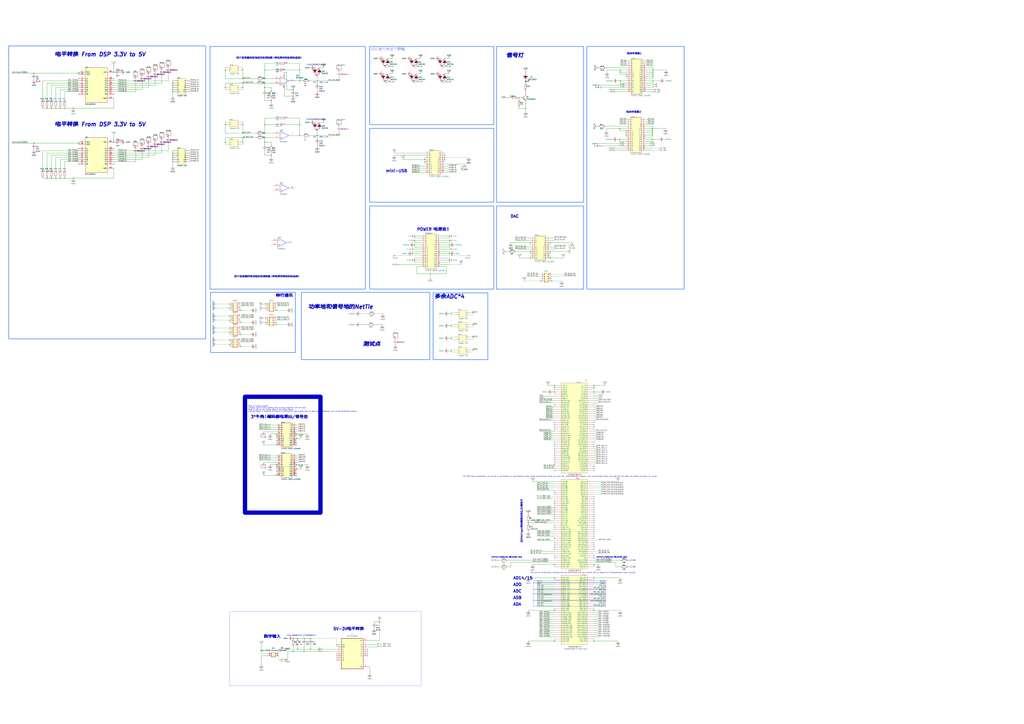
<source format=kicad_sch>
(kicad_sch (version 20230121) (generator eeschema)
  (paper "A0")
  (lib_symbols
    (symbol "1mmlab:SN74HC365D" (pin_names (offset 1.016))
      (property "Reference" "U" (at -12.7 18.78 0))
      (property "Value" "SN74HC365D" (at -12.7 -21.78 0))
      (symbol "SN74HC365D_0_0"
        (pin input line (at -17.78 10.16 0) (length 5.08) (name "~{OE1}") (number "1"))
        (pin input line (at -17.78 -2.54 0) (length 5.08) (name "A4") (number "10"))
        (pin output line (at 17.78 0 180) (length 5.08) (name "Y5") (number "11"))
        (pin input line (at -17.78 -5.08 0) (length 5.08) (name "A5") (number "12"))
        (pin output line (at 17.78 -2.54 180) (length 5.08) (name "Y6") (number "13"))
        (pin input line (at -17.78 -7.62 0) (length 5.08) (name "A6") (number "14"))
        (pin input line (at -17.78 7.62 0) (length 5.08) (name "~{OE2}") (number "15"))
        (pin power_in line (at 17.78 15.24 180) (length 5.08) (name "VCC") (number "16"))
        (pin input line (at -17.78 5.08 0) (length 5.08) (name "A1") (number "2"))
        (pin output line (at 17.78 10.16 180) (length 5.08) (name "Y1") (number "3"))
        (pin input line (at -17.78 2.54 0) (length 5.08) (name "A2") (number "4"))
        (pin output line (at 17.78 7.62 180) (length 5.08) (name "Y2") (number "5"))
        (pin input line (at -17.78 0 0) (length 5.08) (name "A3") (number "6"))
        (pin output line (at 17.78 5.08 180) (length 5.08) (name "Y3") (number "7"))
        (pin power_in line (at 17.78 -15.24 180) (length 5.08) (name "GND") (number "8"))
        (pin output line (at 17.78 2.54 180) (length 5.08) (name "Y4") (number "9"))
      )
    )
    (symbol "Connector_Generic:Conn_02x02_Counter_Clockwise" (pin_names (offset 1.016) hide)
      (property "Reference" "J" (at 1.27 2.54 0))
      (property "Value" "Conn_02x02_Counter_Clockwise" (at 1.27 -5.08 0))
      (symbol "Conn_02x02_Counter_Clockwise_1_1"
        (pin passive line (at -5.08 0 0) (length 3.81) (name "Pin_1") (number "1"))
        (pin passive line (at -5.08 -2.54 0) (length 3.81) (name "Pin_2") (number "2"))
        (pin passive line (at 7.62 -2.54 180) (length 3.81) (name "Pin_3") (number "3"))
        (pin passive line (at 7.62 0 180) (length 3.81) (name "Pin_4") (number "4"))
      )
    )
    (symbol "Connector_Generic:Conn_02x04_Counter_Clockwise" (pin_names (offset 1.016) hide)
      (property "Reference" "J" (at 1.27 5.08 0))
      (property "Value" "Conn_02x04_Counter_Clockwise" (at 1.27 -7.62 0))
      (symbol "Conn_02x04_Counter_Clockwise_1_1"
        (pin passive line (at -5.08 2.54 0) (length 3.81) (name "Pin_1") (number "1"))
        (pin passive line (at -5.08 0 0) (length 3.81) (name "Pin_2") (number "2"))
        (pin passive line (at -5.08 -2.54 0) (length 3.81) (name "Pin_3") (number "3"))
        (pin passive line (at -5.08 -5.08 0) (length 3.81) (name "Pin_4") (number "4"))
        (pin passive line (at 7.62 -5.08 180) (length 3.81) (name "Pin_5") (number "5"))
        (pin passive line (at 7.62 -2.54 180) (length 3.81) (name "Pin_6") (number "6"))
        (pin passive line (at 7.62 0 180) (length 3.81) (name "Pin_7") (number "7"))
        (pin passive line (at 7.62 2.54 180) (length 3.81) (name "Pin_8") (number "8"))
      )
    )
    (symbol "sheet1-altium-import:+12" (power)
      (property "Reference" "#PWR" (at 0 0 0))
      (property "Value" "+12" (at 0 3.81 0))
      (symbol "+12_0_0"
        (pin power_in line (at 0 0 0) (length 0) hide (name "+12") (number ""))
      )
    )
    (symbol "sheet1-altium-import:-12" (power)
      (property "Reference" "#PWR" (at 0 0 0))
      (property "Value" "-12" (at 0 3.81 0))
      (symbol "-12_0_0"
        (pin power_in line (at 0 0 0) (length 0) hide (name "-12") (number ""))
      )
    )
    (symbol "sheet1-altium-import:12VGND" (power)
      (property "Reference" "#PWR" (at 0 0 0))
      (property "Value" "12VGND" (at 0 6.35 0))
      (symbol "12VGND_0_0"
        (pin power_in line (at 0 0 0) (length 0) hide (name "12VGND") (number ""))
      )
    )
    (symbol "sheet1-altium-import:A+5V" (power)
      (property "Reference" "#PWR" (at 0 0 0))
      (property "Value" "A+5V" (at 0 3.81 0))
      (symbol "A+5V_0_0"
        (pin power_in line (at 0 0 0) (length 0) hide (name "A+5V") (number ""))
      )
    )
    (symbol "sheet1-altium-import:A-5V" (power)
      (property "Reference" "#PWR" (at 0 0 0))
      (property "Value" "A-5V" (at 0 3.81 0))
      (symbol "A-5V_0_0"
        (pin power_in line (at 0 0 0) (length 0) hide (name "A-5V") (number ""))
      )
    )
    (symbol "sheet1-altium-import:AGND" (power)
      (property "Reference" "#PWR" (at 0 0 0))
      (property "Value" "AGND" (at 0 6.35 0))
      (symbol "AGND_0_0"
        (pin power_in line (at 0 0 0) (length 0) hide (name "AGND") (number ""))
      )
    )
    (symbol "sheet1-altium-import:AVDD" (power)
      (property "Reference" "#PWR" (at 0 0 0))
      (property "Value" "AVDD" (at 0 3.81 0))
      (symbol "AVDD_0_0"
        (pin power_in line (at 0 0 0) (length 0) hide (name "AVDD") (number ""))
      )
    )
    (symbol "sheet1-altium-import:D+5V" (power)
      (property "Reference" "#PWR" (at 0 0 0))
      (property "Value" "D+5V" (at 0 3.81 0))
      (symbol "D+5V_0_0"
        (pin power_in line (at 0 0 0) (length 0) hide (name "D+5V") (number ""))
      )
    )
    (symbol "sheet1-altium-import:D12V1" (power)
      (property "Reference" "#PWR" (at 0 0 0))
      (property "Value" "D12V1" (at 0 3.81 0))
      (symbol "D12V1_0_0"
        (pin power_in line (at 0 0 0) (length 0) hide (name "D12V1") (number ""))
      )
    )
    (symbol "sheet1-altium-import:PE_GND" (power)
      (property "Reference" "#PWR" (at 0 0 0))
      (property "Value" "PE_GND" (at 0 6.35 0))
      (symbol "PE_GND_0_0"
        (pin power_in line (at 0 0 0) (length 0) hide (name "PE_GND") (number ""))
      )
    )
    (symbol "sheet1-altium-import:REF_3V" (power)
      (property "Reference" "#PWR" (at 0 0 0))
      (property "Value" "REF_3V" (at 0 3.81 0))
      (symbol "REF_3V_0_0"
        (pin power_in line (at 0 0 0) (length 0) hide (name "REF_3V") (number ""))
      )
    )
    (symbol "sheet1-altium-import:VDD" (power)
      (property "Reference" "#PWR" (at 0 0 0))
      (property "Value" "VDD" (at 0 3.81 0))
      (symbol "VDD_0_0"
        (pin power_in line (at 0 0 0) (length 0) hide (name "VDD") (number ""))
      )
    )
    (symbol "sheet1-altium-import:root_0_Cap"
      (symbol "root_0_Cap_1_0"
        (pin passive line (at -2.54 -2.54 0) (length 2.54) (name "1") (number "1"))
        (pin passive line (at 5.08 -2.54 180) (length 2.54) (name "2") (number "2"))
      )
    )
    (symbol "sheet1-altium-import:root_0_HIF3FC-20PA-2.54DSA"
      (symbol "root_0_HIF3FC-20PA-2.54DSA_1_0"
        (pin passive line (at 0 0 0) (length 5.08) (name "1") (number "1"))
        (pin passive line (at 22.86 -10.16 180) (length 5.08) (name "10") (number "10"))
        (pin passive line (at 0 -12.7 0) (length 5.08) (name "11") (number "11"))
        (pin passive line (at 22.86 -12.7 180) (length 5.08) (name "12") (number "12"))
        (pin passive line (at 0 -15.24 0) (length 5.08) (name "13") (number "13"))
        (pin passive line (at 22.86 -15.24 180) (length 5.08) (name "14") (number "14"))
        (pin passive line (at 0 -17.78 0) (length 5.08) (name "15") (number "15"))
        (pin passive line (at 22.86 -17.78 180) (length 5.08) (name "16") (number "16"))
        (pin passive line (at 0 -20.32 0) (length 5.08) (name "17") (number "17"))
        (pin passive line (at 22.86 -20.32 180) (length 5.08) (name "18") (number "18"))
        (pin passive line (at 0 -22.86 0) (length 5.08) (name "19") (number "19"))
        (pin passive line (at 22.86 0 180) (length 5.08) (name "2") (number "2"))
        (pin passive line (at 22.86 -22.86 180) (length 5.08) (name "20") (number "20"))
        (pin passive line (at 0 -2.54 0) (length 5.08) (name "3") (number "3"))
        (pin passive line (at 22.86 -2.54 180) (length 5.08) (name "4") (number "4"))
        (pin passive line (at 0 -5.08 0) (length 5.08) (name "5") (number "5"))
        (pin passive line (at 22.86 -5.08 180) (length 5.08) (name "6") (number "6"))
        (pin passive line (at 0 -7.62 0) (length 5.08) (name "7") (number "7"))
        (pin passive line (at 22.86 -7.62 180) (length 5.08) (name "8") (number "8"))
        (pin passive line (at 0 -10.16 0) (length 5.08) (name "9") (number "9"))
      )
    )
    (symbol "sheet1-altium-import:root_0_HIF3FC-30PA-2.54DSA"
      (symbol "root_0_HIF3FC-30PA-2.54DSA_1_0"
        (pin passive line (at 0 0 0) (length 5.08) (name "1") (number "1"))
        (pin passive line (at 22.86 -10.16 180) (length 5.08) (name "10") (number "10"))
        (pin passive line (at 0 -12.7 0) (length 5.08) (name "11") (number "11"))
        (pin passive line (at 22.86 -12.7 180) (length 5.08) (name "12") (number "12"))
        (pin passive line (at 0 -15.24 0) (length 5.08) (name "13") (number "13"))
        (pin passive line (at 22.86 -15.24 180) (length 5.08) (name "14") (number "14"))
        (pin passive line (at 0 -17.78 0) (length 5.08) (name "15") (number "15"))
        (pin passive line (at 22.86 -17.78 180) (length 5.08) (name "16") (number "16"))
        (pin passive line (at 0 -20.32 0) (length 5.08) (name "17") (number "17"))
        (pin passive line (at 22.86 -20.32 180) (length 5.08) (name "18") (number "18"))
        (pin passive line (at 0 -22.86 0) (length 5.08) (name "19") (number "19"))
        (pin passive line (at 22.86 0 180) (length 5.08) (name "2") (number "2"))
        (pin passive line (at 22.86 -22.86 180) (length 5.08) (name "20") (number "20"))
        (pin passive line (at 0 -25.4 0) (length 5.08) (name "21") (number "21"))
        (pin passive line (at 22.86 -25.4 180) (length 5.08) (name "22") (number "22"))
        (pin passive line (at 0 -27.94 0) (length 5.08) (name "23") (number "23"))
        (pin passive line (at 22.86 -27.94 180) (length 5.08) (name "24") (number "24"))
        (pin passive line (at 0 -30.48 0) (length 5.08) (name "25") (number "25"))
        (pin passive line (at 22.86 -30.48 180) (length 5.08) (name "26") (number "26"))
        (pin passive line (at 0 -33.02 0) (length 5.08) (name "27") (number "27"))
        (pin passive line (at 22.86 -33.02 180) (length 5.08) (name "28") (number "28"))
        (pin passive line (at 0 -35.56 0) (length 5.08) (name "29") (number "29"))
        (pin passive line (at 0 -2.54 0) (length 5.08) (name "3") (number "3"))
        (pin passive line (at 22.86 -35.56 180) (length 5.08) (name "30") (number "30"))
        (pin passive line (at 22.86 -2.54 180) (length 5.08) (name "4") (number "4"))
        (pin passive line (at 0 -5.08 0) (length 5.08) (name "5") (number "5"))
        (pin passive line (at 22.86 -5.08 180) (length 5.08) (name "6") (number "6"))
        (pin passive line (at 0 -7.62 0) (length 5.08) (name "7") (number "7"))
        (pin passive line (at 22.86 -7.62 180) (length 5.08) (name "8") (number "8"))
        (pin passive line (at 0 -10.16 0) (length 5.08) (name "9") (number "9"))
      )
    )
    (symbol "sheet1-altium-import:root_0_Header 2X2"
      (symbol "root_0_Header 2X2_1_0"
        (pin passive line (at -5.08 -2.54 0) (length 5.08) (name "1") (number "1"))
        (pin passive line (at 15.24 -2.54 180) (length 5.08) (name "2") (number "2"))
        (pin passive line (at -5.08 -5.08 0) (length 5.08) (name "3") (number "3"))
        (pin passive line (at 15.24 -5.08 180) (length 5.08) (name "4") (number "4"))
      )
    )
    (symbol "sheet1-altium-import:root_0_Header 6X2"
      (symbol "root_0_Header 6X2_1_0"
        (pin passive line (at -5.08 -2.54 0) (length 5.08) (name "1") (number "1"))
        (pin passive line (at 15.24 -12.7 180) (length 5.08) (name "10") (number "10"))
        (pin passive line (at -5.08 -15.24 0) (length 5.08) (name "11") (number "11"))
        (pin passive line (at 15.24 -15.24 180) (length 5.08) (name "12") (number "12"))
        (pin passive line (at 15.24 -2.54 180) (length 5.08) (name "2") (number "2"))
        (pin passive line (at -5.08 -5.08 0) (length 5.08) (name "3") (number "3"))
        (pin passive line (at 15.24 -5.08 180) (length 5.08) (name "4") (number "4"))
        (pin passive line (at -5.08 -7.62 0) (length 5.08) (name "5") (number "5"))
        (pin passive line (at 15.24 -7.62 180) (length 5.08) (name "6") (number "6"))
        (pin passive line (at -5.08 -10.16 0) (length 5.08) (name "7") (number "7"))
        (pin passive line (at 15.24 -10.16 180) (length 5.08) (name "8") (number "8"))
        (pin passive line (at -5.08 -12.7 0) (length 5.08) (name "9") (number "9"))
      )
    )
    (symbol "sheet1-altium-import:root_0_MCP6024"
      (symbol "root_0_MCP6024_1_0"
        (pin passive line (at 17.78 -5.08 180) (length 7.62) (name "") (number "1"))
        (pin passive line (at 5.08 -15.24 90) (length 7.62) (name "") (number "11"))
        (pin passive line (at -7.62 -2.54 0) (length 7.62) (name "") (number "2"))
        (pin passive line (at -7.62 -7.62 0) (length 7.62) (name "") (number "3"))
        (pin passive line (at 5.08 5.08 270) (length 7.62) (name "") (number "4"))
      )
      (symbol "root_0_MCP6024_2_0"
        (pin passive line (at -7.62 -7.62 0) (length 7.62) (name "") (number "5"))
        (pin passive line (at -7.62 -2.54 0) (length 7.62) (name "") (number "6"))
        (pin passive line (at 17.78 -5.08 180) (length 7.62) (name "") (number "7"))
      )
      (symbol "root_0_MCP6024_3_0"
        (pin passive line (at -7.62 -7.62 0) (length 7.62) (name "") (number "10"))
        (pin passive line (at 17.78 -5.08 180) (length 7.62) (name "") (number "8"))
        (pin passive line (at -7.62 -2.54 0) (length 7.62) (name "") (number "9"))
      )
      (symbol "root_0_MCP6024_4_0"
        (pin passive line (at -7.62 -7.62 0) (length 7.62) (name "") (number "12"))
        (pin passive line (at -7.62 -2.54 0) (length 7.62) (name "") (number "13"))
        (pin passive line (at 17.78 -5.08 180) (length 7.62) (name "") (number "14"))
      )
    )
    (symbol "sheet1-altium-import:root_0_NPN"
      (symbol "root_0_NPN_1_0"
        (pin passive line (at -5.08 -2.54 0) (length 5.08) (name "B") (number "1"))
        (pin passive line (at 2.54 -10.16 90) (length 5.08) (name "E") (number "2"))
        (pin passive line (at 2.54 5.08 270) (length 5.08) (name "C") (number "3"))
      )
    )
    (symbol "sheet1-altium-import:root_0_Res2"
      (symbol "root_0_Res2_1_0"
        (pin passive line (at -2.54 -2.54 0) (length 2.54) (name "1") (number "1"))
        (pin passive line (at 7.62 -2.54 180) (length 2.54) (name "2") (number "2"))
      )
    )
    (symbol "sheet1-altium-import:root_0_SN74ABT541"
      (symbol "root_0_SN74ABT541_1_0"
        (pin input line (at -7.62 -5.08 0) (length 7.62) (name "*OE1") (number "1"))
        (pin power_in line (at 33.02 -35.56 180) (length 7.62) (name "GND") (number "10"))
        (pin output line (at 33.02 -30.48 180) (length 7.62) (name "Y8") (number "11"))
        (pin output line (at 33.02 -27.94 180) (length 7.62) (name "Y7") (number "12"))
        (pin output line (at 33.02 -25.4 180) (length 7.62) (name "Y6") (number "13"))
        (pin output line (at 33.02 -22.86 180) (length 7.62) (name "Y5") (number "14"))
        (pin output line (at 33.02 -20.32 180) (length 7.62) (name "Y4") (number "15"))
        (pin output line (at 33.02 -17.78 180) (length 7.62) (name "Y3") (number "16"))
        (pin output line (at 33.02 -15.24 180) (length 7.62) (name "Y2") (number "17"))
        (pin output line (at 33.02 -12.7 180) (length 7.62) (name "Y1") (number "18"))
        (pin input line (at -7.62 -7.62 0) (length 7.62) (name "*OE2") (number "19"))
        (pin input line (at -7.62 -12.7 0) (length 7.62) (name "A1") (number "2"))
        (pin power_in line (at 33.02 -5.08 180) (length 7.62) (name "VCC") (number "20"))
        (pin input line (at -7.62 -15.24 0) (length 7.62) (name "A2") (number "3"))
        (pin input line (at -7.62 -17.78 0) (length 7.62) (name "A3") (number "4"))
        (pin input line (at -7.62 -20.32 0) (length 7.62) (name "A4") (number "5"))
        (pin input line (at -7.62 -22.86 0) (length 7.62) (name "A5") (number "6"))
        (pin input line (at -7.62 -25.4 0) (length 7.62) (name "A6") (number "7"))
        (pin input line (at -7.62 -27.94 0) (length 7.62) (name "A7") (number "8"))
        (pin input line (at -7.62 -30.48 0) (length 7.62) (name "A8") (number "9"))
      )
    )
    (symbol "sheet1-altium-import:root_0_TMS320F28377D-BGA-Core"
      (symbol "root_0_TMS320F28377D-BGA-Core_1_0"
        (text "P1A" (at 15.748 2.54 0) (effects (font (size 1.27 1.27)) (justify left bottom)))
        (text "P1B" (at 17.018 -109.22 0) (effects (font (size 1.27 1.27)) (justify left bottom)))
        (text "P1C" (at 9.398 -220.98 0) (effects (font (size 1.27 1.27)) (justify left bottom)))
        (text "TMS320F28377D" (at 13.97 -104.648 0) (effects (font (size 1.27 1.27)) (justify left bottom)))
        (text "TMS320F28377D" (at 14.478 -304.546 0) (effects (font (size 1.27 1.27)) (justify left bottom)))
        (text "TMS320F28377D" (at 14.478 -216.154 0) (effects (font (size 1.27 1.27)) (justify left bottom)))
        (pin passive line (at 0 0 0) (length 7.62) (name "1_+5V") (number "1"))
        (pin passive line (at 45.72 -10.16 180) (length 7.62) (name "GND10") (number "10"))
        (pin passive line (at 45.72 -134.62 180) (length 7.62) (name "A11_100") (number "100"))
        (pin passive line (at 0 -137.16 0) (length 7.62) (name "101_D6") (number "101"))
        (pin passive line (at 45.72 -137.16 180) (length 7.62) (name "A10_102") (number "102"))
        (pin passive line (at 0 -139.7 0) (length 7.62) (name "103_D5") (number "103"))
        (pin passive line (at 45.72 -139.7 180) (length 7.62) (name "A9_104") (number "104"))
        (pin passive line (at 0 -142.24 0) (length 7.62) (name "105_D4") (number "105"))
        (pin passive line (at 45.72 -142.24 180) (length 7.62) (name "A8_106") (number "106"))
        (pin passive line (at 0 -144.78 0) (length 7.62) (name "107_D3") (number "107"))
        (pin passive line (at 45.72 -144.78 180) (length 7.62) (name "A7_108") (number "108"))
        (pin passive line (at 0 -147.32 0) (length 7.62) (name "109_D2") (number "109"))
        (pin passive line (at 0 -12.7 0) (length 7.62) (name "11_GP3") (number "11"))
        (pin passive line (at 45.72 -147.32 180) (length 7.62) (name "A6_110") (number "110"))
        (pin passive line (at 0 -149.86 0) (length 7.62) (name "111_D1") (number "111"))
        (pin passive line (at 45.72 -149.86 180) (length 7.62) (name "A5_112") (number "112"))
        (pin passive line (at 0 -152.4 0) (length 7.62) (name "113_D0") (number "113"))
        (pin passive line (at 45.72 -152.4 180) (length 7.62) (name "A4_114") (number "114"))
        (pin passive line (at 0 -154.94 0) (length 7.62) (name "115_GP36") (number "115"))
        (pin passive line (at 45.72 -154.94 180) (length 7.62) (name "A3_116") (number "116"))
        (pin passive line (at 0 -157.48 0) (length 7.62) (name "117_GP137") (number "117"))
        (pin passive line (at 45.72 -157.48 180) (length 7.62) (name "A2_118") (number "118"))
        (pin passive line (at 0 -160.02 0) (length 7.62) (name "119_GP84") (number "119"))
        (pin passive line (at 45.72 -12.7 180) (length 7.62) (name "GP2_12") (number "12"))
        (pin passive line (at 45.72 -160.02 180) (length 7.62) (name "A1_120") (number "120"))
        (pin passive line (at 0 -162.56 0) (length 7.62) (name "121_GP125") (number "121"))
        (pin passive line (at 45.72 -162.56 180) (length 7.62) (name "A0_122") (number "122"))
        (pin passive line (at 0 -165.1 0) (length 7.62) (name "123_WE") (number "123"))
        (pin passive line (at 45.72 -165.1 180) (length 7.62) (name "CS2_124") (number "124"))
        (pin passive line (at 0 -167.64 0) (length 7.62) (name "125_RD") (number "125"))
        (pin passive line (at 45.72 -167.64 180) (length 7.62) (name "RESET_126") (number "126"))
        (pin passive line (at 0 -170.18 0) (length 7.62) (name "127_GP138") (number "127"))
        (pin passive line (at 45.72 -170.18 180) (length 7.62) (name "GP113_128") (number "128"))
        (pin passive line (at 0 -172.72 0) (length 7.62) (name "129_GP136") (number "129"))
        (pin passive line (at 0 -15.24 0) (length 7.62) (name "13_GP9") (number "13"))
        (pin passive line (at 45.72 -172.72 180) (length 7.62) (name "GP110_130") (number "130"))
        (pin passive line (at 0 -175.26 0) (length 7.62) (name "131_GP135") (number "131"))
        (pin passive line (at 45.72 -175.26 180) (length 7.62) (name "GP123_132") (number "132"))
        (pin passive line (at 0 -177.8 0) (length 7.62) (name "133_GP134") (number "133"))
        (pin passive line (at 45.72 -177.8 180) (length 7.62) (name "GP114_134") (number "134"))
        (pin passive line (at 0 -180.34 0) (length 7.62) (name "135_GP139") (number "135"))
        (pin passive line (at 45.72 -180.34 180) (length 7.62) (name "GP140_136") (number "136"))
        (pin passive line (at 0 -182.88 0) (length 7.62) (name "137_GP18") (number "137"))
        (pin passive line (at 45.72 -182.88 180) (length 7.62) (name "GP11_138") (number "138"))
        (pin passive line (at 0 -185.42 0) (length 7.62) (name "139_GP133") (number "139"))
        (pin passive line (at 45.72 -15.24 180) (length 7.62) (name "GP8_14") (number "14"))
        (pin passive line (at 45.72 -185.42 180) (length 7.62) (name "GP119_140") (number "140"))
        (pin passive line (at 0 -187.96 0) (length 7.62) (name "141_GP132") (number "141"))
        (pin passive line (at 45.72 -187.96 180) (length 7.62) (name "GP129_142") (number "142"))
        (pin passive line (at 0 -190.5 0) (length 7.62) (name "143_GP118") (number "143"))
        (pin passive line (at 45.72 -190.5 180) (length 7.62) (name "CS3_144") (number "144"))
        (pin passive line (at 0 -193.04 0) (length 7.62) (name "145_GP63") (number "145"))
        (pin passive line (at 45.72 -193.04 180) (length 7.62) (name "GP65_146") (number "146"))
        (pin passive line (at 0 -195.58 0) (length 7.62) (name "147_GP64") (number "147"))
        (pin passive line (at 45.72 -195.58 180) (length 7.62) (name "GP143_148") (number "148"))
        (pin passive line (at 0 -198.12 0) (length 7.62) (name "149_GP1") (number "149"))
        (pin passive line (at 0 -17.78 0) (length 7.62) (name "15_GP141") (number "15"))
        (pin passive line (at 45.72 -198.12 180) (length 7.62) (name "GP0_150") (number "150"))
        (pin passive line (at 0 -200.66 0) (length 7.62) (name "151") (number "151"))
        (pin passive line (at 45.72 -200.66 180) (length 7.62) (name "GP122_152") (number "152"))
        (pin passive line (at 0 -203.2 0) (length 7.62) (name "153_GP108") (number "153"))
        (pin passive line (at 45.72 -203.2 180) (length 7.62) (name "GP28_154") (number "154"))
        (pin passive line (at 0 -205.74 0) (length 7.62) (name "155_GP93") (number "155"))
        (pin passive line (at 45.72 -205.74 180) (length 7.62) (name "GP29_156") (number "156"))
        (pin passive line (at 0 -208.28 0) (length 7.62) (name "157_GND") (number "157"))
        (pin passive line (at 45.72 -208.28 180) (length 7.62) (name "GND_158") (number "158"))
        (pin passive line (at 0 -210.82 0) (length 7.62) (name "159_GND") (number "159"))
        (pin passive line (at 45.72 -17.78 180) (length 7.62) (name "GP142_16") (number "16"))
        (pin passive line (at 45.72 -210.82 180) (length 7.62) (name "GND_160") (number "160"))
        (pin passive line (at 0 -223.52 0) (length 7.62) (name "161_GND") (number "161"))
        (pin passive line (at 45.72 -223.52 180) (length 7.62) (name "GND_162") (number "162"))
        (pin passive line (at 0 -226.06 0) (length 7.62) (name "163_GND") (number "163"))
        (pin passive line (at 45.72 -226.06 180) (length 7.62) (name "GND_164") (number "164"))
        (pin passive line (at 0 -228.6 0) (length 7.62) (name "165_AD14") (number "165"))
        (pin passive line (at 45.72 -228.6 180) (length 7.62) (name "AD15_166") (number "166"))
        (pin passive line (at 0 -231.14 0) (length 7.62) (name "167_ADD4") (number "167"))
        (pin passive line (at 45.72 -231.14 180) (length 7.62) (name "ADD5_168") (number "168"))
        (pin passive line (at 0 -233.68 0) (length 7.62) (name "169_ADD2") (number "169"))
        (pin passive line (at 0 -20.32 0) (length 7.62) (name "17_GP19") (number "17"))
        (pin passive line (at 45.72 -233.68 180) (length 7.62) (name "ADD3_170") (number "170"))
        (pin passive line (at 0 -236.22 0) (length 7.62) (name "171_ADD1") (number "171"))
        (pin passive line (at 45.72 -236.22 180) (length 7.62) (name "ADD0_172") (number "172"))
        (pin passive line (at 0 -238.76 0) (length 7.62) (name "173_ADC5") (number "173"))
        (pin passive line (at 45.72 -238.76 180) (length 7.62) (name "ADC4_174") (number "174"))
        (pin passive line (at 0 -241.3 0) (length 7.62) (name "175_ADC3") (number "175"))
        (pin passive line (at 45.72 -241.3 180) (length 7.62) (name "ADC2_176") (number "176"))
        (pin passive line (at 0 -243.84 0) (length 7.62) (name "177_ADB5") (number "177"))
        (pin passive line (at 45.72 -243.84 180) (length 7.62) (name "ADB4_178") (number "178"))
        (pin passive line (at 0 -246.38 0) (length 7.62) (name "179_ADB3") (number "179"))
        (pin passive line (at 45.72 -20.32 180) (length 7.62) (name "GP62_18") (number "18"))
        (pin passive line (at 45.72 -246.38 180) (length 7.62) (name "ADB2_180") (number "180"))
        (pin passive line (at 0 -248.92 0) (length 7.62) (name "181_ADB1") (number "181"))
        (pin passive line (at 45.72 -248.92 180) (length 7.62) (name "ADB0_182") (number "182"))
        (pin passive line (at 0 -251.46 0) (length 7.62) (name "183_ADA5") (number "183"))
        (pin passive line (at 45.72 -251.46 180) (length 7.62) (name "ADA4_184") (number "184"))
        (pin passive line (at 0 -254 0) (length 7.62) (name "185_ADA3") (number "185"))
        (pin passive line (at 45.72 -254 180) (length 7.62) (name "ADA2_186") (number "186"))
        (pin passive line (at 0 -256.54 0) (length 7.62) (name "187_ADA1") (number "187"))
        (pin passive line (at 45.72 -256.54 180) (length 7.62) (name "ADA0_188") (number "188"))
        (pin passive line (at 0 -259.08 0) (length 7.62) (name "189_GND") (number "189"))
        (pin passive line (at 0 -22.86 0) (length 7.62) (name "19_GP16") (number "19"))
        (pin passive line (at 45.72 -259.08 180) (length 7.62) (name "GND_190") (number "190"))
        (pin passive line (at 0 -261.62 0) (length 7.62) (name "191_GND") (number "191"))
        (pin passive line (at 45.72 -261.62 180) (length 7.62) (name "GND_192") (number "192"))
        (pin passive line (at 0 -264.16 0) (length 7.62) (name "193_PWM1A") (number "193"))
        (pin passive line (at 45.72 -264.16 180) (length 7.62) (name "PWM7A_194") (number "194"))
        (pin passive line (at 0 -266.7 0) (length 7.62) (name "195_PWM1B") (number "195"))
        (pin passive line (at 45.72 -266.7 180) (length 7.62) (name "PWM7B_196") (number "196"))
        (pin passive line (at 0 -269.24 0) (length 7.62) (name "197_PWM2A") (number "197"))
        (pin passive line (at 45.72 -269.24 180) (length 7.62) (name "PWM8A_198") (number "198"))
        (pin passive line (at 0 -271.78 0) (length 7.62) (name "199_PWM2B") (number "199"))
        (pin passive line (at 45.72 0 180) (length 7.62) (name "+5V_2") (number "2"))
        (pin passive line (at 45.72 -22.86 180) (length 7.62) (name "GP10_20") (number "20"))
        (pin passive line (at 45.72 -271.78 180) (length 7.62) (name "PWM8B_200") (number "200"))
        (pin passive line (at 0 -274.32 0) (length 7.62) (name "201_PWM3A") (number "201"))
        (pin passive line (at 45.72 -274.32 180) (length 7.62) (name "PWM9A_202") (number "202"))
        (pin passive line (at 0 -276.86 0) (length 7.62) (name "203_PWM3B") (number "203"))
        (pin passive line (at 45.72 -276.86 180) (length 7.62) (name "PWM9B_204") (number "204"))
        (pin passive line (at 0 -279.4 0) (length 7.62) (name "205_PWM4A") (number "205"))
        (pin passive line (at 45.72 -279.4 180) (length 7.62) (name "PWM10A_206") (number "206"))
        (pin passive line (at 0 -281.94 0) (length 7.62) (name "207_PWM4B") (number "207"))
        (pin passive line (at 45.72 -281.94 180) (length 7.62) (name "PWM10B_208") (number "208"))
        (pin passive line (at 0 -284.48 0) (length 7.62) (name "209_PWM5A") (number "209"))
        (pin passive line (at 0 -25.4 0) (length 7.62) (name "21_GP96") (number "21"))
        (pin passive line (at 45.72 -284.48 180) (length 7.62) (name "PWM11A_210") (number "210"))
        (pin passive line (at 0 -287.02 0) (length 7.62) (name "211_PWM5B") (number "211"))
        (pin passive line (at 45.72 -287.02 180) (length 7.62) (name "PWM11B_212") (number "212"))
        (pin passive line (at 0 -289.56 0) (length 7.62) (name "213_PWM6A") (number "213"))
        (pin passive line (at 45.72 -289.56 180) (length 7.62) (name "PWM12A_214") (number "214"))
        (pin passive line (at 0 -292.1 0) (length 7.62) (name "215_PWM6B") (number "215"))
        (pin passive line (at 45.72 -292.1 180) (length 7.62) (name "PWM12B_216") (number "216"))
        (pin passive line (at 0 -294.64 0) (length 7.62) (name "217_GND") (number "217"))
        (pin passive line (at 45.72 -294.64 180) (length 7.62) (name "GND_218") (number "218"))
        (pin passive line (at 0 -297.18 0) (length 7.62) (name "219_GND") (number "219"))
        (pin passive line (at 45.72 -25.4 180) (length 7.62) (name "GP97_22") (number "22"))
        (pin passive line (at 45.72 -297.18 180) (length 7.62) (name "GND_220") (number "220"))
        (pin passive line (at 0 -27.94 0) (length 7.62) (name "23_GP98") (number "23"))
        (pin passive line (at 45.72 -27.94 180) (length 7.62) (name "GP99_24") (number "24"))
        (pin passive line (at 0 -30.48 0) (length 7.62) (name "25_GP24") (number "25"))
        (pin passive line (at 45.72 -30.48 180) (length 7.62) (name "GP25_26") (number "26"))
        (pin passive line (at 0 -33.02 0) (length 7.62) (name "27_GP26") (number "27"))
        (pin passive line (at 45.72 -33.02 180) (length 7.62) (name "GP27_28") (number "28"))
        (pin passive line (at 0 -35.56 0) (length 7.62) (name "29_GP104") (number "29"))
        (pin passive line (at 0 -2.54 0) (length 7.62) (name "3_+5V") (number "3"))
        (pin passive line (at 45.72 -35.56 180) (length 7.62) (name "GP105_30") (number "30"))
        (pin passive line (at 0 -38.1 0) (length 7.62) (name "31_GP106") (number "31"))
        (pin passive line (at 45.72 -38.1 180) (length 7.62) (name "GP107_32") (number "32"))
        (pin passive line (at 0 -40.64 0) (length 7.62) (name "33_GP20") (number "33"))
        (pin passive line (at 45.72 -40.64 180) (length 7.62) (name "GP21_34") (number "34"))
        (pin passive line (at 0 -43.18 0) (length 7.62) (name "35_GP22") (number "35"))
        (pin passive line (at 45.72 -43.18 180) (length 7.62) (name "GP23_36") (number "36"))
        (pin passive line (at 0 -45.72 0) (length 7.62) (name "37_GP5") (number "37"))
        (pin passive line (at 45.72 -45.72 180) (length 7.62) (name "GP7_38") (number "38"))
        (pin passive line (at 0 -48.26 0) (length 7.62) (name "39_GP12") (number "39"))
        (pin passive line (at 45.72 -2.54 180) (length 7.62) (name "+5V_4") (number "4"))
        (pin passive line (at 45.72 -48.26 180) (length 7.62) (name "GP13_40") (number "40"))
        (pin passive line (at 0 -50.8 0) (length 7.62) (name "41_GP14") (number "41"))
        (pin passive line (at 45.72 -50.8 180) (length 7.62) (name "GP15_42") (number "42"))
        (pin passive line (at 0 -53.34 0) (length 7.62) (name "43_GP61") (number "43"))
        (pin passive line (at 45.72 -53.34 180) (length 7.62) (name "GP60_44") (number "44"))
        (pin passive line (at 0 -55.88 0) (length 7.62) (name "45_GP43") (number "45"))
        (pin passive line (at 45.72 -55.88 180) (length 7.62) (name "GP42_46") (number "46"))
        (pin passive line (at 0 -58.42 0) (length 7.62) (name "47_GP120") (number "47"))
        (pin passive line (at 45.72 -58.42 180) (length 7.62) (name "GP112_48") (number "48"))
        (pin passive line (at 0 -60.96 0) (length 7.62) (name "49_GP53") (number "49"))
        (pin passive line (at 0 -5.08 0) (length 7.62) (name "5_+5V") (number "5"))
        (pin passive line (at 45.72 -60.96 180) (length 7.62) (name "GP114_50") (number "50"))
        (pin passive line (at 0 -63.5 0) (length 7.62) (name "51_GP121") (number "51"))
        (pin passive line (at 45.72 -63.5 180) (length 7.62) (name "GP111_52") (number "52"))
        (pin passive line (at 0 -66.04 0) (length 7.62) (name "53_GP100") (number "53"))
        (pin passive line (at 45.72 -66.04 180) (length 7.62) (name "GP103_54") (number "54"))
        (pin passive line (at 0 -68.58 0) (length 7.62) (name "55_GP102") (number "55"))
        (pin passive line (at 45.72 -68.58 180) (length 7.62) (name "GP101_56") (number "56"))
        (pin passive line (at 0 -71.12 0) (length 7.62) (name "57_GP30") (number "57"))
        (pin passive line (at 45.72 -71.12 180) (length 7.62) (name "GP17_58") (number "58"))
        (pin passive line (at 0 -73.66 0) (length 7.62) (name "59_GP57") (number "59"))
        (pin passive line (at 45.72 -5.08 180) (length 7.62) (name "+5V_6") (number "6"))
        (pin passive line (at 45.72 -73.66 180) (length 7.62) (name "GP94_60") (number "60"))
        (pin passive line (at 0 -76.2 0) (length 7.62) (name "61_GP66") (number "61"))
        (pin passive line (at 45.72 -76.2 180) (length 7.62) (name "GP68_62") (number "62"))
        (pin passive line (at 0 -78.74 0) (length 7.62) (name "63_GP131") (number "63"))
        (pin passive line (at 45.72 -78.74 180) (length 7.62) (name "GP67_64") (number "64"))
        (pin passive line (at 0 -81.28 0) (length 7.62) (name "65_GP116") (number "65"))
        (pin passive line (at 45.72 -81.28 180) (length 7.62) (name "GP32_66") (number "66"))
        (pin passive line (at 0 -83.82 0) (length 7.62) (name "67_GP127") (number "67"))
        (pin passive line (at 45.72 -83.82 180) (length 7.62) (name "GP115_68") (number "68"))
        (pin passive line (at 0 -86.36 0) (length 7.62) (name "69_GP128") (number "69"))
        (pin passive line (at 0 -7.62 0) (length 7.62) (name "7_GND") (number "7"))
        (pin passive line (at 45.72 -86.36 180) (length 7.62) (name "GP117_70") (number "70"))
        (pin passive line (at 0 -88.9 0) (length 7.62) (name "71_GP126") (number "71"))
        (pin passive line (at 45.72 -88.9 180) (length 7.62) (name "GP130_72") (number "72"))
        (pin passive line (at 0 -91.44 0) (length 7.62) (name "73_GP95") (number "73"))
        (pin passive line (at 45.72 -91.44 180) (length 7.62) (name "GP54_74") (number "74"))
        (pin passive line (at 0 -93.98 0) (length 7.62) (name "75_GP58") (number "75"))
        (pin passive line (at 45.72 -93.98 180) (length 7.62) (name "GP56_76") (number "76"))
        (pin passive line (at 0 -96.52 0) (length 7.62) (name "77_GP59") (number "77"))
        (pin passive line (at 45.72 -96.52 180) (length 7.62) (name "GP55_78") (number "78"))
        (pin passive line (at 0 -99.06 0) (length 7.62) (name "79_GP4") (number "79"))
        (pin passive line (at 45.72 -7.62 180) (length 7.62) (name "GND_8") (number "8"))
        (pin passive line (at 45.72 -99.06 180) (length 7.62) (name "GP6_80") (number "80"))
        (pin passive line (at 0 -111.76 0) (length 7.62) (name "81+5V") (number "81"))
        (pin passive line (at 45.72 -111.76 180) (length 7.62) (name "+5V_82") (number "82"))
        (pin passive line (at 0 -114.3 0) (length 7.62) (name "83_D15") (number "83"))
        (pin passive line (at 45.72 -114.3 180) (length 7.62) (name "A19_84") (number "84"))
        (pin passive line (at 0 -116.84 0) (length 7.62) (name "85_D14") (number "85"))
        (pin passive line (at 45.72 -116.84 180) (length 7.62) (name "A18_86") (number "86"))
        (pin passive line (at 0 -119.38 0) (length 7.62) (name "87_D13") (number "87"))
        (pin passive line (at 45.72 -119.38 180) (length 7.62) (name "A17_88") (number "88"))
        (pin passive line (at 0 -121.92 0) (length 7.62) (name "89_D12") (number "89"))
        (pin passive line (at 0 -10.16 0) (length 7.62) (name "9_GND") (number "9"))
        (pin passive line (at 45.72 -121.92 180) (length 7.62) (name "A16_90") (number "90"))
        (pin passive line (at 0 -124.46 0) (length 7.62) (name "91_D11") (number "91"))
        (pin passive line (at 45.72 -124.46 180) (length 7.62) (name "A15_92") (number "92"))
        (pin passive line (at 0 -127 0) (length 7.62) (name "93_D10") (number "93"))
        (pin passive line (at 45.72 -127 180) (length 7.62) (name "A14_94") (number "94"))
        (pin passive line (at 0 -129.54 0) (length 7.62) (name "95_D9") (number "95"))
        (pin passive line (at 45.72 -129.54 180) (length 7.62) (name "A13_96") (number "96"))
        (pin passive line (at 0 -132.08 0) (length 7.62) (name "97_D8") (number "97"))
        (pin passive line (at 45.72 -132.08 180) (length 7.62) (name "A12_98") (number "98"))
        (pin passive line (at 0 -134.62 0) (length 7.62) (name "99_D7") (number "99"))
      )
    )
    (symbol "sheet1-altium-import:root_1_BAR43S"
      (symbol "root_1_BAR43S_1_0"
        (pin passive line (at 0 7.62 270) (length 2.54) (name "") (number "1"))
        (pin passive line (at 5.08 7.62 270) (length 2.54) (name "") (number "2"))
        (pin passive line (at 2.54 -2.54 90) (length 2.54) (name "") (number "3"))
      )
    )
    (symbol "sheet1-altium-import:root_1_Cap"
      (symbol "root_1_Cap_1_0"
        (pin passive line (at 2.54 -2.54 90) (length 2.54) (name "1") (number "1"))
        (pin passive line (at 2.54 5.08 270) (length 2.54) (name "2") (number "2"))
      )
    )
    (symbol "sheet1-altium-import:root_1_Res2"
      (symbol "root_1_Res2_1_0"
        (pin passive line (at 2.54 -2.54 90) (length 2.54) (name "1") (number "1"))
        (pin passive line (at 2.54 7.62 270) (length 2.54) (name "2") (number "2"))
      )
    )
    (symbol "sheet1-altium-import:root_1_TP-黄色测试点"
      (symbol "root_1_TP-黄色测试点_1_0"
        (pin passive line (at 0 -5.08 90) (length 2.54) (name "1") (number "1"))
      )
    )
    (symbol "sheet1-altium-import:root_2_Res2"
      (symbol "root_2_Res2_1_0"
        (pin passive line (at 2.54 2.54 180) (length 2.54) (name "1") (number "1"))
        (pin passive line (at -7.62 2.54 0) (length 2.54) (name "2") (number "2"))
      )
    )
    (symbol "sheet1-altium-import:root_3_Cap"
      (symbol "root_3_Cap_1_0"
        (pin passive line (at -2.54 2.54 270) (length 2.54) (name "1") (number "1"))
        (pin passive line (at -2.54 -5.08 90) (length 2.54) (name "2") (number "2"))
      )
    )
    (symbol "sheet1-altium-import:root_3_LED0"
      (symbol "root_3_LED0_1_0"
        (pin passive line (at -2.54 5.08 270) (length 5.08) (name "A") (number "1"))
        (pin passive line (at -2.54 -7.62 90) (length 5.08) (name "K") (number "2"))
      )
    )
    (symbol "sheet1-altium-import:root_3_Res2"
      (symbol "root_3_Res2_1_0"
        (pin passive line (at -2.54 2.54 270) (length 2.54) (name "1") (number "1"))
        (pin passive line (at -2.54 -7.62 90) (length 2.54) (name "2") (number "2"))
      )
    )
  )
  (junction (at 758.19 88.9))
  (junction (at 643.89 709.295))
  (junction (at 549.275 377.19))
  (junction (at 549.275 391.795))
  (junction (at 689.61 744.855))
  (junction (at 200.66 177.8))
  (junction (at 440.69 722.63))
  (junction (at 340.36 104.14))
  (junction (at 64.77 207.01))
  (junction (at 200.66 180.34))
  (junction (at 643.89 450.215))
  (junction (at 307.34 81.28))
  (junction (at 638.81 292.1))
  (junction (at 499.745 318.135))
  (junction (at 727.075 154.305))
  (junction (at 353.06 741.68))
  (junction (at 347.98 157.48))
  (junction (at 643.89 744.855))
  (junction (at 758.19 83.82))
  (junction (at 266.7 381))
  (junction (at 344.17 539.75))
  (junction (at 481.33 284.48))
  (junction (at 391.16 749.3))
  (junction (at 261.62 81.28))
  (junction (at 340.36 741.68))
  (junction (at 281.94 165.1))
  (junction (at 615.95 292.1))
  (junction (at 610.235 126.365))
  (junction (at 523.875 378.46))
  (junction (at 308.61 369.57))
  (junction (at 360.68 741.68))
  (junction (at 74.93 207.01))
  (junction (at 266.7 367.03))
  (junction (at 266.7 400.05))
  (junction (at 640.715 326.39))
  (junction (at 643.89 455.295))
  (junction (at 720.09 81.28))
  (junction (at 758.19 86.36))
  (junction (at 345.44 754.38))
  (junction (at 689.61 450.215))
  (junction (at 368.3 157.48))
  (junction (at 307.34 101.6))
  (junction (at 481.33 302.26))
  (junction (at 344.17 504.19))
  (junction (at 279.4 374.65))
  (junction (at 758.19 93.98))
  (junction (at 200.66 106.68))
  (junction (at 321.31 516.89))
  (junction (at 200.66 101.6))
  (junction (at 638.81 299.72))
  (junction (at 281.94 101.6))
  (junction (at 281.94 160.02))
  (junction (at 74.93 125.73))
  (junction (at 279.4 388.62))
  (junction (at 266.7 394.97))
  (junction (at 757.555 149.225))
  (junction (at 307.34 154.94))
  (junction (at 727.075 151.765))
  (junction (at 91.44 166.37))
  (junction (at 360.68 754.38))
  (junction (at 347.98 81.28))
  (junction (at 69.85 125.73))
  (junction (at 281.94 81.28))
  (junction (at 266.7 386.08))
  (junction (at 720.09 83.82))
  (junction (at 307.34 96.52))
  (junction (at 523.875 393.065))
  (junction (at 549.275 363.22))
  (junction (at 281.94 96.52))
  (junction (at 54.61 125.73))
  (junction (at 638.81 281.94))
  (junction (at 613.41 607.695))
  (junction (at 281.94 154.94))
  (junction (at 321.31 506.73))
  (junction (at 266.7 353.06))
  (junction (at 727.71 88.9))
  (junction (at 308.61 358.14))
  (junction (at 64.77 125.73))
  (junction (at 266.7 358.14))
  (junction (at 308.61 353.06))
  (junction (at 340.36 111.76))
  (junction (at 757.555 151.765))
  (junction (at 321.31 542.29))
  (junction (at 59.69 125.73))
  (junction (at 281.94 91.44))
  (junction (at 615.95 281.94))
  (junction (at 521.97 274.32))
  (junction (at 307.34 144.78))
  (junction (at 719.455 149.225))
  (junction (at 200.66 99.06))
  (junction (at 314.96 180.34))
  (junction (at 321.31 552.45))
  (junction (at 132.08 83.82))
  (junction (at 521.97 302.26))
  (junction (at 758.19 81.28))
  (junction (at 39.37 166.37))
  (junction (at 39.37 85.09))
  (junction (at 200.66 182.88))
  (junction (at 720.09 93.98))
  (junction (at 602.615 113.665))
  (junction (at 481.33 279.4))
  (junction (at 279.4 402.59))
  (junction (at 200.66 187.96))
  (junction (at 200.66 96.52))
  (junction (at 85.09 207.01))
  (junction (at 261.62 165.1))
  (junction (at 200.66 185.42))
  (junction (at 727.075 156.845))
  (junction (at 307.34 160.02))
  (junction (at 689.61 455.295))
  (junction (at 54.61 207.01))
  (junction (at 321.31 539.75))
  (junction (at 493.395 187.96))
  (junction (at 307.34 165.1))
  (junction (at 516.255 185.42))
  (junction (at 279.4 360.68))
  (junction (at 308.61 374.65))
  (junction (at 353.06 756.92))
  (junction (at 347.98 93.98))
  (junction (at 689.61 671.195))
  (junction (at 321.31 360.68))
  (junction (at 719.455 161.925))
  (junction (at 368.3 93.98))
  (junction (at 347.98 144.78))
  (junction (at 91.44 85.09))
  (junction (at 757.555 161.925))
  (junction (at 689.61 655.955))
  (junction (at 643.89 447.675))
  (junction (at 321.31 377.19))
  (junction (at 757.555 156.845))
  (junction (at 549.275 406.4))
  (junction (at 261.62 144.78))
  (junction (at 314.96 116.84))
  (junction (at 59.69 207.01))
  (junction (at 478.79 294.64))
  (junction (at 344.17 544.83))
  (junction (at 628.015 326.39))
  (junction (at 523.875 364.49))
  (junction (at 345.44 741.68))
  (junction (at 85.09 125.73))
  (junction (at 516.255 180.34))
  (junction (at 689.61 709.295))
  (junction (at 340.36 756.92))
  (junction (at 643.89 671.195))
  (junction (at 757.555 154.305))
  (junction (at 321.31 504.19))
  (junction (at 200.66 104.14))
  (junction (at 516.255 182.88))
  (junction (at 261.62 101.6))
  (junction (at 493.395 185.42))
  (junction (at 521.97 279.4))
  (junction (at 615.95 299.72))
  (junction (at 132.08 165.1))
  (junction (at 69.85 207.01))
  (junction (at 266.7 372.11))
  (junction (at 344.17 509.27))
  (junction (at 281.94 144.78))
  (junction (at 727.71 86.36))
  (junction (at 307.34 91.44))
  (junction (at 689.61 447.675))
  (junction (at 481.33 274.32))
  (junction (at 521.97 294.64))
  (junction (at 521.97 284.48))
  (junction (at 523.875 407.67))
  (junction (at 643.89 655.955))
  (no_connect (at 643.89 589.915))
  (no_connect (at 132.08 172.72))
  (no_connect (at 344.17 549.91))
  (no_connect (at 643.89 523.875))
  (no_connect (at 643.89 493.395))
  (no_connect (at 643.89 490.855))
  (no_connect (at 643.89 531.495))
  (no_connect (at 426.72 754.38))
  (no_connect (at 643.89 633.095))
  (no_connect (at 689.61 587.375))
  (no_connect (at 689.61 648.335))
  (no_connect (at 689.61 617.855))
  (no_connect (at 391.16 764.54))
  (no_connect (at 689.61 622.935))
  (no_connect (at 643.89 648.335))
  (no_connect (at 689.61 607.695))
  (no_connect (at 689.61 610.235))
  (no_connect (at 91.44 172.72))
  (no_connect (at 643.89 600.075))
  (no_connect (at 689.61 589.915))
  (no_connect (at 689.61 498.475))
  (no_connect (at 643.89 516.255))
  (no_connect (at 91.44 91.44))
  (no_connect (at 321.31 547.37))
  (no_connect (at 689.61 577.215))
  (no_connect (at 426.72 762))
  (no_connect (at 689.61 546.735))
  (no_connect (at 344.17 552.45))
  (no_connect (at 689.61 635.635))
  (no_connect (at 689.61 620.395))
  (no_connect (at 643.89 630.555))
  (no_connect (at 643.89 534.035))
  (no_connect (at 643.89 526.415))
  (no_connect (at 689.61 602.615))
  (no_connect (at 643.89 584.835))
  (no_connect (at 643.89 602.615))
  (no_connect (at 643.89 587.375))
  (no_connect (at 132.08 109.22))
  (no_connect (at 689.61 513.715))
  (no_connect (at 321.31 511.81))
  (no_connect (at 689.61 600.075))
  (no_connect (at 689.61 495.935))
  (no_connect (at 643.89 638.175))
  (no_connect (at 689.61 612.775))
  (no_connect (at 391.16 759.46))
  (no_connect (at 643.89 518.795))
  (no_connect (at 689.61 615.315))
  (no_connect (at 91.44 190.5))
  (no_connect (at 643.89 498.475))
  (no_connect (at 689.61 594.995))
  (no_connect (at 391.16 767.08))
  (no_connect (at 426.72 756.92))
  (no_connect (at 643.89 610.235))
  (no_connect (at 643.89 572.135))
  (no_connect (at 426.72 759.46))
  (no_connect (at 689.61 579.755))
  (no_connect (at 643.89 625.475))
  (no_connect (at 643.89 597.535))
  (no_connect (at 643.89 539.115))
  (no_connect (at 391.16 762))
  (no_connect (at 689.61 470.535))
  (no_connect (at 689.61 584.835))
  (no_connect (at 689.61 597.535))
  (no_connect (at 643.89 582.295))
  (no_connect (at 689.61 645.795))
  (no_connect (at 643.89 536.575))
  (no_connect (at 91.44 109.22))
  (no_connect (at 132.08 91.44))
  (no_connect (at 643.89 495.935))
  (no_connect (at 643.89 470.535))
  (no_connect (at 689.61 605.155))
  (no_connect (at 643.89 615.315))
  (no_connect (at 689.61 541.655))
  (no_connect (at 132.08 190.5))
  (no_connect (at 689.61 625.475))
  (no_connect (at 643.89 546.735))
  (no_connect (at 643.89 612.775))
  (no_connect (at 689.61 493.395))
  (no_connect (at 689.61 490.855))
  (no_connect (at 689.61 582.295))
  (no_connect (at 689.61 544.195))
  (no_connect (at 643.89 513.715))
  (no_connect (at 689.61 630.555))
  (no_connect (at 689.61 638.175))
  (no_connect (at 344.17 516.89))
  (no_connect (at 643.89 592.455))
  (no_connect (at 689.61 518.795))
  (no_connect (at 643.89 594.995))
  (no_connect (at 643.89 574.675))
  (no_connect (at 643.89 645.795))
  (no_connect (at 643.89 635.635))
  (no_connect (at 643.89 528.955))
  (no_connect (at 689.61 516.255))
  (no_connect (at 344.17 514.35))
  (no_connect (at 689.61 633.095))
  (no_connect (at 689.61 592.455))
  (no_connect (at 643.89 521.335))
  (wire (pts (xy 308.61 353.06) (xy 308.61 355.6)))
  (wire (pts (xy 511.81 281.94) (xy 521.97 281.94)) (stroke (width 0.254)))
  (wire (pts (xy 758.19 106.68) (xy 750.57 106.68)) (stroke (width 0.254)))
  (wire (pts (xy 643.89 589.915) (xy 623.57 589.915)) (stroke (width 0.254)))
  (wire (pts (xy 499.745 322.58) (xy 499.745 320.04)))
  (wire (pts (xy 750.57 81.28) (xy 758.19 81.28)) (stroke (width 0.254)))
  (wire (pts (xy 360.68 749.3) (xy 360.68 754.38)) (stroke (width 0.254)))
  (wire (pts (xy 49.53 175.26) (xy 49.53 196.85)) (stroke (width 0.254)))
  (wire (pts (xy 91.44 96.52) (xy 54.61 96.52)) (stroke (width 0.254)))
  (wire (pts (xy 353.06 756.92) (xy 384.81 756.92)) (stroke (width 0.254)))
  (wire (pts (xy 593.09 653.415) (xy 618.49 653.415)) (stroke (width 0.254)))
  (wire (pts (xy 483.235 85.725) (xy 488.315 85.725)) (stroke (width 0.254)))
  (wire (pts (xy 692.15 506.095) (xy 689.61 506.095)) (stroke (width 0.254)))
  (wire (pts (xy 715.01 104.14) (xy 727.71 104.14)) (stroke (width 0.254)))
  (wire (pts (xy 346.71 529.59) (xy 344.17 529.59)) (stroke (width 0.254)))
  (wire (pts (xy 626.11 460.375) (xy 643.89 460.375)) (stroke (width 0.254)))
  (wire (pts (xy 261.62 81.28) (xy 261.62 91.44)) (stroke (width 0.254)))
  (wire (pts (xy 598.17 287.02) (xy 615.95 287.02)) (stroke (width 0.254)))
  (wire (pts (xy 478.79 294.64) (xy 478.79 292.1)) (stroke (width 0.254)))
  (wire (pts (xy 727.075 154.305) (xy 727.075 156.845)))
  (wire (pts (xy 694.69 462.915) (xy 689.61 462.915)) (stroke (width 0.254)))
  (wire (pts (xy 750.57 96.52) (xy 758.19 96.52)) (stroke (width 0.254)))
  (wire (pts (xy 165.1 185.42) (xy 165.1 170.18)) (stroke (width 0.254)))
  (wire (pts (xy 488.95 281.94) (xy 481.33 281.94)) (stroke (width 0.254)))
  (wire (pts (xy 757.555 161.925) (xy 749.935 161.925)) (stroke (width 0.254)))
  (wire (pts (xy 59.69 207.01) (xy 64.77 207.01)) (stroke (width 0.254)))
  (wire (pts (xy 39.37 166.37) (xy 13.97 166.37)) (stroke (width 0.254)))
  (wire (pts (xy 547.37 363.22) (xy 549.275 363.22)))
  (wire (pts (xy 697.865 567.055) (xy 689.61 567.055)))
  (wire (pts (xy 481.33 284.48) (xy 488.95 284.48)) (stroke (width 0.254)))
  (wire (pts (xy 321.31 353.06) (xy 335.915 353.06)))
  (wire (pts (xy 308.61 358.14) (xy 308.61 360.68)))
  (wire (pts (xy 623.57 701.675) (xy 643.89 701.675)) (stroke (width 0.254)))
  (wire (pts (xy 368.3 104.14) (xy 368.3 106.68)) (stroke (width 0.254)))
  (wire (pts (xy 347.98 157.48) (xy 347.98 144.78)) (stroke (width 0.254)))
  (wire (pts (xy 643.89 559.435) (xy 618.49 559.435)) (stroke (width 0.254)))
  (wire (pts (xy 266.7 386.08) (xy 266.7 388.62)))
  (wire (pts (xy 758.19 81.28) (xy 773.43 81.28)) (stroke (width 0.254)))
  (wire (pts (xy 704.215 149.225) (xy 704.215 151.765)) (stroke (width 0.254)))
  (wire (pts (xy 478.155 200.66) (xy 493.395 200.66)) (stroke (width 0.254)))
  (wire (pts (xy 692.15 501.015) (xy 689.61 501.015)) (stroke (width 0.254)))
  (wire (pts (xy 527.05 377.19) (xy 523.875 377.19)))
  (wire (pts (xy 307.34 137.16) (xy 307.34 144.78)) (stroke (width 0.254)))
  (wire (pts (xy 426.72 751.84) (xy 438.15 751.84)) (stroke (width 0.254)))
  (wire (pts (xy 694.69 729.615) (xy 689.61 729.615)) (stroke (width 0.254)))
  (wire (pts (xy 626.11 724.535) (xy 643.89 724.535)) (stroke (width 0.254)))
  (wire (pts (xy 91.44 175.26) (xy 49.53 175.26)) (stroke (width 0.254)))
  (wire (pts (xy 200.66 177.8) (xy 200.66 180.34)) (stroke (width 0.254)))
  (wire (pts (xy 720.09 81.28) (xy 704.85 81.28)) (stroke (width 0.254)))
  (wire (pts (xy 418.465 364.49) (xy 426.72 364.49)))
  (wire (pts (xy 450.215 85.725) (xy 455.295 85.725)) (stroke (width 0.254)))
  (wire (pts (xy 757.555 172.085) (xy 749.935 172.085)) (stroke (width 0.254)))
  (wire (pts (xy 697.865 569.595) (xy 689.61 569.595)))
  (wire (pts (xy 200.66 175.26) (xy 200.66 177.8)) (stroke (width 0.254)))
  (wire (pts (xy 694.69 719.455) (xy 689.61 719.455)) (stroke (width 0.254)))
  (wire (pts (xy 488.95 304.8) (xy 481.33 304.8)) (stroke (width 0.254)))
  (wire (pts (xy 615.95 297.18) (xy 615.95 299.72)) (stroke (width 0.254)))
  (wire (pts (xy 689.61 653.415) (xy 715.01 653.415)) (stroke (width 0.254)))
  (wire (pts (xy 303.53 762) (xy 311.15 762)) (stroke (width 0.254)))
  (wire (pts (xy 549.275 406.4) (xy 554.355 406.4)))
  (wire (pts (xy 714.375 172.085) (xy 727.075 172.085)) (stroke (width 0.254)))
  (wire (pts (xy 643.89 706.755) (xy 643.89 709.295)) (stroke (width 0.254)))
  (wire (pts (xy 727.71 71.12) (xy 720.09 71.12)) (stroke (width 0.254)))
  (wire (pts (xy 368.3 157.48) (xy 368.3 160.02)) (stroke (width 0.254)))
  (wire (pts (xy 344.17 504.19) (xy 356.87 504.19)) (stroke (width 0.254)))
  (wire (pts (xy 758.19 91.44) (xy 758.19 88.9)) (stroke (width 0.254)))
  (wire (pts (xy 483.235 67.945) (xy 488.315 67.945)) (stroke (width 0.254)))
  (wire (pts (xy 657.86 292.1) (xy 638.81 292.1)) (stroke (width 0.254)))
  (wire (pts (xy 488.95 297.18) (xy 459.74 297.18)))
  (wire (pts (xy 330.2 111.76) (xy 340.36 111.76)) (stroke (width 0.254)))
  (wire (pts (xy 593.09 658.495) (xy 593.09 653.415)) (stroke (width 0.254)))
  (wire (pts (xy 643.89 450.215) (xy 643.89 452.755)) (stroke (width 0.254)))
  (wire (pts (xy 523.875 394.335) (xy 523.875 393.065)))
  (wire (pts (xy 623.57 696.595) (xy 643.89 696.595)) (stroke (width 0.254)))
  (wire (pts (xy 626.11 734.695) (xy 643.89 734.695)) (stroke (width 0.254)))
  (wire (pts (xy 749.935 149.225) (xy 757.555 149.225)) (stroke (width 0.254)))
  (wire (pts (xy 623.57 678.815) (xy 643.89 678.815)) (stroke (width 0.254)))
  (wire (pts (xy 59.69 180.34) (xy 59.69 196.85)) (stroke (width 0.254)))
  (wire (pts (xy 523.875 378.46) (xy 521.335 378.46)))
  (wire (pts (xy 689.61 701.675) (xy 702.945 701.675)))
  (wire (pts (xy 307.34 96.52) (xy 317.5 96.52)) (stroke (width 0.254)))
  (wire (pts (xy 314.96 104.14) (xy 314.96 101.6)) (stroke (width 0.254)))
  (wire (pts (xy 615.95 640.715) (xy 643.89 640.715)) (stroke (width 0.254)))
  (wire (pts (xy 692.15 531.495) (xy 689.61 531.495)) (stroke (width 0.254)))
  (wire (pts (xy 281.94 81.28) (xy 281.94 91.44)) (stroke (width 0.254)))
  (wire (pts (xy 523.875 377.19) (xy 523.875 378.46)))
  (wire (pts (xy 750.57 99.06) (xy 758.19 99.06)) (stroke (width 0.254)))
  (wire (pts (xy 643.89 501.015) (xy 626.11 501.015)) (stroke (width 0.254)))
  (wire (pts (xy 279.4 367.03) (xy 294.64 367.03)))
  (wire (pts (xy 317.5 154.94) (xy 307.34 154.94)) (stroke (width 0.254)))
  (wire (pts (xy 689.61 691.515) (xy 702.945 691.515)))
  (wire (pts (xy 643.89 457.835) (xy 643.89 455.295)) (stroke (width 0.254)))
  (wire (pts (xy 347.98 93.98) (xy 350.52 93.98)) (stroke (width 0.254)))
  (wire (pts (xy 626.11 721.995) (xy 643.89 721.995)) (stroke (width 0.254)))
  (wire (pts (xy 692.15 503.555) (xy 689.61 503.555)) (stroke (width 0.254)))
  (wire (pts (xy 266.7 367.03) (xy 266.7 369.57)))
  (wire (pts (xy 85.09 207.01) (xy 132.08 207.01)) (stroke (width 0.254)))
  (wire (pts (xy 481.33 289.56) (xy 488.95 289.56)) (stroke (width 0.254)))
  (wire (pts (xy 321.31 552.45) (xy 306.07 552.45)) (stroke (width 0.254)))
  (wire (pts (xy 547.37 394.335) (xy 549.275 394.335)))
  (wire (pts (xy 39.37 85.09) (xy 13.97 85.09)) (stroke (width 0.254)))
  (wire (pts (xy 547.37 391.795) (xy 549.275 391.795)))
  (wire (pts (xy 321.31 549.91) (xy 321.31 552.45)) (stroke (width 0.254)))
  (wire (pts (xy 391.16 751.84) (xy 391.16 749.3)))
  (wire (pts (xy 157.48 106.68) (xy 157.48 91.44)) (stroke (width 0.254)))
  (wire (pts (xy 368.3 157.48) (xy 368.3 152.4)) (stroke (width 0.254)))
  (wire (pts (xy 340.36 751.84) (xy 340.36 756.92)) (stroke (width 0.254)))
  (wire (pts (xy 332.74 360.68) (xy 321.31 360.68)))
  (wire (pts (xy 200.66 93.98) (xy 200.66 96.52)) (stroke (width 0.254)))
  (wire (pts (xy 523.875 407.67) (xy 521.335 407.67)))
  (wire (pts (xy 340.36 741.68) (xy 345.44 741.68)) (stroke (width 0.254)))
  (wire (pts (xy 200.66 185.42) (xy 200.66 187.96)) (stroke (width 0.254)))
  (wire (pts (xy 321.31 534.67) (xy 300.99 534.67)) (stroke (width 0.254)))
  (wire (pts (xy 692.15 526.415) (xy 689.61 526.415)) (stroke (width 0.254)))
  (wire (pts (xy 195.58 160.02) (xy 195.58 175.26)) (stroke (width 0.254)))
  (wire (pts (xy 321.31 369.57) (xy 335.915 369.57)))
  (wire (pts (xy 322.58 137.16) (xy 307.34 137.16)) (stroke (width 0.254)))
  (wire (pts (xy 91.44 86.36) (xy 91.44 85.09)) (stroke (width 0.254)))
  (wire (pts (xy 391.16 749.3) (xy 391.16 741.68)))
  (wire (pts (xy 757.555 164.465) (xy 757.555 161.925)) (stroke (width 0.254)))
  (wire (pts (xy 750.57 88.9) (xy 758.19 88.9)) (stroke (width 0.254)))
  (wire (pts (xy 279.4 355.6) (xy 294.64 355.6)))
  (wire (pts (xy 157.48 187.96) (xy 157.48 172.72)) (stroke (width 0.254)))
  (wire (pts (xy 643.89 561.975) (xy 623.57 561.975)) (stroke (width 0.254)))
  (wire (pts (xy 694.69 714.375) (xy 689.61 714.375)) (stroke (width 0.254)))
  (wire (pts (xy 694.69 724.535) (xy 689.61 724.535)) (stroke (width 0.254)))
  (wire (pts (xy 91.44 99.06) (xy 59.69 99.06)) (stroke (width 0.254)))
  (wire (pts (xy 436.245 377.19) (xy 443.865 377.19)) (stroke (width 0.254)))
  (wire (pts (xy 281.94 154.94) (xy 297.18 154.94)) (stroke (width 0.254)))
  (wire (pts (xy 615.95 284.48) (xy 615.95 281.94)) (stroke (width 0.254)))
  (wire (pts (xy 689.61 673.735) (xy 689.61 671.195)) (stroke (width 0.254)))
  (wire (pts (xy 279.4 358.14) (xy 279.4 360.68)))
  (wire (pts (xy 74.93 187.96) (xy 74.93 196.85)) (stroke (width 0.254)))
  (wire (pts (xy 172.72 182.88) (xy 172.72 167.64)) (stroke (width 0.254)))
  (wire (pts (xy 251.46 353.06) (xy 266.7 353.06)))
  (wire (pts (xy 719.455 164.465) (xy 719.455 161.925)) (stroke (width 0.254)))
  (wire (pts (xy 727.075 146.685) (xy 704.215 146.685)) (stroke (width 0.254)))
  (wire (pts (xy 429.26 774.7) (xy 429.26 782.32)) (stroke (width 0.254)))
  (wire (pts (xy 91.44 101.6) (xy 64.77 101.6)) (stroke (width 0.254)))
  (wire (pts (xy 195.58 93.98) (xy 132.08 93.98)) (stroke (width 0.254)))
  (wire (pts (xy 483.87 309.88) (xy 488.95 309.88)) (stroke (width 0.254)))
  (wire (pts (xy 527.05 408.94) (xy 523.875 408.94)))
  (wire (pts (xy 440.69 744.22) (xy 426.72 744.22)) (stroke (width 0.254)))
  (wire (pts (xy 689.61 455.295) (xy 689.61 457.835)) (stroke (width 0.254)))
  (wire (pts (xy 623.57 694.055) (xy 643.89 694.055)) (stroke (width 0.254)))
  (wire (pts (xy 307.34 101.6) (xy 307.34 96.52)) (stroke (width 0.254)))
  (wire (pts (xy 643.89 620.395) (xy 623.57 620.395)) (stroke (width 0.254)))
  (wire (pts (xy 251.46 386.08) (xy 266.7 386.08)))
  (wire (pts (xy 511.81 309.88) (xy 518.16 309.88)) (stroke (width 0.254)))
  (wire (pts (xy 281.94 96.52) (xy 297.18 96.52)) (stroke (width 0.254)))
  (wire (pts (xy 516.255 85.725) (xy 521.335 85.725)) (stroke (width 0.254)))
  (wire (pts (xy 765.81 93.98) (xy 758.19 93.98)) (stroke (width 0.254)))
  (wire (pts (xy 643.89 447.675) (xy 643.89 450.215)) (stroke (width 0.254)))
  (wire (pts (xy 523.875 365.76) (xy 523.875 364.49)))
  (wire (pts (xy 518.16 309.88) (xy 518.16 318.135)) (stroke (width 0.254)))
  (wire (pts (xy 321.31 372.11) (xy 335.915 372.11)))
  (wire (pts (xy 689.61 536.575) (xy 692.15 536.575)) (stroke (width 0.254)))
  (wire (pts (xy 91.44 85.09) (xy 39.37 85.09)) (stroke (width 0.254)))
  (wire (pts (xy 750.57 83.82) (xy 758.19 83.82)) (stroke (width 0.254)))
  (wire (pts (xy 757.555 169.545) (xy 760.095 169.545)))
  (wire (pts (xy 69.85 207.01) (xy 74.93 207.01)) (stroke (width 0.254)))
  (wire (pts (xy 727.71 86.36) (xy 727.71 88.9)))
  (wire (pts (xy 643.89 467.995) (xy 626.11 467.995)) (stroke (width 0.254)))
  (wire (pts (xy 628.015 323.85) (xy 628.015 326.39)))
  (wire (pts (xy 91.44 166.37) (xy 39.37 166.37)) (stroke (width 0.254)))
  (wire (pts (xy 640.715 321.31) (xy 655.32 321.31)))
  (wire (pts (xy 314.96 182.88) (xy 314.96 180.34)) (stroke (width 0.254)))
  (wire (pts (xy 132.08 157.48) (xy 132.08 165.1)) (stroke (width 0.254)))
  (wire (pts (xy 279.4 381) (xy 294.64 381)))
  (wire (pts (xy 727.075 156.845) (xy 727.075 159.385)))
  (wire (pts (xy 626.11 711.835) (xy 643.89 711.835)) (stroke (width 0.254)))
  (wire (pts (xy 689.61 709.295) (xy 689.61 706.755)) (stroke (width 0.254)))
  (wire (pts (xy 626.11 716.915) (xy 643.89 716.915)) (stroke (width 0.254)))
  (wire (pts (xy 757.555 156.845) (xy 757.555 154.305)) (stroke (width 0.254)))
  (wire (pts (xy 290.83 374.65) (xy 279.4 374.65)))
  (wire (pts (xy 720.09 709.295) (xy 689.61 709.295)) (stroke (width 0.254)))
  (wire (pts (xy 618.49 653.415) (xy 643.89 653.415)))
  (wire (pts (xy 643.89 744.855) (xy 643.89 742.315)) (stroke (width 0.254)))
  (wire (pts (xy 261.62 104.14) (xy 261.62 101.6)) (stroke (width 0.254)))
  (wire (pts (xy 49.53 93.98) (xy 49.53 115.57)) (stroke (width 0.254)))
  (wire (pts (xy 757.555 151.765) (xy 757.555 149.225)) (stroke (width 0.254)))
  (wire (pts (xy 321.31 374.65) (xy 321.31 377.19)))
  (wire (pts (xy 261.62 78.74) (xy 261.62 81.28)) (stroke (width 0.254)))
  (wire (pts (xy 321.31 506.73) (xy 321.31 504.19)) (stroke (width 0.254)))
  (wire (pts (xy 694.69 460.375) (xy 689.61 460.375)) (stroke (width 0.254)))
  (wire (pts (xy 720.09 93.98) (xy 727.71 93.98)) (stroke (width 0.254)))
  (wire (pts (xy 523.875 393.065) (xy 521.335 393.065)))
  (wire (pts (xy 307.34 81.28) (xy 322.58 81.28)) (stroke (width 0.254)))
  (wire (pts (xy 332.74 104.14) (xy 340.36 104.14)) (stroke (width 0.254)))
  (wire (pts (xy 360.68 93.98) (xy 368.3 93.98)) (stroke (width 0.254)))
  (wire (pts (xy 638.81 297.18) (xy 638.81 299.72)) (stroke (width 0.254)))
  (wire (pts (xy 749.935 167.005) (xy 757.555 167.005)) (stroke (width 0.254)))
  (wire (pts (xy 523.875 408.94) (xy 523.875 407.67)))
  (wire (pts (xy 717.55 559.435) (xy 689.61 559.435)) (stroke (width 0.254)))
  (wire (pts (xy 527.05 391.795) (xy 523.875 391.795)))
  (wire (pts (xy 346.71 501.65) (xy 344.17 501.65)) (stroke (width 0.254)))
  (wire (pts (xy 266.7 381) (xy 266.7 383.54)))
  (wire (pts (xy 384.81 756.92) (xy 391.16 756.92)))
  (wire (pts (xy 261.62 96.52) (xy 281.94 96.52)) (stroke (width 0.254)))
  (wire (pts (xy 623.57 597.535) (xy 643.89 597.535)) (stroke (width 0.254)))
  (wire (pts (xy 694.69 739.775) (xy 689.61 739.775)) (stroke (width 0.254)))
  (wire (pts (xy 523.875 363.22) (xy 523.875 364.49)))
  (wire (pts (xy 313.69 539.75) (xy 321.31 539.75)) (stroke (width 0.254)))
  (wire (pts (xy 307.34 116.84) (xy 307.34 111.76)) (stroke (width 0.254)))
  (wire (pts (xy 450.215 78.105) (xy 447.675 78.105)) (stroke (width 0.254)))
  (wire (pts (xy 322.58 73.66) (xy 307.34 73.66)) (stroke (width 0.254)))
  (wire (pts (xy 692.15 521.335) (xy 689.61 521.335)) (stroke (width 0.254)))
  (wire (pts (xy 643.89 569.595) (xy 623.57 569.595)) (stroke (width 0.254)))
  (wire (pts (xy 758.19 93.98) (xy 750.57 93.98)) (stroke (width 0.254)))
  (wire (pts (xy 307.34 154.94) (xy 307.34 144.78)) (stroke (width 0.254)))
  (wire (pts (xy 689.61 696.595) (xy 702.945 696.595)))
  (wire (pts (xy 694.69 734.695) (xy 689.61 734.695)) (stroke (width 0.254)))
  (wire (pts (xy 342.9 157.48) (xy 347.98 157.48)) (stroke (width 0.254)))
  (wire (pts (xy 266.7 372.11) (xy 266.7 374.65)))
  (wire (pts (xy 692.15 528.955) (xy 689.61 528.955)) (stroke (width 0.254)))
  (wire (pts (xy 689.61 744.855) (xy 689.61 742.315)) (stroke (width 0.254)))
  (wire (pts (xy 393.7 93.98) (xy 393.7 83.82)) (stroke (width 0.254)))
  (wire (pts (xy 521.97 294.64) (xy 521.97 292.1)) (stroke (width 0.254)))
  (wire (pts (xy 612.14 321.31) (xy 628.015 321.31)))
  (wire (pts (xy 344.17 506.73) (xy 344.17 504.19)) (stroke (width 0.254)))
  (wire (pts (xy 547.37 408.94) (xy 549.275 408.94)))
  (wire (pts (xy 689.61 447.675) (xy 689.61 450.215)) (stroke (width 0.254)))
  (wire (pts (xy 694.69 737.235) (xy 689.61 737.235)) (stroke (width 0.254)))
  (wire (pts (xy 187.96 162.56) (xy 187.96 177.8)) (stroke (width 0.254)))
  (wire (pts (xy 300.99 496.57) (xy 321.31 496.57)) (stroke (width 0.254)))
  (wire (pts (xy 511.81 274.32) (xy 521.97 274.32)) (stroke (width 0.254)))
  (wire (pts (xy 727.71 73.66) (xy 720.09 73.66)) (stroke (width 0.254)))
  (wire (pts (xy 697.865 572.135) (xy 689.61 572.135)))
  (wire (pts (xy 602.615 126.365) (xy 610.235 126.365)) (stroke (width 0.254)))
  (wire (pts (xy 91.44 106.68) (xy 74.93 106.68)) (stroke (width 0.254)))
  (wire (pts (xy 307.34 144.78) (xy 322.58 144.78)) (stroke (width 0.254)))
  (wire (pts (xy 279.4 372.11) (xy 279.4 374.65)))
  (wire (pts (xy 91.44 185.42) (xy 69.85 185.42)) (stroke (width 0.254)))
  (wire (pts (xy 314.96 114.3) (xy 314.96 116.84)) (stroke (width 0.254)))
  (wire (pts (xy 290.83 360.68) (xy 279.4 360.68)))
  (wire (pts (xy 307.34 101.6) (xy 307.34 104.14)) (stroke (width 0.254)))
  (wire (pts (xy 549.275 377.19) (xy 554.355 377.19)))
  (wire (pts (xy 727.075 151.765) (xy 727.075 154.305)))
  (wire (pts (xy 643.89 279.4) (xy 638.81 279.4)) (stroke (width 0.254)))
  (wire (pts (xy 623.57 564.515) (xy 643.89 564.515)) (stroke (width 0.254)))
  (wire (pts (xy 345.44 754.38) (xy 360.68 754.38)) (stroke (width 0.254)))
  (wire (pts (xy 389.89 754.38) (xy 391.16 754.38)))
  (wire (pts (xy 589.915 292.1) (xy 588.01 292.1)) (stroke (width 0.254)))
  (wire (pts (xy 717.55 93.98) (xy 720.09 93.98)) (stroke (width 0.254)))
  (wire (pts (xy 290.83 388.62) (xy 279.4 388.62)))
  (wire (pts (xy 251.46 367.03) (xy 266.7 367.03)))
  (wire (pts (xy 478.155 198.12) (xy 493.395 198.12)) (stroke (width 0.254)))
  (wire (pts (xy 757.555 149.225) (xy 772.795 149.225)) (stroke (width 0.254)))
  (wire (pts (xy 261.62 101.6) (xy 261.62 96.52)) (stroke (width 0.254)))
  (wire (pts (xy 633.73 480.695) (xy 643.89 480.695)) (stroke (width 0.254)))
  (wire (pts (xy 69.85 104.14) (xy 69.85 115.57)) (stroke (width 0.254)))
  (wire (pts (xy 521.97 287.02) (xy 521.97 284.48)) (stroke (width 0.254)))
  (wire (pts (xy 694.69 732.155) (xy 689.61 732.155)) (stroke (width 0.254)))
  (wire (pts (xy 598.17 279.4) (xy 615.95 279.4)) (stroke (width 0.254)))
  (wire (pts (xy 347.98 93.98) (xy 347.98 81.28)) (stroke (width 0.254)))
  (wire (pts (xy 54.61 125.73) (xy 59.69 125.73)) (stroke (width 0.254)))
  (wire (pts (xy 727.71 81.28) (xy 720.09 81.28)) (stroke (width 0.254)))
  (wire (pts (xy 521.97 299.72) (xy 521.97 302.26)) (stroke (width 0.254)))
  (wire (pts (xy 59.69 125.73) (xy 64.77 125.73)) (stroke (width 0.254)))
  (wire (pts (xy 353.06 749.3) (xy 353.06 756.92)) (stroke (width 0.254)))
  (wire (pts (xy 483.235 95.885) (xy 480.695 95.885)) (stroke (width 0.254)))
  (wire (pts (xy 307.34 91.44) (xy 307.34 81.28)) (stroke (width 0.254)))
  (wire (pts (xy 516.255 78.105) (xy 513.715 78.105)) (stroke (width 0.254)))
  (wire (pts (xy 323.85 762) (xy 323.85 767.08)))
  (wire (pts (xy 332.74 377.19) (xy 321.31 377.19)))
  (wire (pts (xy 132.08 180.34) (xy 180.34 180.34)) (stroke (width 0.254)))
  (wire (pts (xy 200.66 96.52) (xy 200.66 99.06)) (stroke (width 0.254)))
  (wire (pts (xy 368.3 93.98) (xy 368.3 88.9)) (stroke (width 0.254)))
  (wire (pts (xy 266.7 358.14) (xy 266.7 360.68)))
  (wire (pts (xy 478.79 292.1) (xy 488.95 292.1)) (stroke (width 0.254)))
  (wire (pts (xy 91.44 167.64) (xy 91.44 166.37)) (stroke (width 0.254)))
  (wire (pts (xy 307.34 180.34) (xy 307.34 175.26)) (stroke (width 0.254)))
  (wire (pts (xy 727.71 78.74) (xy 704.85 78.74)) (stroke (width 0.254)))
  (wire (pts (xy 757.555 172.085) (xy 765.175 172.085)))
  (wire (pts (xy 643.89 622.935) (xy 623.57 622.935)) (stroke (width 0.254)))
  (wire (pts (xy 307.34 73.66) (xy 307.34 81.28)) (stroke (width 0.254)))
  (wire (pts (xy 577.85 658.495) (xy 580.39 658.495)) (stroke (width 0.254)))
  (wire (pts (xy 180.34 99.06) (xy 180.34 83.82)) (stroke (width 0.254)))
  (wire (pts (xy 638.81 284.48) (xy 638.81 281.94)) (stroke (width 0.254)))
  (wire (pts (xy 488.95 287.02) (xy 481.33 287.02)) (stroke (width 0.254)))
  (wire (pts (xy 610.235 126.365) (xy 610.235 121.285)) (stroke (width 0.254)))
  (wire (pts (xy 615.95 643.255) (xy 643.89 643.255)) (stroke (width 0.254)))
  (wire (pts (xy 290.83 402.59) (xy 279.4 402.59)))
  (wire (pts (xy 200.66 106.68) (xy 200.66 111.76)) (stroke (width 0.254)))
  (wire (pts (xy 720.09 650.875) (xy 689.61 650.875)) (stroke (width 0.254)))
  (wire (pts (xy 85.09 125.73) (xy 132.08 125.73)) (stroke (width 0.254)))
  (wire (pts (xy 527.05 406.4) (xy 523.875 406.4)))
  (wire (pts (xy 696.595 167.005) (xy 727.075 167.005)) (stroke (width 0.254)))
  (wire (pts (xy 631.19 544.195) (xy 643.89 544.195)) (stroke (width 0.254)))
  (wire (pts (xy 521.335 195.58) (xy 516.255 195.58)) (stroke (width 0.254)))
  (wire (pts (xy 727.71 96.52) (xy 720.09 96.52)) (stroke (width 0.254)))
  (wire (pts (xy 757.555 174.625) (xy 749.935 174.625)) (stroke (width 0.254)))
  (wire (pts (xy 577.85 650.875) (xy 580.39 650.875)) (stroke (width 0.254)))
  (wire (pts (xy 521.97 307.34) (xy 511.81 307.34)) (stroke (width 0.254)))
  (wire (pts (xy 91.44 104.14) (xy 69.85 104.14)) (stroke (width 0.254)))
  (wire (pts (xy 279.4 397.51) (xy 294.64 397.51)))
  (wire (pts (xy 132.08 125.73) (xy 132.08 114.3)) (stroke (width 0.254)))
  (wire (pts (xy 719.455 149.225) (xy 704.215 149.225)) (stroke (width 0.254)))
  (wire (pts (xy 613.41 671.195) (xy 643.89 671.195)) (stroke (width 0.254)))
  (wire (pts (xy 347.98 137.16) (xy 332.74 137.16)) (stroke (width 0.254)))
  (wire (pts (xy 200.66 101.6) (xy 200.66 104.14)) (stroke (width 0.254)))
  (wire (pts (xy 281.94 167.64) (xy 281.94 165.1)) (stroke (width 0.254)))
  (wire (pts (xy 462.915 307.34) (xy 488.95 307.34)) (stroke (width 0.254)))
  (wire (pts (xy 719.455 149.225) (xy 719.455 151.765)) (stroke (width 0.254)))
  (wire (pts (xy 132.08 106.68) (xy 157.48 106.68)) (stroke (width 0.254)))
  (wire (pts (xy 758.19 83.82) (xy 758.19 81.28)) (stroke (width 0.254)))
  (wire (pts (xy 64.77 207.01) (xy 69.85 207.01)) (stroke (width 0.254)))
  (wire (pts (xy 631.19 508.635) (xy 643.89 508.635)) (stroke (width 0.254)))
  (wire (pts (xy 344.17 542.29) (xy 344.17 539.75)) (stroke (width 0.254)))
  (wire (pts (xy 187.96 81.28) (xy 187.96 96.52)) (stroke (width 0.254)))
  (wire (pts (xy 717.55 744.855) (xy 689.61 744.855)) (stroke (width 0.254)))
  (wire (pts (xy 281.94 142.24) (xy 281.94 144.78)) (stroke (width 0.254)))
  (wire (pts (xy 727.075 164.465) (xy 719.455 164.465)) (stroke (width 0.254)))
  (wire (pts (xy 643.89 465.455) (xy 626.11 465.455)) (stroke (width 0.254)))
  (wire (pts (xy 303.53 762) (xy 303.53 772.16)) (stroke (width 0.254)))
  (wire (pts (xy 261.62 154.94) (xy 281.94 154.94)) (stroke (width 0.254)))
  (wire (pts (xy 623.57 579.755) (xy 643.89 579.755)))
  (wire (pts (xy 704.85 81.28) (xy 704.85 83.82)) (stroke (width 0.254)))
  (wire (pts (xy 643.89 567.055) (xy 623.57 567.055)) (stroke (width 0.254)))
  (wire (pts (xy 279.4 400.05) (xy 279.4 402.59)))
  (wire (pts (xy 692.15 534.035) (xy 689.61 534.035)) (stroke (width 0.254)))
  (wire (pts (xy 347.98 144.78) (xy 330.2 144.78)) (stroke (width 0.254)))
  (wire (pts (xy 590.55 650.875) (xy 618.49 650.875)) (stroke (width 0.254)))
  (wire (pts (xy 266.7 400.05) (xy 266.7 402.59)))
  (wire (pts (xy 493.395 187.96) (xy 493.395 190.5)))
  (wire (pts (xy 689.61 694.055) (xy 702.945 694.055)))
  (wire (pts (xy 261.62 142.24) (xy 261.62 144.78)) (stroke (width 0.254)))
  (wire (pts (xy 643.89 475.615) (xy 633.73 475.615)) (stroke (width 0.254)))
  (wire (pts (xy 521.335 200.66) (xy 516.255 200.66)) (stroke (width 0.254)))
  (wire (pts (xy 323.85 754.38) (xy 323.85 759.46)))
  (wire (pts (xy 689.61 686.435) (xy 702.945 686.435)))
  (wire (pts (xy 321.31 504.19) (xy 313.69 504.19)) (stroke (width 0.254)))
  (wire (pts (xy 132.08 187.96) (xy 157.48 187.96)) (stroke (width 0.254)))
  (wire (pts (xy 59.69 99.06) (xy 59.69 115.57)) (stroke (width 0.254)))
  (wire (pts (xy 640.715 323.85) (xy 640.715 326.39)))
  (wire (pts (xy 488.95 276.86) (xy 481.33 276.86)) (stroke (width 0.254)))
  (wire (pts (xy 332.74 83.82) (xy 332.74 104.14)) (stroke (width 0.254)))
  (wire (pts (xy 758.19 101.6) (xy 750.57 101.6)) (stroke (width 0.254)))
  (wire (pts (xy 478.155 195.58) (xy 493.395 195.58)) (stroke (width 0.254)))
  (wire (pts (xy 643.89 671.195) (xy 643.89 673.735)) (stroke (width 0.254)))
  (wire (pts (xy 321.31 494.03) (xy 300.99 494.03)) (stroke (width 0.254)))
  (wire (pts (xy 279.4 369.57) (xy 294.64 369.57)))
  (wire (pts (xy 132.08 207.01) (xy 132.08 195.58)) (stroke (width 0.254)))
  (wire (pts (xy 303.53 759.46) (xy 311.15 759.46)))
  (wire (pts (xy 344.17 511.81) (xy 344.17 509.27)) (stroke (width 0.254)))
  (wire (pts (xy 488.95 294.64) (xy 478.79 294.64)) (stroke (width 0.254)))
  (wire (pts (xy 631.19 511.175) (xy 643.89 511.175)) (stroke (width 0.254)))
  (wire (pts (xy 689.61 655.955) (xy 689.61 658.495)) (stroke (width 0.254)))
  (wire (pts (xy 613.41 744.855) (xy 643.89 744.855)) (stroke (width 0.254)))
  (wire (pts (xy 64.77 125.73) (xy 69.85 125.73)) (stroke (width 0.254)))
  (wire (pts (xy 74.93 106.68) (xy 74.93 115.57)) (stroke (width 0.254)))
  (wire (pts (xy 281.94 78.74) (xy 281.94 81.28)) (stroke (width 0.254)))
  (wire (pts (xy 689.61 465.455) (xy 694.69 465.455)) (stroke (width 0.254)))
  (wire (pts (xy 527.05 379.73) (xy 523.875 379.73)))
  (wire (pts (xy 623.57 691.515) (xy 643.89 691.515)) (stroke (width 0.254)))
  (wire (pts (xy 631.19 503.555) (xy 643.89 503.555)) (stroke (width 0.254)))
  (wire (pts (xy 643.89 709.295) (xy 613.41 709.295)) (stroke (width 0.254)))
  (wire (pts (xy 749.935 159.385) (xy 757.555 159.385)) (stroke (width 0.254)))
  (wire (pts (xy 716.915 161.925) (xy 719.455 161.925)) (stroke (width 0.254)))
  (wire (pts (xy 261.62 160.02) (xy 281.94 160.02)) (stroke (width 0.254)))
  (wire (pts (xy 539.115 190.5) (xy 516.255 190.5)) (stroke (width 0.254)))
  (wire (pts (xy 200.66 99.06) (xy 200.66 101.6)) (stroke (width 0.254)))
  (wire (pts (xy 697.865 574.675) (xy 689.61 574.675)))
  (wire (pts (xy 689.61 643.255) (xy 694.69 643.255)))
  (wire (pts (xy 692.15 539.115) (xy 689.61 539.115)) (stroke (width 0.254)))
  (wire (pts (xy 321.31 542.29) (xy 321.31 544.83)) (stroke (width 0.254)))
  (wire (pts (xy 281.94 104.14) (xy 281.94 101.6)) (stroke (width 0.254)))
  (wire (pts (xy 457.835 177.8) (xy 493.395 177.8)) (stroke (width 0.254)))
  (wire (pts (xy 692.15 508.635) (xy 689.61 508.635)) (stroke (width 0.254)))
  (wire (pts (xy 694.69 655.955) (xy 689.61 655.955)) (stroke (width 0.254)))
  (wire (pts (xy 689.61 671.195) (xy 720.09 671.195)) (stroke (width 0.254)))
  (wire (pts (xy 308.61 369.57) (xy 308.61 372.11)))
  (wire (pts (xy 279.4 353.06) (xy 294.64 353.06)))
  (wire (pts (xy 610.235 129.54) (xy 610.235 126.365)))
  (wire (pts (xy 549.275 363.22) (xy 554.355 363.22)))
  (wire (pts (xy 618.49 650.875) (xy 643.89 650.875)))
  (wire (pts (xy 758.19 78.74) (xy 750.57 78.74)) (stroke (width 0.254)))
  (wire (pts (xy 370.84 78.74) (xy 375.92 78.74)) (stroke (width 0.254)))
  (wire (pts (xy 251.46 394.97) (xy 266.7 394.97)))
  (wire (pts (xy 758.19 81.28) (xy 758.19 78.74)) (stroke (width 0.254)))
  (wire (pts (xy 360.68 741.68) (xy 353.06 741.68)) (stroke (width 0.254)))
  (wire (pts (xy 516.255 177.8) (xy 516.255 180.34)))
  (wire (pts (xy 692.15 518.795) (xy 689.61 518.795)) (stroke (width 0.254)))
  (wire (pts (xy 251.46 358.14) (xy 266.7 358.14)))
  (wire (pts (xy 330.2 81.28) (xy 347.98 81.28)) (stroke (width 0.254)))
  (wire (pts (xy 54.61 96.52) (xy 54.61 115.57)) (stroke (width 0.254)))
  (wire (pts (xy 187.96 177.8) (xy 132.08 177.8)) (stroke (width 0.254)))
  (wire (pts (xy 516.255 182.88) (xy 516.255 185.42)))
  (wire (pts (xy 266.7 353.06) (xy 266.7 355.6)))
  (wire (pts (xy 592.455 113.665) (xy 582.295 113.665)) (stroke (width 0.254)))
  (wire (pts (xy 132.08 104.14) (xy 165.1 104.14)) (stroke (width 0.254)))
  (wire (pts (xy 360.68 157.48) (xy 368.3 157.48)) (stroke (width 0.254)))
  (wire (pts (xy 346.71 494.03) (xy 344.17 494.03)) (stroke (width 0.254)))
  (wire (pts (xy 623.57 688.975) (xy 643.89 688.975)) (stroke (width 0.254)))
  (wire (pts (xy 638.81 281.94) (xy 664.21 281.94)) (stroke (width 0.254)))
  (wire (pts (xy 527.05 394.335) (xy 523.875 394.335)))
  (wire (pts (xy 623.57 686.435) (xy 643.89 686.435)) (stroke (width 0.254)))
  (wire (pts (xy 345.44 741.68) (xy 353.06 741.68)) (stroke (width 0.254)))
  (wire (pts (xy 638.81 292.1) (xy 638.81 294.64)) (stroke (width 0.254)))
  (wire (pts (xy 303.53 749.3) (xy 303.53 759.46)) (stroke (width 0.254)))
  (wire (pts (xy 521.97 292.1) (xy 511.81 292.1)) (stroke (width 0.254)))
  (wire (pts (xy 757.555 167.005) (xy 760.095 167.005)))
  (wire (pts (xy 368.3 157.48) (xy 393.7 157.48)) (stroke (width 0.254)))
  (wire (pts (xy 440.69 721.36) (xy 440.69 722.63)) (stroke (width 0.254)))
  (wire (pts (xy 511.81 284.48) (xy 521.97 284.48)) (stroke (width 0.254)))
  (wire (pts (xy 749.935 154.305) (xy 757.555 154.305)) (stroke (width 0.254)))
  (wire (pts (xy 602.615 125.095) (xy 602.615 126.365)) (stroke (width 0.254)))
  (wire (pts (xy 91.44 180.34) (xy 59.69 180.34)) (stroke (width 0.254)))
  (wire (pts (xy 757.555 174.625) (xy 765.175 174.625)))
  (wire (pts (xy 692.15 511.175) (xy 689.61 511.175)) (stroke (width 0.254)))
  (wire (pts (xy 758.19 86.36) (xy 758.19 83.82)) (stroke (width 0.254)))
  (wire (pts (xy 69.85 125.73) (xy 74.93 125.73)) (stroke (width 0.254)))
  (wire (pts (xy 689.61 488.315) (xy 692.15 488.315)) (stroke (width 0.254)))
  (wire (pts (xy 54.61 207.01) (xy 59.69 207.01)) (stroke (width 0.254)))
  (wire (pts (xy 317.5 160.02) (xy 307.34 160.02)) (stroke (width 0.254)))
  (wire (pts (xy 64.77 101.6) (xy 64.77 115.57)) (stroke (width 0.254)))
  (wire (pts (xy 306.07 353.06) (xy 308.61 353.06)))
  (wire (pts (xy 636.27 447.675) (xy 643.89 447.675)) (stroke (width 0.254)))
  (wire (pts (xy 321.31 358.14) (xy 321.31 360.68)))
  (wire (pts (xy 697.23 99.06) (xy 727.71 99.06)) (stroke (width 0.254)))
  (wire (pts (xy 727.71 106.68) (xy 715.01 106.68)) (stroke (width 0.254)))
  (wire (pts (xy 467.995 185.42) (xy 493.395 185.42)) (stroke (width 0.254)))
  (wire (pts (xy 300.99 532.13) (xy 321.31 532.13)) (stroke (width 0.254)))
  (wire (pts (xy 306.07 369.57) (xy 308.61 369.57)))
  (wire (pts (xy 321.31 529.59) (xy 300.99 529.59)) (stroke (width 0.254)))
  (wire (pts (xy 643.89 605.155) (xy 623.57 605.155)) (stroke (width 0.254)))
  (wire (pts (xy 523.875 391.795) (xy 523.875 393.065)))
  (wire (pts (xy 340.36 756.92) (xy 353.06 756.92)) (stroke (width 0.254)))
  (wire (pts (xy 759.46 141.605) (xy 749.935 141.605)) (stroke (width 0.254)))
  (wire (pts (xy 281.94 144.78) (xy 281.94 154.94)) (stroke (width 0.254)))
  (wire (pts (xy 74.93 207.01) (xy 85.09 207.01)) (stroke (width 0.254)))
  (wire (pts (xy 638.81 299.72) (xy 654.05 299.72)) (stroke (width 0.254)))
  (wire (pts (xy 69.85 185.42) (xy 69.85 196.85)) (stroke (width 0.254)))
  (wire (pts (xy 91.44 187.96) (xy 74.93 187.96)) (stroke (width 0.254)))
  (wire (pts (xy 314.96 165.1) (xy 314.96 167.64)) (stroke (width 0.254)))
  (wire (pts (xy 91.44 93.98) (xy 49.53 93.98)) (stroke (width 0.254)))
  (wire (pts (xy 615.95 299.72) (xy 603.25 299.72)) (stroke (width 0.254)))
  (wire (pts (xy 360.68 754.38) (xy 389.89 754.38)) (stroke (width 0.254)))
  (wire (pts (xy 689.61 676.275) (xy 702.31 676.275)))
  (wire (pts (xy 643.89 473.075) (xy 633.73 473.075)) (stroke (width 0.254)))
  (wire (pts (xy 643.89 592.455) (xy 623.57 592.455)) (stroke (width 0.254)))
  (wire (pts (xy 757.555 169.545) (xy 749.935 169.545)) (stroke (width 0.254)))
  (wire (pts (xy 547.37 379.73) (xy 549.275 379.73)))
  (wire (pts (xy 493.395 185.42) (xy 493.395 187.96)))
  (wire (pts (xy 750.57 91.44) (xy 758.19 91.44)) (stroke (width 0.254)))
  (wire (pts (xy 306.07 501.65) (xy 321.31 501.65)) (stroke (width 0.254)))
  (wire (pts (xy 765.175 161.925) (xy 757.555 161.925)) (stroke (width 0.254)))
  (wire (pts (xy 643.89 485.775) (xy 633.73 485.775)) (stroke (width 0.254)))
  (wire (pts (xy 440.69 722.63) (xy 440.69 744.22)) (stroke (width 0.254)))
  (wire (pts (xy 697.865 561.975) (xy 689.61 561.975)))
  (wire (pts (xy 757.555 159.385) (xy 757.555 156.845)) (stroke (width 0.254)))
  (wire (pts (xy 261.62 165.1) (xy 261.62 160.02)) (stroke (width 0.254)))
  (wire (pts (xy 643.89 287.02) (xy 638.81 287.02)) (stroke (width 0.254)))
  (wire (pts (xy 689.61 688.975) (xy 702.945 688.975)))
  (wire (pts (xy 727.71 101.6) (xy 699.77 101.6)) (stroke (width 0.254)))
  (wire (pts (xy 314.96 101.6) (xy 307.34 101.6)) (stroke (width 0.254)))
  (wire (pts (xy 266.7 394.97) (xy 266.7 397.51)))
  (wire (pts (xy 345.44 751.84) (xy 345.44 754.38)) (stroke (width 0.254)))
  (wire (pts (xy 615.95 292.1) (xy 600.075 292.1)) (stroke (width 0.254)))
  (wire (pts (xy 516.255 67.945) (xy 521.335 67.945)) (stroke (width 0.254)))
  (wire (pts (xy 368.3 93.98) (xy 393.7 93.98)) (stroke (width 0.254)))
  (wire (pts (xy 481.33 276.86) (xy 481.33 274.32)) (stroke (width 0.254)))
  (wire (pts (xy 321.31 539.75) (xy 321.31 542.29)) (stroke (width 0.254)))
  (wire (pts (xy 440.69 722.63) (xy 434.34 722.63)) (stroke (width 0.254)))
  (wire (pts (xy 511.81 304.8) (xy 521.97 304.8)) (stroke (width 0.254)))
  (wire (pts (xy 631.19 506.095) (xy 643.89 506.095)) (stroke (width 0.254)))
  (wire (pts (xy 516.255 182.88) (xy 544.195 182.88)))
  (wire (pts (xy 251.46 400.05) (xy 266.7 400.05)))
  (wire (pts (xy 132.08 101.6) (xy 172.72 101.6)) (stroke (width 0.254)))
  (wire (pts (xy 481.33 302.26) (xy 488.95 302.26)) (stroke (width 0.254)))
  (wire (pts (xy 749.935 151.765) (xy 757.555 151.765)) (stroke (width 0.254)))
  (wire (pts (xy 521.335 198.12) (xy 516.255 198.12)) (stroke (width 0.254)))
  (wire (pts (xy 643.89 488.315) (xy 626.11 488.315)) (stroke (width 0.254)))
  (wire (pts (xy 511.81 297.18) (xy 542.29 297.18)))
  (wire (pts (xy 633.73 483.235) (xy 643.89 483.235)) (stroke (width 0.254)))
  (wire (pts (xy 692.15 475.615) (xy 689.61 475.615)) (stroke (width 0.254)))
  (wire (pts (xy 527.05 363.22) (xy 523.875 363.22)))
  (wire (pts (xy 521.97 281.94) (xy 521.97 279.4)) (stroke (width 0.254)))
  (wire (pts (xy 91.44 166.37) (xy 91.44 165.1)) (stroke (width 0.254)))
  (wire (pts (xy 623.57 676.275) (xy 643.89 676.275)) (stroke (width 0.254)))
  (wire (pts (xy 516.255 180.34) (xy 516.255 182.88)))
  (wire (pts (xy 689.61 450.215) (xy 689.61 452.755)) (stroke (width 0.254)))
  (wire (pts (xy 692.15 473.075) (xy 689.61 473.075)) (stroke (width 0.254)))
  (wire (pts (xy 314.96 116.84) (xy 307.34 116.84)) (stroke (width 0.254)))
  (wire (pts (xy 590.55 658.495) (xy 593.09 658.495)) (stroke (width 0.254)))
  (wire (pts (xy 321.31 509.27) (xy 321.31 506.73)) (stroke (width 0.254)))
  (wire (pts (xy 727.075 149.225) (xy 719.455 149.225)) (stroke (width 0.254)))
  (wire (pts (xy 689.61 683.895) (xy 702.945 683.895)))
  (wire (pts (xy 393.7 157.48) (xy 393.7 147.32)) (stroke (width 0.254)))
  (wire (pts (xy 511.81 294.64) (xy 521.97 294.64)) (stroke (width 0.254)))
  (wire (pts (xy 457.835 180.34) (xy 493.395 180.34)) (stroke (width 0.254)))
  (wire (pts (xy 643.89 289.56) (xy 638.81 289.56)) (stroke (width 0.254)))
  (wire (pts (xy 643.89 594.995) (xy 623.57 594.995)) (stroke (width 0.254)))
  (wire (pts (xy 727.71 86.36) (xy 720.09 86.36)) (stroke (width 0.254)))
  (wire (pts (xy 615.95 281.94) (xy 593.09 281.94)) (stroke (width 0.254)))
  (wire (pts (xy 200.66 104.14) (xy 200.66 106.68)) (stroke (width 0.254)))
  (wire (pts (xy 165.1 104.14) (xy 165.1 88.9)) (stroke (width 0.254)))
  (wire (pts (xy 426.72 749.3) (xy 438.15 749.3)) (stroke (width 0.254)))
  (wire (pts (xy 689.61 640.715) (xy 694.69 640.715)))
  (wire (pts (xy 643.89 683.895) (xy 623.57 683.895)) (stroke (width 0.254)))
  (wire (pts (xy 727.075 139.065) (xy 719.455 139.065)) (stroke (width 0.254)))
  (wire (pts (xy 330.2 104.14) (xy 330.2 111.76)) (stroke (width 0.254)))
  (wire (pts (xy 91.44 182.88) (xy 64.77 182.88)) (stroke (width 0.254)))
  (wire (pts (xy 749.935 164.465) (xy 757.555 164.465)) (stroke (width 0.254)))
  (wire (pts (xy 727.075 151.765) (xy 719.455 151.765)) (stroke (width 0.254)))
  (wire (pts (xy 281.94 91.44) (xy 297.18 91.44)) (stroke (width 0.254)))
  (wire (pts (xy 623.57 681.355) (xy 643.89 681.355)) (stroke (width 0.254)))
  (wire (pts (xy 643.89 607.695) (xy 613.41 607.695)) (stroke (width 0.254)))
  (wire (pts (xy 180.34 180.34) (xy 180.34 165.1)) (stroke (width 0.254)))
  (wire (pts (xy 261.62 144.78) (xy 261.62 154.94)) (stroke (width 0.254)))
  (wire (pts (xy 626.11 737.235) (xy 643.89 737.235)) (stroke (width 0.254)))
  (wire (pts (xy 344.17 544.83) (xy 349.25 544.83)) (stroke (width 0.254)))
  (wire (pts (xy 643.89 276.86) (xy 638.81 276.86)) (stroke (width 0.254)))
  (wire (pts (xy 511.81 279.4) (xy 521.97 279.4)) (stroke (width 0.254)))
  (wire (pts (xy 481.33 287.02) (xy 481.33 284.48)) (stroke (width 0.254)))
  (wire (pts (xy 689.61 699.135) (xy 702.945 699.135)))
  (wire (pts (xy 612.14 318.77) (xy 628.015 318.77)))
  (wire (pts (xy 757.555 146.685) (xy 749.935 146.685)) (stroke (width 0.254)))
  (wire (pts (xy 719.455 161.925) (xy 727.075 161.925)) (stroke (width 0.254)))
  (wire (pts (xy 697.865 564.515) (xy 689.61 564.515)))
  (wire (pts (xy 518.16 318.135) (xy 499.745 318.135)) (stroke (width 0.254)))
  (wire (pts (xy 314.96 180.34) (xy 307.34 180.34)) (stroke (width 0.254)))
  (wire (pts (xy 426.085 377.19) (xy 418.465 377.19)) (stroke (width 0.254)))
  (wire (pts (xy 759.46 139.065) (xy 749.935 139.065)) (stroke (width 0.254)))
  (wire (pts (xy 633.73 478.155) (xy 643.89 478.155)) (stroke (width 0.254)))
  (wire (pts (xy 626.11 727.075) (xy 643.89 727.075)) (stroke (width 0.254)))
  (wire (pts (xy 523.875 406.4) (xy 523.875 407.67)))
  (wire (pts (xy 727.075 169.545) (xy 699.135 169.545)) (stroke (width 0.254)))
  (wire (pts (xy 307.34 165.1) (xy 307.34 167.64)) (stroke (width 0.254)))
  (wire (pts (xy 516.255 95.885) (xy 513.715 95.885)) (stroke (width 0.254)))
  (wire (pts (xy 481.33 279.4) (xy 488.95 279.4)) (stroke (width 0.254)))
  (wire (pts (xy 321.31 499.11) (xy 300.99 499.11)) (stroke (width 0.254)))
  (wire (pts (xy 347.98 81.28) (xy 347.98 73.66)) (stroke (width 0.254)))
  (wire (pts (xy 623.57 704.215) (xy 643.89 704.215)) (stroke (width 0.254)))
  (wire (pts (xy 626.11 719.455) (xy 643.89 719.455)) (stroke (width 0.254)))
  (wire (pts (xy 523.875 379.73) (xy 523.875 378.46)))
  (wire (pts (xy 251.46 372.11) (xy 266.7 372.11)))
  (wire (pts (xy 261.62 91.44) (xy 281.94 91.44)) (stroke (width 0.254)))
  (wire (pts (xy 317.5 91.44) (xy 307.34 91.44)) (stroke (width 0.254)))
  (wire (pts (xy 527.05 365.76) (xy 523.875 365.76)))
  (wire (pts (xy 720.09 83.82) (xy 720.09 86.36)) (stroke (width 0.254)))
  (wire (pts (xy 281.94 165.1) (xy 281.94 160.02)) (stroke (width 0.254)))
  (wire (pts (xy 200.66 180.34) (xy 200.66 182.88)) (stroke (width 0.254)))
  (wire (pts (xy 521.335 193.04) (xy 516.255 193.04)) (stroke (width 0.254)))
  (wire (pts (xy 643.89 655.955) (xy 618.49 655.955)) (stroke (width 0.254)))
  (wire (pts (xy 195.58 175.26) (xy 132.08 175.26)) (stroke (width 0.254)))
  (wire (pts (xy 481.33 274.32) (xy 488.95 274.32)) (stroke (width 0.254)))
  (wire (pts (xy 321.31 516.89) (xy 306.07 516.89)) (stroke (width 0.254)))
  (wire (pts (xy 426.72 774.7) (xy 429.26 774.7)) (stroke (width 0.254)))
  (wire (pts (xy 631.19 541.655) (xy 643.89 541.655)) (stroke (width 0.254)))
  (wire (pts (xy 279.4 383.54) (xy 294.64 383.54)))
  (wire (pts (xy 758.19 96.52) (xy 758.19 93.98)) (stroke (width 0.254)))
  (wire (pts (xy 49.53 207.01) (xy 54.61 207.01)) (stroke (width 0.254)))
  (wire (pts (xy 694.69 467.995) (xy 689.61 467.995)) (stroke (width 0.254)))
  (wire (pts (xy 200.66 187.96) (xy 200.66 193.04)) (stroke (width 0.254)))
  (wire (pts (xy 195.58 78.74) (xy 195.58 93.98)) (stroke (width 0.254)))
  (wire (pts (xy 757.555 154.305) (xy 757.555 151.765)) (stroke (width 0.254)))
  (wire (pts (xy 643.89 658.495) (xy 643.89 655.955)) (stroke (width 0.254)))
  (wire (pts (xy 370.84 142.24) (xy 375.92 142.24)) (stroke (width 0.254)))
  (wire (pts (xy 346.71 534.67) (xy 344.17 534.67)) (stroke (width 0.254)))
  (wire (pts (xy 727.71 76.2) (xy 720.09 76.2)) (stroke (width 0.254)))
  (wire (pts (xy 187.96 96.52) (xy 132.08 96.52)) (stroke (width 0.254)))
  (wire (pts (xy 346.71 537.21) (xy 344.17 537.21)) (stroke (width 0.254)))
  (wire (pts (xy 321.31 355.6) (xy 335.915 355.6)))
  (wire (pts (xy 54.61 177.8) (xy 54.61 196.85)) (stroke (width 0.254)))
  (wire (pts (xy 720.09 96.52) (xy 720.09 93.98)) (stroke (width 0.254)))
  (wire (pts (xy 478.155 193.04) (xy 493.395 193.04)) (stroke (width 0.254)))
  (wire (pts (xy 626.11 739.775) (xy 643.89 739.775)) (stroke (width 0.254)))
  (wire (pts (xy 547.37 377.19) (xy 549.275 377.19)))
  (wire (pts (xy 346.71 532.13) (xy 344.17 532.13)) (stroke (width 0.254)))
  (wire (pts (xy 626.11 732.155) (xy 643.89 732.155)) (stroke (width 0.254)))
  (wire (pts (xy 200.66 182.88) (xy 200.66 185.42)) (stroke (width 0.254)))
  (wire (pts (xy 368.3 167.64) (xy 368.3 170.18)) (stroke (width 0.254)))
  (wire (pts (xy 306.07 374.65) (xy 308.61 374.65)))
  (wire (pts (xy 279.4 394.97) (xy 294.64 394.97)))
  (wire (pts (xy 344.17 539.75) (xy 356.87 539.75)) (stroke (width 0.254)))
  (wire (pts (xy 694.69 727.075) (xy 689.61 727.075)) (stroke (width 0.254)))
  (wire (pts (xy 521.97 304.8) (xy 521.97 302.26)) (stroke (width 0.254)))
  (wire (pts (xy 758.19 76.2) (xy 750.57 76.2)) (stroke (width 0.254)))
  (wire (pts (xy 321.31 514.35) (xy 321.31 516.89)) (stroke (width 0.254)))
  (wire (pts (xy 516.255 187.96) (xy 516.255 185.42)) (stroke (width 0.254)))
  (wire (pts (xy 652.145 326.39) (xy 640.715 326.39)))
  (wire (pts (xy 483.235 78.105) (xy 480.695 78.105)) (stroke (width 0.254)))
  (wire (pts (xy 347.98 93.98) (xy 342.9 93.98)) (stroke (width 0.254)))
  (wire (pts (xy 759.46 144.145) (xy 749.935 144.145)) (stroke (width 0.254)))
  (wire (pts (xy 692.15 483.235) (xy 689.61 483.235)) (stroke (width 0.254)))
  (wire (pts (xy 758.19 104.14) (xy 750.57 104.14)) (stroke (width 0.254)))
  (wire (pts (xy 511.81 302.26) (xy 521.97 302.26)) (stroke (width 0.254)))
  (wire (pts (xy 758.19 73.66) (xy 750.57 73.66)) (stroke (width 0.254)))
  (wire (pts (xy 347.98 157.48) (xy 350.52 157.48)) (stroke (width 0.254)))
  (wire (pts (xy 307.34 160.02) (xy 307.34 165.1)) (stroke (width 0.254)))
  (wire (pts (xy 549.275 379.73) (xy 549.275 377.19)))
  (wire (pts (xy 481.33 299.72) (xy 481.33 302.26)) (stroke (width 0.254)))
  (wire (pts (xy 132.08 185.42) (xy 165.1 185.42)) (stroke (width 0.254)))
  (wire (pts (xy 615.95 294.64) (xy 615.95 292.1)) (stroke (width 0.254)))
  (wire (pts (xy 598.17 289.56) (xy 615.95 289.56)) (stroke (width 0.254)))
  (wire (pts (xy 523.875 364.49) (xy 521.335 364.49)))
  (wire (pts (xy 450.215 95.885) (xy 447.675 95.885)) (stroke (width 0.254)))
  (wire (pts (xy 692.15 523.875) (xy 689.61 523.875)) (stroke (width 0.254)))
  (wire (pts (xy 91.44 177.8) (xy 54.61 177.8)) (stroke (width 0.254)))
  (wire (pts (xy 499.745 318.135) (xy 499.745 320.04)) (stroke (width 0.254)))
  (wire (pts (xy 692.15 485.775) (xy 689.61 485.775)) (stroke (width 0.254)))
  (wire (pts (xy 720.09 81.28) (xy 720.09 83.82)) (stroke (width 0.254)))
  (wire (pts (xy 549.275 365.76) (xy 549.275 363.22)))
  (wire (pts (xy 334.01 756.92) (xy 340.36 756.92)) (stroke (width 0.254)))
  (wire (pts (xy 511.81 299.72) (xy 521.97 299.72)) (stroke (width 0.254)))
  (wire (pts (xy 281.94 160.02) (xy 297.18 160.02)) (stroke (width 0.254)))
  (wire (pts (xy 314.96 177.8) (xy 314.96 180.34)) (stroke (width 0.254)))
  (wire (pts (xy 511.81 276.86) (xy 521.97 276.86)) (stroke (width 0.254)))
  (wire (pts (xy 640.715 318.77) (xy 655.32 318.77)))
  (wire (pts (xy 521.97 289.56) (xy 511.81 289.56)) (stroke (width 0.254)))
  (wire (pts (xy 626.11 462.915) (xy 643.89 462.915)) (stroke (width 0.254)))
  (wire (pts (xy 727.075 174.625) (xy 714.375 174.625)) (stroke (width 0.254)))
  (wire (pts (xy 689.61 678.815) (xy 702.31 678.815)))
  (wire (pts (xy 483.87 309.88) (xy 483.87 318.135)) (stroke (width 0.254)))
  (wire (pts (xy 330.2 83.82) (xy 332.74 83.82)) (stroke (width 0.254)))
  (wire (pts (xy 74.93 125.73) (xy 85.09 125.73)) (stroke (width 0.254)))
  (wire (pts (xy 368.3 93.98) (xy 368.3 96.52)) (stroke (width 0.254)))
  (wire (pts (xy 626.11 729.615) (xy 643.89 729.615)) (stroke (width 0.254)))
  (wire (pts (xy 308.61 374.65) (xy 308.61 377.19)))
  (wire (pts (xy 623.57 699.135) (xy 643.89 699.135)) (stroke (width 0.254)))
  (wire (pts (xy 549.275 391.795) (xy 554.355 391.795)))
  (wire (pts (xy 758.19 71.12) (xy 750.57 71.12)) (stroke (width 0.254)))
  (wire (pts (xy 347.98 73.66) (xy 332.74 73.66)) (stroke (width 0.254)))
  (wire (pts (xy 608.965 326.39) (xy 628.015 326.39)))
  (wire (pts (xy 758.19 88.9) (xy 758.19 86.36)) (stroke (width 0.254)))
  (wire (pts (xy 697.23 455.295) (xy 689.61 455.295)) (stroke (width 0.254)))
  (wire (pts (xy 689.61 447.675) (xy 702.31 447.675)) (stroke (width 0.254)))
  (wire (pts (xy 694.69 711.835) (xy 689.61 711.835)) (stroke (width 0.254)))
  (wire (pts (xy 314.96 119.38) (xy 314.96 116.84)) (stroke (width 0.254)))
  (wire (pts (xy 132.08 99.06) (xy 180.34 99.06)) (stroke (width 0.254)))
  (wire (pts (xy 626.11 714.375) (xy 643.89 714.375)) (stroke (width 0.254)))
  (wire (pts (xy 694.69 721.995) (xy 689.61 721.995)) (stroke (width 0.254)))
  (wire (pts (xy 549.275 394.335) (xy 549.275 391.795)))
  (wire (pts (xy 549.275 408.94) (xy 549.275 406.4)))
  (wire (pts (xy 488.95 299.72) (xy 481.33 299.72)) (stroke (width 0.254)))
  (wire (pts (xy 64.77 182.88) (xy 64.77 196.85)) (stroke (width 0.254)))
  (wire (pts (xy 694.69 716.915) (xy 689.61 716.915)) (stroke (width 0.254)))
  (wire (pts (xy 692.15 480.695) (xy 689.61 480.695)) (stroke (width 0.254)))
  (wire (pts (xy 643.89 628.015) (xy 623.57 628.015)) (stroke (width 0.254)))
  (wire (pts (xy 689.61 681.355) (xy 702.945 681.355)))
  (wire (pts (xy 306.07 537.21) (xy 321.31 537.21)) (stroke (width 0.254)))
  (wire (pts (xy 91.44 85.09) (xy 91.44 83.82)) (stroke (width 0.254)))
  (wire (pts (xy 692.15 478.155) (xy 689.61 478.155)) (stroke (width 0.254)))
  (wire (pts (xy 360.68 741.68) (xy 391.16 741.68)))
  (wire (pts (xy 132.08 182.88) (xy 172.72 182.88)) (stroke (width 0.254)))
  (wire (pts (xy 643.89 617.855) (xy 623.57 617.855)) (stroke (width 0.254)))
  (wire (pts (xy 547.37 406.4) (xy 549.275 406.4)))
  (wire (pts (xy 346.71 496.57) (xy 344.17 496.57)) (stroke (width 0.254)))
  (wire (pts (xy 481.33 281.94) (xy 481.33 279.4)) (stroke (width 0.254)))
  (wire (pts (xy 172.72 101.6) (xy 172.72 86.36)) (stroke (width 0.254)))
  (wire (pts (xy 750.57 86.36) (xy 758.19 86.36)) (stroke (width 0.254)))
  (wire (pts (xy 307.34 165.1) (xy 314.96 165.1)) (stroke (width 0.254)))
  (wire (pts (xy 261.62 167.64) (xy 261.62 165.1)) (stroke (width 0.254)))
  (wire (pts (xy 279.4 386.08) (xy 279.4 388.62)))
  (wire (pts (xy 493.395 185.42) (xy 493.395 182.88)) (stroke (width 0.254)))
  (wire (pts (xy 251.46 381) (xy 266.7 381)))
  (wire (pts (xy 757.555 149.225) (xy 757.555 146.685)) (stroke (width 0.254)))
  (wire (pts (xy 344.17 547.37) (xy 344.17 544.83)) (stroke (width 0.254)))
  (wire (pts (xy 689.61 628.015) (xy 694.69 628.015)))
  (wire (pts (xy 749.935 156.845) (xy 757.555 156.845)) (stroke (width 0.254)))
  (wire (pts (xy 334.01 756.92) (xy 334.01 767.08)) (stroke (width 0.254)))
  (wire (pts (xy 727.71 88.9) (xy 727.71 91.44)))
  (wire (pts (xy 547.37 365.76) (xy 549.275 365.76)))
  (wire (pts (xy 459.105 400.685) (xy 459.105 394.97)) (stroke (width 0.254)))
  (wire (pts (xy 347.98 144.78) (xy 347.98 137.16)) (stroke (width 0.254)))
  (wire (pts (xy 281.94 101.6) (xy 281.94 96.52)) (stroke (width 0.254)))
  (wire (pts (xy 715.01 658.495) (xy 720.09 658.495)) (stroke (width 0.254)))
  (wire (pts (xy 49.53 125.73) (xy 54.61 125.73)) (stroke (width 0.254)))
  (wire (pts (xy 727.71 83.82) (xy 720.09 83.82)) (stroke (width 0.254)))
  (wire (pts (xy 689.61 704.215) (xy 702.945 704.215)))
  (wire (pts (xy 334.01 754.38) (xy 345.44 754.38)))
  (wire (pts (xy 306.07 358.14) (xy 308.61 358.14)))
  (wire (pts (xy 450.215 67.945) (xy 455.295 67.945)) (stroke (width 0.254)))
  (wire (pts (xy 344.17 509.27) (xy 349.25 509.27)) (stroke (width 0.254)))
  (wire (pts (xy 602.615 114.935) (xy 602.615 113.665)))
  (wire (pts (xy 727.075 141.605) (xy 719.455 141.605)) (stroke (width 0.254)))
  (wire (pts (xy 521.97 307.34) (xy 535.305 307.34)))
  (wire (pts (xy 346.71 499.11) (xy 344.17 499.11)) (stroke (width 0.254)))
  (wire (pts (xy 623.57 577.215) (xy 643.89 577.215)))
  (wire (pts (xy 615.95 276.86) (xy 598.17 276.86)) (stroke (width 0.254)))
  (wire (pts (xy 511.81 287.02) (xy 521.97 287.02)) (stroke (width 0.254)))
  (wire (pts (xy 715.01 653.415) (xy 715.01 658.495)) (stroke (width 0.254)))
  (wire (pts (xy 132.08 76.2) (xy 132.08 83.82)) (stroke (width 0.254)))
  (wire (pts (xy 521.97 276.86) (xy 521.97 274.32)) (stroke (width 0.254)))
  (wire (pts (xy 436.88 364.49) (xy 444.5 364.49)))
  (wire (pts (xy 643.89 455.295) (xy 641.35 455.295)) (stroke (width 0.254)))
  (wire (pts (xy 727.075 144.145) (xy 719.455 144.145)) (stroke (width 0.254)))
  (wire (pts (xy 483.87 318.135) (xy 499.745 318.135)) (stroke (width 0.254)))
  (wire (pts (xy 481.33 304.8) (xy 481.33 302.26)) (stroke (width 0.254)))
  (rectangle (start 429.26 239.395) (end 573.405 335.915) (stroke (width 0.7) (color 74 134 232 1)))
  (rectangle (start 619.125 677.291) (end 703.58 684.911))
  (rectangle (start 266.7 710.565) (end 488.95 796.925))
  (rectangle (start 619.125 674.116) (end 703.58 677.291))
  (rectangle (start 502.92 340.36) (end 566.42 417.83) (stroke (width 0.7) (color 74 134 232 1)))
  (rectangle (start 619.125 697.611) (end 703.58 704.596))
  (rectangle (start 429.26 149.225) (end 573.405 234.95) (stroke (width 0.7) (color 74 134 232 1)))
  (rectangle (start 243.84 53.975) (end 424.18 335.915) (stroke (width 0.7) (color 74 134 232 1)))
  (rectangle (start 284.48 461.01) (end 372.11 595.63) (stroke (width 5)))
  (rectangle (start 681.355 53.975) (end 794.385 335.915) (stroke (width 0.7) (color 74 134 232 1)))
  (rectangle (start 244.475 339.725) (end 342.9 409.575) (stroke (width 0.7) (color 74 134 232 1)))
  (rectangle (start 576.58 239.395) (end 677.545 335.915) (stroke (width 0.7) (color 74 134 232 1)))
  (rectangle (start 10.16 53.34) (end 238.76 393.7) (stroke (width 0.7) (color 74 134 232 1)))
  (rectangle (start 429.26 53.975) (end 573.405 144.78) (stroke (width 0.7) (color 74 134 232 1)))
  (rectangle (start 619.125 684.911) (end 703.58 689.991))
  (rectangle (start 619.125 689.991) (end 703.58 697.611))
  (rectangle (start 576.58 53.975) (end 677.545 234.95) (stroke (width 0.7) (color 74 134 232 1)))
  (rectangle (start 349.885 339.725) (end 499.11 417.83) (stroke (width 0.7) (color 74 134 232 1)))
  (text "DAC" (at 592.455 253.365 0) (effects (font (size 3.302 3.302) bold) (justify left bottom)))
  (text "AD14/15" (at 595.63 673.735 0) (effects (font (size 3.302 3.302) bold) (justify left bottom)))
  (text "ADD" (at 595.63 681.355 0) (effects (font (size 3.302 3.302) bold) (justify left bottom)))
  (text "ENPWM上拉到VDD，默认封波，安全" (at 692.15 648.335 0) (effects (font (size 1.524 1.524) bold italic) (justify left bottom)))
  (text "ADC can do multiplexing, meaning that you should use only one channel ADC to measure all temperatatures (slow varying)" (at 615.95 666.115 0) (effects (font (size 1.27 1.27)) (justify left bottom)))
  (text "The GPIO input qualification can be set to synchronous or asynchronous mode. Using synchronized inputs can help with noise immunity; however, when synchronized inputs are used this will affect the eCAP's accuracy ±2 cycles." (at 537.21 554.355 0) (effects (font (size 1.27 1.27)) (justify left bottom)))
  (text "3V对应母线电压600V" (at 355.6 76.2 0) (effects (font (size 1.524 1.524)) (justify left bottom)))
  (text "VDC    300V-1.5V" (at 363.22 160.02 0) (effects (font (size 1.27 1.27)) (justify left bottom)))
  (text "电流传感器2" (at 727.075 131.445 0) (effects (font (size 2.032 2.032) bold) (justify left bottom)))
  (text "3*牛角：编码器电源出/信号进" (at 290.83 486.41 0) (effects (font (size 3.302 3.302) bold) (justify left bottom)))
  (text "四个逆变器的电池电压检测电路（单电源供电轨到轨运放）" (at 274.32 68.58 0) (effects (font (size 2.032 2.032) bold) (justify left bottom)))
  (text "电平转换 From DSP 3.3V to 5V" (at 63.5 66.04 0) (effects (font (size 4.572 4.572) bold italic) (justify left bottom)))
  (text "信号灯" (at 587.375 67.31 0) (effects (font (size 4.572 4.572) bold italic) (justify left bottom)))
  (text "电流传感器1" (at 727.71 63.5 0) (effects (font (size 2.032 2.032) bold) (justify left bottom)))
  (text "串行通讯" (at 320.04 345.44 0) (effects (font (size 3.302 3.302) bold) (justify left bottom)))
  (text "ADA" (at 595.63 704.215 0) (effects (font (size 3.302 3.302) bold) (justify left bottom)))
  (text "功率地和信号地的NetTie" (at 357.505 359.41 0) (effects (font (size 4.572 4.572) bold italic) (justify left bottom)))
  (text "数字输入" (at 306.07 741.68 0) (effects (font (size 3.302 3.302) bold) (justify left bottom)))
  (text "5V-3V电平转换" (at 386.715 732.79 0) (effects (font (size 3.302 3.302) bold) (justify left bottom)))
  (text "电平转换 From DSP 3.3V to 5V" (at 63.5 147.32 0) (effects (font (size 4.572 4.572) bold italic) (justify left bottom)))
  (text "DSP从Flash启动需要拉到3.3V高电平" (at 605.79 605.155 90) (effects (font (size 2.032 2.032) bold)))
  (text "TODO: 电容离芯片近，过了电容再进芯片" (at 332.74 739.14 0) (effects (font (size 1.27 1.27)) (justify left bottom)))
  (text "ADB" (at 595.63 696.595 0) (effects (font (size 3.302 3.302) bold) (justify left bottom)))
  (text "3V对应母线电压600V" (at 355.6 139.7 0) (effects (font (size 1.524 1.524)) (justify left bottom)))
  (text "多余ADC*4" (at 504.19 347.345 0) (effects (font (size 4.572 4.572) bold italic) (justify left bottom)))
  (text "mini-USB" (at 447.675 200.66 0) (effects (font (size 3.302 3.302) bold) (justify left bottom)))
  (text "ADC" (at 595.63 688.975 0) (effects (font (size 3.302 3.302) bold) (justify left bottom)))
  (text "ADC进入先过个限幅" (at 430.53 59.055 0) (effects (font (size 3 3)) (justify left bottom)))
  (text "POWER 电源进！" (at 483.87 268.605 0) (effects (font (size 3.302 3.302) bold) (justify left bottom)))
  (text "四个逆变器的电池电压检测电路（单电源供电轨到轨运放）" (at 271.78 322.58 0) (effects (font (size 2.032 2.032) bold) (justify left bottom)))
  (text "测试点" (at 421.005 402.59 0) (effects (font (size 4.572 4.572) bold italic) (justify left bottom)))
  (text "What is strobe encoder? \nA signal used to time reading that is output together with the data. \nData is read on the falling edge of the strobe signal. \nA strobe signal is required to connect to devices for high-speed input or high-speed response, such as microcomputer boards" (at 288.29 478.79 0) (effects (font (size 1.27 1.27)) (justify left bottom)))
  (text "VDC    300V-1.5V" (at 363.22 96.52 0) (effects (font (size 1.27 1.27)) (justify left bottom)))
  (text "ENPWM上拉到VDD，默认封波，安全" (at 570.23 648.335 0) (effects (font (size 1.524 1.524) bold italic) (justify left bottom)))
  (label "PWM2A_5V" (at 220.98 96.52 180))
  (label "A+5V" (at 760.095 167.005 180))
  (label "DSP-PWM7B" (at 694.69 714.375 180))
  (label "SPI B MO HS" (at 615.95 640.715 180))
  (label "PWM6B_5V" (at 220.98 187.96 180))
  (label "DSP_PWM2_~{FAULT}" (at 623.57 594.995 180))
  (label "IPM_IW2" (at 719.455 139.065 180))
  (label "DSP-PWM2A" (at 78.74 96.52 180))
  (label "DSP_A_CAN_RX" (at 335.915 369.57 180))
  (label "MQEP1A" (at 346.71 494.03 180))
  (label "MUSB_FLT" (at 478.155 195.58 180))
  (label "UART_SCI_RXDC" (at 623.57 628.015 180))
  (label "A+5V" (at 720.09 99.06 180))
  (label "DSP_B_CAN_RX" (at 692.15 488.315 180))
  (label "BootFromFlash" (at 621.03 607.695 180))
  (label "IPM_IU1" (at 758.19 76.2 180))
  (label "DSP-PWM12B" (at 694.69 739.775 180))
  (label "DSP-PWM11B" (at 694.69 734.695 180))
  (label "ADD5" (at 554.355 406.4 180))
  (label "ADD4" (at 554.355 377.19 180))
  (label "IPM_VDC_BUS1" (at 381 93.98 180))
  (label "UART_SCI_RXDC" (at 294.64 381 180))
  (label "SPI_C_CK_HS" (at 623.57 567.055 180))
  (label "DSP-PWM9B" (at 694.69 724.535 180))
  (label "DI_2" (at 369.57 756.92 180))
  (label "IPM_Temperature3" (at 702.945 699.135 180))
  (label "DSP_B_CAN_TX" (at 335.915 355.6 180))
  (label "DC_BUS_2M1" (at 281.94 96.52 180))
  (label "~{SPI_C_STE_HS}" (at 643.89 276.86 180))
  (label "DSP-PWM6A" (at 626.11 737.235 180))
  (label "SPI_C_MI_HS" (at 643.89 279.4 180))
  (label "PWM4A_5V" (at 137.16 175.26 180))
  (label "IPM_IW1" (at 720.09 71.12 180))
  (label "MQEP1S" (at 633.73 475.615 180))
  (label "DSP-PWM12A" (at 694.69 737.235 180))
  (label "DSP-PWM9A" (at 694.69 721.995 180))
  (label "IPM_IW1" (at 758.19 71.12 180))
  (label "SPI_B_CK_HS" (at 655.32 318.77 0))
  (label "DSP-PWM6B" (at 626.11 739.775 180))
  (label "IPM_IV3" (at 702.945 681.355 180))
  (label "PWM2B_5V" (at 220.98 104.14 180))
  (label "ADD4" (at 623.57 678.815 0))
  (label "LED1" (at 626.11 460.375 180))
  (label "PWM6A_5V" (at 137.16 180.34 180))
  (label "DSP-PWM2B" (at 626.11 719.455 180))
  (label "MQEP3S" (at 633.73 485.775 180))
  (label "SPI_B_CK_HS" (at 694.69 640.715 0))
  (label "SPI_A_CK_HS" (at 598.17 289.56 180))
  (label "DSP-PWM1B" (at 626.11 714.375 180))
  (label "SPI_A_CK_HS" (at 692.15 501.015 180))
  (label "PWM1B_5V" (at 220.98 101.6 180))
  (label "UART_SCI_RXDA" (at 623.57 620.395 180))
  (label "DSP_PWM1_~{FAULT}" (at 623.57 597.535 180))
  (label "MQEP1B" (at 346.71 496.57 180))
  (label "PWM5A_5V" (at 220.98 177.8 180))
  (label "MUSB_BZ" (at 692.15 511.175 180))
  (label "GND_2M1" (at 281.94 91.44 180))
  (label "QEP1_HALL_W" (at 300.99 499.11 180))
  (label "SPI B MO HS" (at 612.14 318.77 180))
  (label "A+5V" (at 719.455 167.005 180))
  (label "DSP-PWM6A" (at 78.74 180.34 180))
  (label "IPM_IV1" (at 720.09 73.66 180))
  (label "AD_15" (at 702.31 676.275 180))
  (label "PWM4A_5V" (at 220.98 175.26 180))
  (label "UART_SCI_TXDA" (at 294.64 355.6 180))
  (label "DSP-PWM3A" (at 78.74 99.06 180))
  (label "DSP-PWM5B" (at 626.11 734.695 180))
  (label "DSP_B_CAN_RX" (at 335.915 353.06 180))
  (label "MQEP3Z" (at 692.15 485.775 180))
  (label "IPM_IV2" (at 702.945 694.055 180))
  (label "AD_15" (at 554.355 391.795 180))
  (label "AD_14" (at 554.355 363.22 180))
  (label "LED4" (at 694.69 462.915 180))
  (label "DSP_PWM4~{_ENABL}E" (at 692.15 653.415 180))
  (label "~{SPI_A_STE_HS}" (at 643.89 287.02 180))
  (label "PWM5A_5V" (at 137.16 177.8 180))
  (label "PWM4B_5V" (at 137.16 182.88 180))
  (label "ECAP2_IPM_TerminalDutyV1" (at 697.865 564.515 180))
  (label "DI-1-DSP-3.3V" (at 623.57 577.215 180))
  (label "DSP-PWM2B" (at 78.74 104.14 180))
  (label "UART_SCI_RXDD" (at 626.11 465.455 180))
  (label "UART_SCI_TXDC" (at 294.64 383.54 180))
  (label "A+5V" (at 758.19 99.06 180))
  (label "QEP2_HALL_U" (at 300.99 529.59 180))
  (label "MUSB_VB" (at 692.15 508.635 180))
  (label "QEP2_HALL_W" (at 300.99 534.67 180))
  (label "SPI_A_MO_HS" (at 598.17 287.02 180))
  (label "~{SPI_A_STE_HS}" (at 626.11 501.015 180))
  (label "DSP-PWM3B" (at 626.11 724.535 180))
  (label "DSP_PWM3_~{FAULT}" (at 623.57 592.455 180))
  (label "ECAP5_IPM_TerminalDutyV2" (at 697.865 572.135 180))
  (label "A-5V" (at 719.455 169.545 180))
  (label "PWM5B_5V" (at 137.16 185.42 180))
  (label "MUSB_INT" (at 478.155 198.12 180))
  (label "PWM2A_5V" (at 137.16 96.52 180))
  (label "A-5V" (at 720.09 101.6 180))
  (label "SPI_C_MO_HS" (at 598.17 276.86 180))
  (label "MUSB_DM" (at 692.15 503.555 180))
  (label "IPM_IW2" (at 759.46 139.065 180))
  (label "DSP_PWM2~{_ENABL}E" (at 13.97 166.37 180))
  (label "MQEP1Z" (at 692.15 475.615 180))
  (label "MQEP2S" (at 633.73 480.695 180))
  (label "PWM1A_5V" (at 137.16 93.98 180))
  (label "UART_SCI_RXDA" (at 294.64 353.06 180))
  (label "AD_14" (at 623.57 676.275 0))
  (label "MQEP2S" (at 346.71 537.21 180))
  (label "IPM_IU2" (at 759.46 144.145 180))
  (label "DI-2-DSP-3.3V" (at 438.15 751.84 180))
  (label "PWM3B_5V" (at 137.16 106.68 180))
  (label "DSP_A_CAN_RX" (at 694.69 467.995 180))
  (label "MUSB_ID" (at 521.335 195.58 180))
  (label "IPM_IV4" (at 702.945 686.435 180))
  (label "MQEP2A" (at 346.71 529.59 180))
  (label "IPM_Temperature1" (at 623.57 699.135 180))
  (label "IPM_VDC_BUS1" (at 702.945 704.215 180))
  (label "QEP2_HALL_U" (at 692.15 531.495 180))
  (label "PWM6A_5V" (at 220.98 180.34 180))
  (label "ECAP4_IPM_TerminalDutyU2" (at 697.865 569.595 180))
  (label "~{SPI_B_STE_HS}" (at 694.69 643.255 180))
  (label "DSP-PWM3A" (at 626.11 721.995 180))
  (label "QEP1_HALL_U" (at 300.99 494.03 180))
  (label "DSP-PWM4A" (at 78.74 175.26 180))
  (label "MUSB_DP" (at 478.155 200.66 180))
  (label "PWM1A_5V" (at 220.98 93.98 180))
  (label "QEP3_HALL_U" (at 692.15 534.035 180))
  (label "QEP2_HALL_V" (at 300.99 532.13 180))
  (label "IPM_IV1" (at 483.235 78.105 180))
  (label "MUSB_BZ" (at 521.335 200.66 180))
  (label "IPM_IU1" (at 623.57 704.215 180))
  (label "QEP3_HALL_W" (at 692.15 539.115 180))
  (label "PWM6B_5V" (at 137.16 187.96 180))
  (label "SPI_C_MI_HS" (at 623.57 564.515 180))
  (label "MUSB_VB" (at 521.335 198.12 180))
  (label "~{SPI_B_STE_HS}" (at 655.32 321.31 180))
  (label "IPM_IV1" (at 758.19 73.66 180))
  (label "DSP-PWM2A" (at 626.11 716.915 180))
  (label "DSP_PWM3~{_ENABL}E" (at 692.15 650.875 180))
  (label "DSP-PWM7A" (at 694.69 711.835 180))
  (label "MQEP2B" (at 346.71 532.13 180))
  (label "PWM3A_5V" (at 220.98 99.06 180))
  (label "IPM_IV2" (at 719.455 141.605 180))
  (label "IPM_IW2" (at 623.57 694.055 180))
  (label "MQEP2B" (at 692.15 478.155 180))
  (label "A-5V" (at 758.19 101.6 180))
  (label "DSP-PWM1A" (at 626.11 711.835 180))
  (label "IPM_IW1" (at 516.255 78.105 180))
  (label "DSP_PWM2~{_ENABL}E" (at 618.49 653.415 180))
  (label "DSP-PWM4A" (at 626.11 727.075 180))
  (label "IPM_IU2" (at 719.455 144.145 180))
  (label "MQEP3A" (at 633.73 483.235 180))
  (label "UART_SCI_RXDB" (at 623.57 617.855 180))
  (label "DSP-PWM10A" (at 694.69 727.075 180))
  (label "MUSB_FLT" (at 631.19 506.095 180))
  (label "MUSB_EN" (at 478.155 193.04 180))
  (label "ECAP3_IPM_TerminalDutyW1" (at 697.865 567.055 180))
  (label "UART_SCI_TXDB" (at 294.64 367.03 180))
  (label "QEP2_HALL_V" (at 692.15 528.955 180))
  (label "IPM_IW4" (at 623.57 686.435 180))
  (label "IPM_IU1" (at 720.09 76.2 180))
  (label "SPI B MI HS" (at 615.95 643.255 180))
  (label "IPM_VDC_BUS2" (at 702.945 696.595 180))
  (label "MQEP1S" (at 346.71 501.65 180))
  (label "IPM_IU2" (at 450.215 95.885 180))
  (label "PWM1B_5V" (at 137.16 101.6 180))
  (label "PWM4B_5V" (at 220.98 182.88 180))
  (label "QEP3_HALL_V" (at 692.15 536.575 180))
  (label "A-5V" (at 760.095 169.545 180))
  (label "SPI_A_MI_HS" (at 631.19 544.195 180))
  (label "DSP-PWM11A" (at 694.69 732.155 180))
  (label "UART_SCI_TXDD" (at 294.64 394.97 180))
  (label "MUSB_ID" (at 692.15 506.095 180))
  (label "UART_SCI_RXDB" (at 294.64 369.57 180))
  (label "DI-1-DSP-3.3V" (at 438.15 749.3 180))
  (label "DSP-PWM5A" (at 78.74 177.8 180))
  (label "MQEP2A" (at 633.73 478.155 180))
  (label "SPI_A_MO_HS" (at 631.19 541.655 180))
  (label "DSP-PWM8A" (at 694.69 716.915 180))
  (label "DSP_B_CAN_TX" (at 626.11 488.315 180))
  (label "IPM_IU1" (at 450.215 78.105 180))
  (label "IPM_IV1" (at 702.945 701.675 180))
  (label "LED1" (at 582.295 113.665 180))
  (label "UART_SCI_TXDA" (at 623.57 622.935 180))
  (label "MQEP3B" (at 692.15 483.235 180))
  (label "MUSB_INT" (at 631.19 508.635 180))
  (label "IPM_IW3" (at 623.57 681.355 180))
  (label "MQEP2Z" (at 692.15 480.695 180))
  (label "IPM_IV2" (at 483.235 95.885 180))
  (label "IPM_IW1" (at 623.57 701.675 180))
  (label "DSP-PWM4B" (at 626.11 729.615 180))
  (label "SPI_A_MI_HS" (at 643.89 289.56 180))
  (label "MQEP1B" (at 692.15 473.075 180))
  (label "~{SPI_C_STE_HS}" (at 623.57 569.595 180))
  (label "DSP_PWM1~{_ENABL}E" (at 618.49 650.875 180))
  (label "UART_SCI_TXDC" (at 694.69 628.015 0))
  (label "IPM_VDC_BUS3" (at 702.945 683.895 180))
  (label "PWM3A_5V" (at 137.16 99.06 180))
  (label "LED2" (at 694.69 460.375 180))
  (label "DSP-PWM4B" (at 78.74 182.88 180))
  (label "IPM_Temperature4" (at 702.945 691.515 180))
  (label "DSP_PWM4_~{FAULT}" (at 623.57 589.915 180))
  (label "IPM_IU4" (at 623.57 688.975 180))
  (label "DSP_A_CAN_TX" (at 335.915 372.11 180))
  (label "IPM_IW2" (at 516.255 95.885 180))
  (label "QEP1_HALL_W" (at 692.15 518.795 180))
  (label "MUSB_DM" (at 521.335 193.04 180))
  (label "IPM_VDC_BUS2" (at 381 157.48 180))
  (label "IPM_IV2" (at 759.46 141.605 180))
  (label "DSP_A_CAN_TX" (at 626.11 467.995 180))
  (label "ECAP6_IPM_TerminalDutyW2" (at 697.865 574.675 180))
  (label "DSP-PWM1B" (at 78.74 101.6 180))
  (label "DI_1" (at 369.57 754.38 180))
  (label "IPM_IU3" (at 623.57 683.895 180))
  (label "DSP_PWM1~{_ENABL}E" (at 13.97 85.09 180))
  (label "QEP1_HALL_U" (at 692.15 523.875 180))
  (label "PWM2B_5V" (at 137.16 104.14 180))
  (label "DSP-PWM3B" (at 78.74 106.68 180))
  (label "PWM5B_5V" (at 220.98 185.42 180))
  (label "SPI B MI HS" (at 612.14 321.31 180))
  (label "QEP1_HALL_V" (at 300.99 496.57 180))
  (label "ECAP1_IPM_TerminalDutyU1" (at 697.865 561.975 180))
  (label "DI-2-DSP-3.3V" (at 623.57 579.755 180))
  (label "SPI_C_CK_HS" (at 598.17 279.4 180))
  (label "DC_BUS_2M2" (at 281.94 160.02 180))
  (label "SPI_C_MO_HS" (at 623.57 561.975 180))
  (label "DSP-PWM5A" (at 626.11 732.155 180))
  (label "MQEP2Z" (at 346.71 534.67 180))
  (label "QEP2_HALL_W" (at 692.15 526.415 180))
  (label "IPM_Temperature2" (at 623.57 691.515 180))
  (label "QEP1_HALL_V" (at 692.15 521.335 180))
  (label "MQEP1Z" (at 346.71 499.11 180))
  (label "MUSB_EN" (at 631.19 503.555 180))
  (label "IPM_IU2" (at 623.57 696.595 180))
  (label "UART_SCI_TXDD" (at 694.69 465.455 180))
  (label "ADD5" (at 702.31 678.815 180))
  (label "UART_SCI_TXDB" (at 623.57 605.155 180))
  (label "GND_2M2" (at 281.94 154.94 180))
  (label "UART_SCI_RXDD" (at 294.64 397.51 180))
  (label "MUSB_DP" (at 631.19 511.175 180))
  (label "IPM_VDC_BUS4" (at 702.945 688.975 180))
  (label "PWM3B_5V" (at 220.98 106.68 180))
  (label "DSP-PWM6B" (at 78.74 187.96 180))
  (label "DSP-PWM1A" (at 78.74 93.98 180))
  (label "LED3" (at 626.11 462.915 180))
  (label "DSP-PWM8B" (at 694.69 719.455 180))
  (label "DSP-PWM10B" (at 694.69 729.615 180))
  (label "MQEP1A" (at 633.73 473.075 180))
  (label "DSP-PWM5B" (at 78.74 185.42 180))
  (symbol (lib_id "sheet1-altium-import:D+5V") (at 132.08 157.48 180) (unit 1)
    (property "Reference" "#PWR0118" (effects hide))
    (property "Value" "D+5V" (at 132.08 153.67 0))
  )
  (symbol (lib_id "sheet1-altium-import:root_1_TP-黄色测试点") (at 180.34 78.74 0) (unit 1)
    (property "Reference" "TP19" (at 177.8 76.2 0) (effects (justify left bottom)))
    (property "Value" "${MANUFACTURER PART}" (effects hide))
    (property "Footprint" "TestPoint:TestPoint_Pad_2.0x2.0mm" (effects hide))
    (property "NAME" "${MANUFACTURER PART}" (at 177.8 87.225 0) (effects (justify left bottom)))
    (property "SYMBOL" "TP-黄色测试点" (effects hide))
    (property "DEVICE" "TP-黄色测试点" (effects hide))
    (property "LCSC PART NAME" "TP-黄色测试点" (effects hide))
    (property "SUPPLIER PART" "C9900007422" (effects hide))
    (property "MANUFACTURER PART" "TP-黄色测试点" (effects hide))
    (property "SUPPLIER FOOTPRINT" "TESTPOINT-TH_BD-2P-P2.00" (effects hide))
    (property "JLCPCB PART CLASS" "Extended Part" (effects hide))
    (property "DATASHEET" "https://atta.szlcsc.comnull" (effects hide))
    (property "SUPPLIER" "LCSC" (effects hide))
    (property "ADD INTO BOM" "yes" (effects hide))
    (property "CONVERT TO PCB" "yes" (effects hide))
  )
  (symbol (lib_id "sheet1-altium-import:AGND") (at 429.26 782.32 0) (unit 1)
    (property "Reference" "#PWR08" (effects hide))
    (property "Value" "AGND" (at 429.26 788.67 0))
  )
  (symbol (lib_id "sheet1-altium-import:A+5V") (at 654.05 299.72 180) (unit 1)
    (property "Reference" "#PWR0211" (effects hide))
    (property "Value" "A+5V" (at 654.05 295.91 0))
  )
  (symbol (lib_id "sheet1-altium-import:AGND") (at 314.96 119.38 0) (unit 1)
    (property "Reference" "#PWR0130" (effects hide))
    (property "Value" "AGND" (at 314.96 125.73 0))
  )
  (symbol (lib_id "sheet1-altium-import:AGND") (at 290.83 374.65 90) (mirror x) (unit 1)
    (property "Reference" "#PWR078" (effects hide))
    (property "Value" "AGND" (at 297.18 374.65 0))
  )
  (symbol (lib_id "sheet1-altium-import:root_2_Res2") (at 588.01 661.035 0) (unit 1)
    (property "Reference" "R92" (at 582.93 657.479 0) (effects (justify left bottom)))
    (property "Value" "10K" (at 582.93 662.051 0) (effects (justify left bottom)))
    (property "Footprint" "Resistor_SMD:R_0402_1005Metric" (effects hide))
    (property "PUBLISHED" "8-Jun-2000" (effects hide))
    (property "LATESTREVISIONDATE" "17-Jul-2002" (effects hide))
    (property "LATESTREVISIONNOTE" "Re-released for DXP Platform." (effects hide))
    (property "PACKAGEREFERENCE" "AXIAL-0.4" (effects hide))
    (property "PUBLISHER" "Altium Limited" (effects hide))
  )
  (symbol (lib_id "sheet1-altium-import:root_1_BAR43S") (at 445.135 93.345 0) (unit 1)
    (property "Reference" "D12" (at 453.009 90.551 0) (effects (justify left bottom)))
    (property "Value" "BAR43S" (at 453.009 93.091 0) (effects (justify left bottom)))
    (property "Footprint" "Package_TO_SOT_SMD:SOT-23" (effects hide))
  )
  (symbol (lib_id "sheet1-altium-import:AGND") (at 39.37 92.71 0) (unit 1)
    (property "Reference" "#PWR087" (effects hide))
    (property "Value" "AGND" (at 39.37 99.06 0))
  )
  (symbol (lib_id "sheet1-altium-import:root_0_MCP6024") (at 325.12 88.9 0) (unit 1)
    (property "Reference" "N2" (at 343.408 88.646 0) (effects (justify left bottom)))
    (property "Value" "MCP6024" (at 343.408 91.186 0) (effects (justify left bottom)))
    (property "Footprint" "1mmlab_footprint:SOIC14_M" (effects hide))
  )
  (symbol (lib_id "sheet1-altium-import:AGND") (at 521.335 364.49 270) (mirror x) (unit 1)
    (property "Reference" "#PWR069" (effects hide))
    (property "Value" "AGND" (at 514.985 364.49 90) (effects (justify right)))
  )
  (symbol (lib_id "sheet1-altium-import:root_0_Res2") (at 592.455 289.56 0) (unit 1)
    (property "Reference" "RU4" (at 592.455 291.084 0) (effects (justify left bottom)))
    (property "Value" "DNP" (at 592.455 295.656 0) (effects (justify left bottom)))
    (property "Footprint" "Resistor_SMD:R_0805_2012Metric" (effects hide))
    (property "PUBLISHED" "8-Jun-2000" (effects hide))
    (property "LATESTREVISIONDATE" "17-Jul-2002" (effects hide))
    (property "LATESTREVISIONNOTE" "Re-released for DXP Platform." (effects hide))
    (property "PACKAGEREFERENCE" "AXIAL-0.4" (effects hide))
    (property "PUBLISHER" "Altium Limited" (effects hide))
    (property "ALTIUM_VALUE" "10K" (effects hide))
  )
  (symbol (lib_id "1mmlab:SN74HC365D") (at 408.94 759.46 0) (unit 1)
    (property "Reference" "U4" (at 408.94 736.6 0))
    (property "Value" "SN74HC365D" (at 408.94 739.14 0))
    (property "Footprint" "1mmlab_footprint:SOIC127P600X175-16N" (effects hide))
    (property "MF" "Texas Instruments" (effects hide))
    (property "Description" "\n6-ch, 2-V to 6-V buffers with 3-state outputs\n" (effects hide))
    (property "Package" "SOIC-16 Texas Instruments" (effects hide))
    (property "Price" "None" (effects hide))
    (property "SnapEDA_Link" "https://www.snapeda.com/parts/SN74HC365D/Texas+Instruments/view-part/?ref=snap" (effects hide))
    (property "MP" "SN74HC365D" (effects hide))
    (property "Purchase-URL" "https://www.snapeda.com/api/url_track_click_mouser/?unipart_id=438110&manufacturer=Texas Instruments&part_name=SN74HC365D&search_term=sn74hc365d" (effects hide))
    (property "Availability" "In Stock" (effects hide))
    (property "Check_prices" "https://www.snapeda.com/parts/SN74HC365D/Texas+Instruments/view-part/?ref=eda" (effects hide))
  )
  (symbol (lib_id "sheet1-altium-import:root_0_Header 2X2") (at 266.7 99.06 0) (unit 1)
    (property "Reference" "P20" (at 266.7 99.06 0) (effects (justify left bottom)))
    (property "Value" "Header 2X2" (at 266.7 109.22 0) (effects (justify left bottom)))
    (property "Footprint" "Connector_PinSocket_2.54mm:PinSocket_2x02_P2.54mm_Vertical" (effects hide))
    (property "LATESTREVISIONDATE" "17-Jul-2002" (effects hide))
    (property "LATESTREVISIONNOTE" "Re-released for DXP Platform." (effects hide))
    (property "PUBLISHER" "Altium Limited" (effects hide))
  )
  (symbol (lib_id "sheet1-altium-import:AGND") (at 704.85 83.82 0) (unit 1)
    (property "Reference" "#PWR0219" (effects hide))
    (property "Value" "AGND" (at 704.85 90.17 0))
  )
  (symbol (lib_id "sheet1-altium-import:AGND") (at 593.09 281.94 0) (unit 1)
    (property "Reference" "#PWR0192" (effects hide))
    (property "Value" "AGND" (at 593.09 288.29 0))
  )
  (symbol (lib_id "sheet1-altium-import:root_1_Res2") (at 312.42 175.26 0) (unit 1)
    (property "Reference" "R81" (at 315.976 172.72 0) (effects (justify left bottom)))
    (property "Value" "10K" (at 315.976 175.26 0) (effects (justify left bottom)))
    (property "Footprint" "Resistor_SMD:R_0402_1005Metric" (effects hide))
    (property "PUBLISHED" "8-Jun-2000" (effects hide))
    (property "LATESTREVISIONDATE" "17-Jul-2002" (effects hide))
    (property "LATESTREVISIONNOTE" "Re-released for DXP Platform." (effects hide))
    (property "PACKAGEREFERENCE" "AXIAL-0.4" (effects hide))
    (property "PUBLISHER" "Altium Limited" (effects hide))
    (property "ALTIUM_VALUE" "10K" (at 315.976 177.8 0) (effects (justify left bottom)))
  )
  (symbol (lib_id "sheet1-altium-import:A+5V") (at 481.33 302.26 270) (unit 1)
    (property "Reference" "#PWR0171" (effects hide))
    (property "Value" "A+5V" (at 477.52 302.26 90) (effects (justify right)))
  )
  (symbol (lib_id "sheet1-altium-import:AVDD") (at 455.295 67.945 180) (unit 1)
    (property "Reference" "#PWR05" (effects hide))
    (property "Value" "AVDD" (at 455.295 64.135 0))
  )
  (symbol (lib_id "sheet1-altium-import:root_0_Header 2X2") (at 532.13 360.68 0) (unit 1)
    (property "Reference" "P9" (at 532.13 360.68 0) (effects (justify left bottom)))
    (property "Value" "Header 2X2" (at 532.13 370.84 0) (effects (justify left bottom)))
    (property "Footprint" "Connector_PinSocket_2.54mm:PinSocket_2x02_P2.54mm_Vertical" (effects hide))
    (property "LATESTREVISIONDATE" "17-Jul-2002" (effects hide))
    (property "LATESTREVISIONNOTE" "Re-released for DXP Platform." (effects hide))
    (property "PUBLISHER" "Altium Limited" (effects hide))
  )
  (symbol (lib_id "sheet1-altium-import:D+5V") (at 306.07 374.65 270) (unit 1)
    (property "Reference" "#PWR086" (effects hide))
    (property "Value" "D+5V" (at 302.26 374.65 0))
  )
  (symbol (lib_id "sheet1-altium-import:root_0_Res2") (at 353.06 154.94 0) (unit 1)
    (property "Reference" "R89" (at 353.06 156.464 0) (effects (justify left bottom)))
    (property "Value" "1k" (at 353.06 161.036 0) (effects (justify left bottom)))
    (property "Footprint" "Resistor_SMD:R_0402_1005Metric" (effects hide))
    (property "PUBLISHED" "8-Jun-2000" (effects hide))
    (property "LATESTREVISIONDATE" "17-Jul-2002" (effects hide))
    (property "LATESTREVISIONNOTE" "Re-released for DXP Platform." (effects hide))
    (property "PACKAGEREFERENCE" "AXIAL-0.4" (effects hide))
    (property "PUBLISHER" "Altium Limited" (effects hide))
    (property "ALTIUM_VALUE" "1K" (at 353.06 163.576 0) (effects (justify left bottom)))
  )
  (symbol (lib_id "sheet1-altium-import:root_1_TP-黄色测试点") (at 393.7 142.24 0) (unit 1)
    (property "Reference" "VDC_BUS2" (at 391.16 139.7 0) (effects (justify left bottom)))
    (property "Value" "${MANUFACTURER PART}" (effects hide))
    (property "Footprint" "TestPoint:TestPoint_Pad_2.0x2.0mm" (effects hide))
    (property "NAME" "${MANUFACTURER PART}" (at 391.16 150.725 0) (effects (justify left bottom)))
    (property "SYMBOL" "TP-黄色测试点" (effects hide))
    (property "DEVICE" "TP-黄色测试点" (effects hide))
    (property "LCSC PART NAME" "TP-黄色测试点" (effects hide))
    (property "SUPPLIER PART" "C9900007422" (effects hide))
    (property "MANUFACTURER PART" "TP-黄色测试点" (effects hide))
    (property "SUPPLIER FOOTPRINT" "TESTPOINT-TH_BD-2P-P2.00" (effects hide))
    (property "JLCPCB PART CLASS" "Extended Part" (effects hide))
    (property "DATASHEET" "https://atta.szlcsc.comnull" (effects hide))
    (property "SUPPLIER" "LCSC" (effects hide))
    (property "ADD INTO BOM" "yes" (effects hide))
    (property "CONVERT TO PCB" "yes" (effects hide))
  )
  (symbol (lib_id "sheet1-altium-import:AGND") (at 457.835 180.34 0) (unit 1)
    (property "Reference" "#PWR0158" (effects hide))
    (property "Value" "AGND" (at 457.835 186.69 0))
  )
  (symbol (lib_id "sheet1-altium-import:AVDD") (at 375.92 142.24 180) (unit 1)
    (property "Reference" "#PWR042" (effects hide))
    (property "Value" "AVDD" (at 375.92 138.43 0))
  )
  (symbol (lib_id "Connector_Generic:Conn_02x04_Counter_Clockwise") (at 271.78 397.51 0) (unit 1)
    (property "Reference" "UART4" (at 273.05 391.16 0))
    (property "Value" "Conn_02x04_Counter_Clockwise" (effects hide))
    (property "Footprint" "Connector_PinSocket_2.54mm:PinSocket_2x04_P2.54mm_Vertical" (effects hide))
  )
  (symbol (lib_id "sheet1-altium-import:VDD") (at 730.25 658.495 90) (unit 1)
    (property "Reference" "#PWR0228" (effects hide))
    (property "Value" "VDD" (at 734.06 658.495 90) (effects (justify right)))
  )
  (symbol (lib_id "sheet1-altium-import:root_1_Cap") (at 304.8 172.72 0) (unit 1)
    (property "Reference" "C31" (at 309.626 172.466 0) (effects (justify left bottom)))
    (property "Value" "102" (at 309.626 175.006 0) (effects (justify left bottom)))
    (property "Footprint" "Capacitor_SMD:C_0402_1005Metric" (effects hide))
    (property "PUBLISHED" "8-Jun-2000" (effects hide))
    (property "LATESTREVISIONDATE" "17-Jul-2002" (effects hide))
    (property "LATESTREVISIONNOTE" "Re-released for DXP Platform." (effects hide))
    (property "PACKAGEREFERENCE" "RAD-0.3" (effects hide))
    (property "PUBLISHER" "Altium Limited" (effects hide))
    (property "ALTIUM_VALUE" "1nF" (at 309.626 177.546 0) (effects (justify left bottom)))
  )
  (symbol (lib_id "Connector_Generic:Conn_02x04_Counter_Clockwise") (at 313.69 355.6 0) (unit 1)
    (property "Reference" "CAN1" (at 314.96 349.25 0))
    (property "Value" "Conn_02x04_Counter_Clockwise" (effects hide))
    (property "Footprint" "Connector_PinSocket_2.54mm:PinSocket_2x04_P2.54mm_Vertical" (effects hide))
  )
  (symbol (lib_id "sheet1-altium-import:A-5V") (at 603.25 299.72 180) (unit 1)
    (property "Reference" "#PWR043" (effects hide))
    (property "Value" "A-5V" (at 600.71 295.91 0) (effects (justify right)))
  )
  (symbol (lib_id "sheet1-altium-import:+12") (at 481.33 274.32 270) (unit 1)
    (property "Reference" "#PWR0167" (effects hide))
    (property "Value" "+12" (at 477.52 274.32 90) (effects (justify right)))
  )
  (symbol (lib_id "sheet1-altium-import:root_2_Res2") (at 304.8 162.56 0) (unit 1)
    (property "Reference" "R76" (at 299.72 159.004 0) (effects (justify left bottom)))
    (property "Value" "0R" (at 304.8 160.02 0) (effects (justify left bottom)))
    (property "Footprint" "Resistor_SMD:R_0805_2012Metric" (effects hide))
    (property "PUBLISHED" "8-Jun-2000" (effects hide))
    (property "LATESTREVISIONDATE" "17-Jul-2002" (effects hide))
    (property "LATESTREVISIONNOTE" "Re-released for DXP Platform." (effects hide))
    (property "PACKAGEREFERENCE" "AXIAL-0.4" (effects hide))
    (property "PUBLISHER" "Altium Limited" (effects hide))
    (property "CLASSNAME" "Encoder" (effects hide))
  )
  (symbol (lib_id "sheet1-altium-import:AGND") (at 290.83 402.59 90) (mirror x) (unit 1)
    (property "Reference" "#PWR080" (effects hide))
    (property "Value" "AGND" (at 297.18 402.59 0))
  )
  (symbol (lib_id "sheet1-altium-import:root_1_TP-黄色测试点") (at 195.58 73.66 0) (unit 1)
    (property "Reference" "TP27" (at 193.04 71.12 0) (effects (justify left bottom)))
    (property "Value" "${MANUFACTURER PART}" (effects hide))
    (property "Footprint" "TestPoint:TestPoint_Pad_2.0x2.0mm" (effects hide))
    (property "NAME" "${MANUFACTURER PART}" (at 193.04 82.145 0) (effects (justify left bottom)))
    (property "SYMBOL" "TP-黄色测试点" (effects hide))
    (property "DEVICE" "TP-黄色测试点" (effects hide))
    (property "LCSC PART NAME" "TP-黄色测试点" (effects hide))
    (property "SUPPLIER PART" "C9900007422" (effects hide))
    (property "MANUFACTURER PART" "TP-黄色测试点" (effects hide))
    (property "SUPPLIER FOOTPRINT" "TESTPOINT-TH_BD-2P-P2.00" (effects hide))
    (property "JLCPCB PART CLASS" "Extended Part" (effects hide))
    (property "DATASHEET" "https://atta.szlcsc.comnull" (effects hide))
    (property "SUPPLIER" "LCSC" (effects hide))
    (property "ADD INTO BOM" "yes" (effects hide))
    (property "CONVERT TO PCB" "yes" (effects hide))
  )
  (symbol (lib_id "sheet1-altium-import:D+5V") (at 251.46 372.11 270) (unit 1)
    (property "Reference" "#PWR066" (effects hide))
    (property "Value" "D+5V" (at 247.65 372.11 0))
  )
  (symbol (lib_id "sheet1-altium-import:AGND") (at 444.5 364.49 0) (unit 1)
    (property "Reference" "#PWR0151" (effects hide))
    (property "Value" "AGND" (at 444.5 370.84 0))
  )
  (symbol (lib_id "sheet1-altium-import:root_3_Cap") (at 363.22 744.22 0) (unit 1)
    (property "Reference" "C4" (at 362.966 746.506 0) (effects (justify left bottom)))
    (property "Value" "103" (at 362.966 749.046 0) (effects (justify left bottom)))
    (property "Footprint" "Capacitor_SMD:C_0402_1005Metric" (effects hide))
    (property "PUBLISHED" "8-Jun-2000" (effects hide))
    (property "LATESTREVISIONDATE" "17-Jul-2002" (effects hide))
    (property "LATESTREVISIONNOTE" "Re-released for DXP Platform." (effects hide))
    (property "PACKAGEREFERENCE" "RAD-0.3" (effects hide))
    (property "PUBLISHER" "Altium Limited" (effects hide))
    (property "CLASSNAME" "Encoder" (effects hide))
  )
  (symbol (lib_id "sheet1-altium-import:D+5V") (at 303.53 749.3 180) (unit 1)
    (property "Reference" "#PWR01" (effects hide))
    (property "Value" "D+5V" (at 303.53 745.49 0))
  )
  (symbol (lib_id "sheet1-altium-import:AGND") (at 290.83 360.68 90) (mirror x) (unit 1)
    (property "Reference" "#PWR077" (effects hide))
    (property "Value" "AGND" (at 297.18 360.68 0))
  )
  (symbol (lib_id "sheet1-altium-import:root_1_Cap") (at 36.83 90.17 0) (unit 1)
    (property "Reference" "C8" (at 41.656 89.916 0) (effects (justify left bottom)))
    (property "Value" "104" (at 41.656 92.456 0) (effects (justify left bottom)))
    (property "Footprint" "Capacitor_SMD:C_0402_1005Metric" (effects hide))
    (property "PUBLISHED" "8-Jun-2000" (effects hide))
    (property "LATESTREVISIONDATE" "17-Jul-2002" (effects hide))
    (property "LATESTREVISIONNOTE" "Re-released for DXP Platform." (effects hide))
    (property "PACKAGEREFERENCE" "RAD-0.3" (effects hide))
    (property "PUBLISHER" "Altium Limited" (effects hide))
    (property "ALTIUM_VALUE" "0.1uF" (at 41.656 94.996 0) (effects (justify left bottom)))
  )
  (symbol (lib_id "sheet1-altium-import:root_3_Res2") (at 605.155 117.475 0) (unit 1)
    (property "Reference" "R34" (at 603.631 120.015 0) (effects (justify left bottom)))
    (property "Value" "2K" (at 604.52 121.92 0) (effects (justify left bottom)))
    (property "Footprint" "Resistor_SMD:R_0402_1005Metric" (effects hide))
    (property "PUBLISHED" "8-Jun-2000" (effects hide))
    (property "LATESTREVISIONDATE" "17-Jul-2002" (effects hide))
    (property "LATESTREVISIONNOTE" "Re-released for DXP Platform." (effects hide))
    (property "PACKAGEREFERENCE" "AXIAL-0.4" (effects hide))
    (property "PUBLISHER" "Altium Limited" (effects hide))
    (property "ALTIUM_VALUE" "2K" (effects hide))
    (property "CLASSNAME" "HelloDSP" (effects hide))
  )
  (symbol (lib_id "sheet1-altium-import:root_1_TP-黄色测试点") (at 187.96 157.48 0) (unit 1)
    (property "Reference" "TP24" (at 185.42 154.94 0) (effects (justify left bottom)))
    (property "Value" "${MANUFACTURER PART}" (effects hide))
    (property "Footprint" "TestPoint:TestPoint_Pad_2.0x2.0mm" (effects hide))
    (property "NAME" "${MANUFACTURER PART}" (at 185.42 165.965 0) (effects (justify left bottom)))
    (property "SYMBOL" "TP-黄色测试点" (effects hide))
    (property "DEVICE" "TP-黄色测试点" (effects hide))
    (property "LCSC PART NAME" "TP-黄色测试点" (effects hide))
    (property "SUPPLIER PART" "C9900007422" (effects hide))
    (property "MANUFACTURER PART" "TP-黄色测试点" (effects hide))
    (property "SUPPLIER FOOTPRINT" "TESTPOINT-TH_BD-2P-P2.00" (effects hide))
    (property "JLCPCB PART CLASS" "Extended Part" (effects hide))
    (property "DATASHEET" "https://atta.szlcsc.comnull" (effects hide))
    (property "SUPPLIER" "LCSC" (effects hide))
    (property "ADD INTO BOM" "yes" (effects hide))
    (property "CONVERT TO PCB" "yes" (effects hide))
  )
  (symbol (lib_id "sheet1-altium-import:AGND") (at 200.66 111.76 0) (unit 1)
    (property "Reference" "#PWR0125" (effects hide))
    (property "Value" "AGND" (at 200.66 118.11 0))
  )
  (symbol (lib_id "sheet1-altium-import:root_1_Res2") (at 610.87 615.315 0) (unit 1)
    (property "Reference" "R13" (at 614.426 612.775 0) (effects (justify left bottom)))
    (property "Value" "3.3K/1%" (at 615.95 615.315 0) (effects (justify left bottom)))
    (property "Footprint" "Resistor_SMD:R_0402_1005Metric" (effects hide))
    (property "PUBLISHED" "8-Jun-2000" (effects hide))
    (property "LATESTREVISIONDATE" "17-Jul-2002" (effects hide))
    (property "LATESTREVISIONNOTE" "Re-released for DXP Platform." (effects hide))
    (property "PACKAGEREFERENCE" "AXIAL-0.4" (effects hide))
    (property "PUBLISHER" "Altium Limited" (effects hide))
    (property "ALTIUM_VALUE" "300R" (effects hide))
    (property "CLASSNAME" "HelloDSP" (effects hide))
  )
  (symbol (lib_id "sheet1-altium-import:AGND") (at 717.55 744.855 0) (unit 1)
    (property "Reference" "#PWR0224" (effects hide))
    (property "Value" "AGND" (at 717.55 751.205 0))
  )
  (symbol (lib_id "sheet1-altium-import:root_2_Res2") (at 727.71 653.415 0) (unit 1)
    (property "Reference" "R93" (at 722.63 649.859 0) (effects (justify left bottom)))
    (property "Value" "10K" (at 722.63 654.431 0) (effects (justify left bottom)))
    (property "Footprint" "Resistor_SMD:R_0402_1005Metric" (effects hide))
    (property "PUBLISHED" "8-Jun-2000" (effects hide))
    (property "LATESTREVISIONDATE" "17-Jul-2002" (effects hide))
    (property "LATESTREVISIONNOTE" "Re-released for DXP Platform." (effects hide))
    (property "PACKAGEREFERENCE" "AXIAL-0.4" (effects hide))
    (property "PUBLISHER" "Altium Limited" (effects hide))
  )
  (symbol (lib_id "sheet1-altium-import:root_1_BAR43S") (at 478.155 75.565 0) (unit 1)
    (property "Reference" "D9" (at 486.029 72.771 0) (effects (justify left bottom)))
    (property "Value" "BAR43S" (at 486.029 75.311 0) (effects (justify left bottom)))
    (property "Footprint" "Package_TO_SOT_SMD:SOT-23" (effects hide))
  )
  (symbol (lib_id "sheet1-altium-import:VDD") (at 577.85 658.495 270) (unit 1)
    (property "Reference" "#PWR0190" (effects hide))
    (property "Value" "VDD" (at 574.04 658.495 90) (effects (justify right)))
  )
  (symbol (lib_id "sheet1-altium-import:AVDD") (at 375.92 78.74 180) (unit 1)
    (property "Reference" "#PWR041" (effects hide))
    (property "Value" "AVDD" (at 375.92 74.93 0))
  )
  (symbol (lib_id "Connector_Generic:Conn_02x04_Counter_Clockwise") (at 271.78 355.6 0) (unit 1)
    (property "Reference" "UART1" (at 273.05 349.25 0))
    (property "Value" "Conn_02x04_Counter_Clockwise" (effects hide))
    (property "Footprint" "Connector_PinSocket_2.54mm:PinSocket_2x04_P2.54mm_Vertical" (effects hide))
  )
  (symbol (lib_id "sheet1-altium-import:root_2_Res2") (at 727.71 661.035 0) (unit 1)
    (property "Reference" "R94" (at 722.63 657.479 0) (effects (justify left bottom)))
    (property "Value" "10K" (at 722.63 662.051 0) (effects (justify left bottom)))
    (property "Footprint" "Resistor_SMD:R_0402_1005Metric" (effects hide))
    (property "PUBLISHED" "8-Jun-2000" (effects hide))
    (property "LATESTREVISIONDATE" "17-Jul-2002" (effects hide))
    (property "LATESTREVISIONNOTE" "Re-released for DXP Platform." (effects hide))
    (property "PACKAGEREFERENCE" "AXIAL-0.4" (effects hide))
    (property "PUBLISHER" "Altium Limited" (effects hide))
  )
  (symbol (lib_id "sheet1-altium-import:root_2_Res2") (at 304.8 93.98 0) (unit 1)
    (property "Reference" "R73" (at 299.72 90.424 0) (effects (justify left bottom)))
    (property "Value" "0R" (at 304.8 91.44 0) (effects (justify left bottom)))
    (property "Footprint" "Resistor_SMD:R_0805_2012Metric" (effects hide))
    (property "PUBLISHED" "8-Jun-2000" (effects hide))
    (property "LATESTREVISIONDATE" "17-Jul-2002" (effects hide))
    (property "LATESTREVISIONNOTE" "Re-released for DXP Platform." (effects hide))
    (property "PACKAGEREFERENCE" "AXIAL-0.4" (effects hide))
    (property "PUBLISHER" "Altium Limited" (effects hide))
    (property "CLASSNAME" "Encoder" (effects hide))
  )
  (symbol (lib_id "sheet1-altium-import:root_0_Cap") (at 134.62 162.56 0) (unit 1)
    (property "Reference" "C26" (at 134.366 162.814 0) (effects (justify left bottom)))
    (property "Value" "104" (at 134.366 169.926 0) (effects (justify left bottom)))
    (property "Footprint" "Capacitor_SMD:C_0402_1005Metric" (effects hide))
    (property "PUBLISHED" "8-Jun-2000" (effects hide))
    (property "LATESTREVISIONDATE" "17-Jul-2002" (effects hide))
    (property "LATESTREVISIONNOTE" "Re-released for DXP Platform." (effects hide))
    (property "PACKAGEREFERENCE" "RAD-0.3" (effects hide))
    (property "PUBLISHER" "Altium Limited" (effects hide))
    (property "ALTIUM_VALUE" "0.1uF" (at 137.16 163.83 0) (effects (justify left bottom)))
  )
  (symbol (lib_id "sheet1-altium-import:root_2_Res2") (at 331.47 769.62 0) (unit 1)
    (property "Reference" "R2" (at 331.47 767.08 0) (effects (justify left bottom)))
    (property "Value" "100R" (at 331.47 769.62 0) (effects (justify left bottom)))
    (property "Footprint" "Resistor_SMD:R_0402_1005Metric" (effects hide))
    (property "PUBLISHED" "8-Jun-2000" (effects hide))
    (property "LATESTREVISIONDATE" "17-Jul-2002" (effects hide))
    (property "LATESTREVISIONNOTE" "Re-released for DXP Platform." (effects hide))
    (property "PACKAGEREFERENCE" "AXIAL-0.4" (effects hide))
    (property "PUBLISHER" "Altium Limited" (effects hide))
    (property "CLASSNAME" "Encoder" (effects hide))
  )
  (symbol (lib_id "sheet1-altium-import:A+5V") (at 697.23 99.06 270) (unit 1)
    (property "Reference" "#PWR0215" (effects hide))
    (property "Value" "A+5V" (at 693.42 99.06 90) (effects (justify right)))
  )
  (symbol (lib_id "sheet1-altium-import:AGND") (at 521.335 407.67 270) (mirror x) (unit 1)
    (property "Reference" "#PWR072" (effects hide))
    (property "Value" "AGND" (at 514.985 407.67 90) (effects (justify right)))
  )
  (symbol (lib_id "sheet1-altium-import:PE_GND") (at 306.07 537.21 0) (unit 1)
    (property "Reference" "#PWR011" (effects hide))
    (property "Value" "PE_GND" (at 306.07 543.56 0))
  )
  (symbol (lib_id "sheet1-altium-import:root_1_TP-黄色测试点") (at 172.72 162.56 0) (unit 1)
    (property "Reference" "TP16" (at 170.18 160.02 0) (effects (justify left bottom)))
    (property "Value" "${MANUFACTURER PART}" (effects hide))
    (property "Footprint" "TestPoint:TestPoint_Pad_2.0x2.0mm" (effects hide))
    (property "NAME" "${MANUFACTURER PART}" (at 170.18 171.045 0) (effects (justify left bottom)))
    (property "SYMBOL" "TP-黄色测试点" (effects hide))
    (property "DEVICE" "TP-黄色测试点" (effects hide))
    (property "LCSC PART NAME" "TP-黄色测试点" (effects hide))
    (property "SUPPLIER PART" "C9900007422" (effects hide))
    (property "MANUFACTURER PART" "TP-黄色测试点" (effects hide))
    (property "SUPPLIER FOOTPRINT" "TESTPOINT-TH_BD-2P-P2.00" (effects hide))
    (property "JLCPCB PART CLASS" "Extended Part" (effects hide))
    (property "DATASHEET" "https://atta.szlcsc.comnull" (effects hide))
    (property "SUPPLIER" "LCSC" (effects hide))
    (property "ADD INTO BOM" "yes" (effects hide))
    (property "CONVERT TO PCB" "yes" (effects hide))
  )
  (symbol (lib_id "sheet1-altium-import:12VGND") (at 418.465 377.19 270) (unit 1)
    (property "Reference" "#PWR014" (effects hide))
    (property "Value" "12VGND" (at 412.115 377.19 90) (effects (justify right)))
  )
  (symbol (lib_id "sheet1-altium-import:root_1_TP-黄色测试点") (at 180.34 160.02 0) (unit 1)
    (property "Reference" "TP20" (at 177.8 157.48 0) (effects (justify left bottom)))
    (property "Value" "${MANUFACTURER PART}" (effects hide))
    (property "Footprint" "TestPoint:TestPoint_Pad_2.0x2.0mm" (effects hide))
    (property "NAME" "${MANUFACTURER PART}" (at 177.8 168.505 0) (effects (justify left bottom)))
    (property "SYMBOL" "TP-黄色测试点" (effects hide))
    (property "DEVICE" "TP-黄色测试点" (effects hide))
    (property "LCSC PART NAME" "TP-黄色测试点" (effects hide))
    (property "SUPPLIER PART" "C9900007422" (effects hide))
    (property "MANUFACTURER PART" "TP-黄色测试点" (effects hide))
    (property "SUPPLIER FOOTPRINT" "TESTPOINT-TH_BD-2P-P2.00" (effects hide))
    (property "JLCPCB PART CLASS" "Extended Part" (effects hide))
    (property "DATASHEET" "https://atta.szlcsc.comnull" (effects hide))
    (property "SUPPLIER" "LCSC" (effects hide))
    (property "ADD INTO BOM" "yes" (effects hide))
    (property "CONVERT TO PCB" "yes" (effects hide))
  )
  (symbol (lib_id "sheet1-altium-import:AGND") (at 478.155 85.725 270) (unit 1)
    (property "Reference" "#PWR0163" (effects hide))
    (property "Value" "AGND" (at 471.805 85.725 90) (effects (justify right)))
  )
  (symbol (lib_id "sheet1-altium-import:root_0_HIF3FC-20PA-2.54DSA") (at 615.95 276.86 0) (unit 1)
    (property "Reference" "SPI1" (at 621.03 273.685 0) (effects (justify left bottom)))
    (property "Value" "HIF3FC-20PA-2.54DSA" (at 621.03 304.8 0) (effects (justify left bottom)))
    (property "Footprint" "Connector_IDC:IDC-Header_2x10_P2.54mm_Vertical" (effects hide))
    (property "DATASHEET LINK" "https://www.hirose.com/product/en/products/HIF3FC/HIF3FC-20PA-2.54DSA%2871%29/" (effects hide))
    (property "HEIGHT" "9.5mm" (effects hide))
    (property "MANUFACTURER_NAME" "Hirose" (effects hide))
    (property "MANUFACTURER_PART_NUMBER" "HIF3FC-20PA-2.54DSA(71)" (effects hide))
    (property "MOUSER PART NUMBER" "798-HIF3FC20PA254D71" (effects hide))
    (property "MOUSER PRICE/STOCK" "https://www.mouser.co.uk/ProductDetail/Hirose-Connector/HIF3FC-20PA-254DSA71?qs=eDUdFcBPps3XO21sCrEU%252BQ%3D%3D" (effects hide))
    (property "ARROW PART NUMBER" "HIF3FC-20PA-2.54DSA(71)" (effects hide))
    (property "ARROW PRICE/STOCK" "https://www.arrow.com/en/products/hif3fc-20pa-2.54dsa-71/hirose-electric?region=nac" (effects hide))
    (property "SYSTEM" "Connector" (effects hide))
  )
  (symbol (lib_id "sheet1-altium-import:A+5V") (at 521.97 302.26 90) (unit 1)
    (property "Reference" "#PWR0181" (effects hide))
    (property "Value" "A+5V" (at 525.78 302.26 90) (effects (justify right)))
  )
  (symbol (lib_id "sheet1-altium-import:PE_GND") (at 539.115 190.5 0) (unit 1)
    (property "Reference" "#PWR0183" (effects hide))
    (property "Value" "PE_GND" (at 539.115 196.85 0))
  )
  (symbol (lib_id "sheet1-altium-import:root_0_Header 2X2") (at 532.13 374.65 0) (unit 1)
    (property "Reference" "P10" (at 532.13 374.65 0) (effects (justify left bottom)))
    (property "Value" "Header 2X2" (at 532.13 384.81 0) (effects (justify left bottom)))
    (property "Footprint" "Connector_PinSocket_2.54mm:PinSocket_2x02_P2.54mm_Vertical" (effects hide))
    (property "LATESTREVISIONDATE" "17-Jul-2002" (effects hide))
    (property "LATESTREVISIONNOTE" "Re-released for DXP Platform." (effects hide))
    (property "PUBLISHER" "Altium Limited" (effects hide))
  )
  (symbol (lib_id "sheet1-altium-import:A-5V") (at 699.135 169.545 270) (unit 1)
    (property "Reference" "#PWR029" (effects hide))
    (property "Value" "A-5V" (at 695.325 169.545 90) (effects (justify right)))
  )
  (symbol (lib_id "sheet1-altium-import:D+5V") (at 499.745 322.58 0) (unit 1)
    (property "Reference" "#PWR062" (effects hide))
    (property "Value" "D+5V" (at 499.745 326.39 0))
  )
  (symbol (lib_id "sheet1-altium-import:12VGND") (at 418.465 364.49 270) (unit 1)
    (property "Reference" "#PWR013" (effects hide))
    (property "Value" "12VGND" (at 412.115 364.49 90) (effects (justify right)))
  )
  (symbol (lib_id "sheet1-altium-import:-12") (at 765.175 174.625 90) (mirror x) (unit 1)
    (property "Reference" "#PWR055" (effects hide))
    (property "Value" "-12" (at 768.985 174.625 90) (effects (justify right)))
  )
  (symbol (lib_id "sheet1-altium-import:AGND") (at 704.215 151.765 0) (unit 1)
    (property "Reference" "#PWR030" (effects hide))
    (property "Value" "AGND" (at 704.215 158.115 0))
  )
  (symbol (lib_id "sheet1-altium-import:root_1_TP-黄色测试点") (at 157.48 86.36 0) (unit 1)
    (property "Reference" "TP5" (at 154.94 83.82 0) (effects (justify left bottom)))
    (property "Value" "${MANUFACTURER PART}" (effects hide))
    (property "Footprint" "TestPoint:TestPoint_Pad_2.0x2.0mm" (effects hide))
    (property "NAME" "${MANUFACTURER PART}" (at 154.94 94.845 0) (effects (justify left bottom)))
    (property "SYMBOL" "TP-黄色测试点" (effects hide))
    (property "DEVICE" "TP-黄色测试点" (effects hide))
    (property "LCSC PART NAME" "TP-黄色测试点" (effects hide))
    (property "SUPPLIER PART" "C9900007422" (effects hide))
    (property "MANUFACTURER PART" "TP-黄色测试点" (effects hide))
    (property "SUPPLIER FOOTPRINT" "TESTPOINT-TH_BD-2P-P2.00" (effects hide))
    (property "JLCPCB PART CLASS" "Extended Part" (effects hide))
    (property "DATASHEET" "https://atta.szlcsc.comnull" (effects hide))
    (property "SUPPLIER" "LCSC" (effects hide))
    (property "ADD INTO BOM" "yes" (effects hide))
    (property "CONVERT TO PCB" "yes" (effects hide))
  )
  (symbol (lib_id "sheet1-altium-import:root_1_Res2") (at 72.39 123.19 0) (unit 1)
    (property "Reference" "R47" (at 72.39 115.57 0) (effects (justify left bottom)))
    (property "Value" "4.7k" (at 72.39 118.11 0) (effects (justify left bottom)))
    (property "Footprint" "Resistor_SMD:R_0402_1005Metric" (effects hide))
    (property "PUBLISHED" "8-Jun-2000" (effects hide))
    (property "LATESTREVISIONDATE" "17-Jul-2002" (effects hide))
    (property "LATESTREVISIONNOTE" "Re-released for DXP Platform." (effects hide))
    (property "PACKAGEREFERENCE" "AXIAL-0.4" (effects hide))
    (property "PUBLISHER" "Altium Limited" (effects hide))
  )
  (symbol (lib_id "sheet1-altium-import:AVDD") (at 455.295 85.725 180) (unit 1)
    (property "Reference" "#PWR038" (effects hide))
    (property "Value" "AVDD" (at 455.295 81.915 0))
  )
  (symbol (lib_id "sheet1-altium-import:A-5V") (at 699.77 101.6 270) (unit 1)
    (property "Reference" "#PWR0217" (effects hide))
    (property "Value" "A-5V" (at 695.96 101.6 90) (effects (justify right)))
  )
  (symbol (lib_id "sheet1-altium-import:D12V1") (at 542.29 297.18 90) (mirror x) (unit 1)
    (property "Reference" "#PWR074" (effects hide))
    (property "Value" "D12V1" (at 546.1 299.72 90) (effects (justify left)))
  )
  (symbol (lib_id "sheet1-altium-import:root_1_Res2") (at 46.99 204.47 0) (unit 1)
    (property "Reference" "R16" (at 46.99 196.85 0) (effects (justify left bottom)))
    (property "Value" "4.7k" (at 48.26 199.39 0) (effects (justify left bottom)))
    (property "Footprint" "Resistor_SMD:R_0402_1005Metric" (effects hide))
    (property "PUBLISHED" "8-Jun-2000" (effects hide))
    (property "LATESTREVISIONDATE" "17-Jul-2002" (effects hide))
    (property "LATESTREVISIONNOTE" "Re-released for DXP Platform." (effects hide))
    (property "PACKAGEREFERENCE" "AXIAL-0.4" (effects hide))
    (property "PUBLISHER" "Altium Limited" (effects hide))
  )
  (symbol (lib_id "sheet1-altium-import:-12") (at 715.01 106.68 270) (unit 1)
    (property "Reference" "#PWR0221" (effects hide))
    (property "Value" "-12" (at 711.2 106.68 90) (effects (justify right)))
  )
  (symbol (lib_id "sheet1-altium-import:VDD") (at 306.07 516.89 180) (unit 1)
    (property "Reference" "#PWR010" (effects hide))
    (property "Value" "VDD" (at 306.07 513.08 0))
  )
  (symbol (lib_id "sheet1-altium-import:VDD") (at 457.835 177.8 180) (unit 1)
    (property "Reference" "#PWR0157" (effects hide))
    (property "Value" "VDD" (at 457.835 173.99 0))
  )
  (symbol (lib_id "sheet1-altium-import:root_0_Header 2X2") (at 266.7 76.2 0) (unit 1)
    (property "Reference" "P19" (at 266.7 76.2 0) (effects (justify left bottom)))
    (property "Value" "Header 2X2" (at 266.7 86.36 0) (effects (justify left bottom)))
    (property "Footprint" "Connector_PinSocket_2.54mm:PinSocket_2x02_P2.54mm_Vertical" (effects hide))
    (property "LATESTREVISIONDATE" "17-Jul-2002" (effects hide))
    (property "LATESTREVISIONNOTE" "Re-released for DXP Platform." (effects hide))
    (property "PUBLISHER" "Altium Limited" (effects hide))
  )
  (symbol (lib_id "sheet1-altium-import:REF_3V") (at 694.69 78.74 270) (unit 1)
    (property "Reference" "#PWR026" (effects hide))
    (property "Value" "REF_3V" (at 690.88 78.74 0))
  )
  (symbol (lib_id "sheet1-altium-import:AVDD") (at 535.305 307.34 180) (unit 1)
    (property "Reference" "#PWR024" (effects hide))
    (property "Value" "AVDD" (at 535.305 303.53 0))
  )
  (symbol (lib_id "sheet1-altium-import:+12") (at 521.97 274.32 90) (unit 1)
    (property "Reference" "#PWR0176" (effects hide))
    (property "Value" "+12" (at 525.78 274.32 90) (effects (justify right)))
  )
  (symbol (lib_id "sheet1-altium-import:root_0_MCP6024") (at 325.12 152.4 0) (unit 2)
    (property "Reference" "N2" (at 324.866 152.146 0) (effects (justify left bottom)))
    (property "Value" "MCP6024" (at 324.866 165.354 0) (effects (justify left bottom)))
    (property "Footprint" "1mmlab_footprint:SOIC14_M" (effects hide))
  )
  (symbol (lib_id "sheet1-altium-import:VDD") (at 440.69 721.36 180) (unit 1)
    (property "Reference" "#PWR07" (effects hide))
    (property "Value" "VDD" (at 440.69 717.55 0))
  )
  (symbol (lib_id "sheet1-altium-import:12VGND") (at 765.175 161.925 90) (unit 1)
    (property "Reference" "#PWR034" (effects hide))
    (property "Value" "12VGND" (at 771.525 161.925 90) (effects (justify right)))
  )
  (symbol (lib_id "sheet1-altium-import:AGND") (at 697.23 455.295 90) (unit 1)
    (property "Reference" "#PWR0216" (effects hide))
    (property "Value" "AGND" (at 703.58 455.295 90) (effects (justify right)))
  )
  (symbol (lib_id "sheet1-altium-import:root_0_Header 6X2") (at 205.74 172.72 0) (unit 1)
    (property "Reference" "P14" (at 205.74 172.72 0) (effects (justify left bottom)))
    (property "Value" "Header 6X2" (at 205.74 193.04 0) (effects (justify left bottom)))
    (property "Footprint" "Connector_PinSocket_2.54mm:PinSocket_2x06_P2.54mm_Vertical" (effects hide))
    (property "LATESTREVISIONDATE" "17-Jul-2002" (effects hide))
    (property "LATESTREVISIONNOTE" "Re-released for DXP Platform." (effects hide))
    (property "PUBLISHER" "Altium Limited" (effects hide))
  )
  (symbol (lib_id "sheet1-altium-import:AGND") (at 772.795 149.225 0) (unit 1)
    (property "Reference" "#PWR035" (effects hide))
    (property "Value" "AGND" (at 772.795 155.575 0))
  )
  (symbol (lib_id "sheet1-altium-import:VDD") (at 577.85 650.875 270) (unit 1)
    (property "Reference" "#PWR0189" (effects hide))
    (property "Value" "VDD" (at 574.04 650.875 90) (effects (justify right)))
  )
  (symbol (lib_id "sheet1-altium-import:AGND") (at 39.37 173.99 0) (unit 1)
    (property "Reference" "#PWR088" (effects hide))
    (property "Value" "AGND" (at 39.37 180.34 0))
  )
  (symbol (lib_id "sheet1-altium-import:12VGND") (at 521.97 284.48 90) (unit 1)
    (property "Reference" "#PWR0178" (effects hide))
    (property "Value" "12VGND" (at 528.32 284.48 90) (effects (justify right)))
  )
  (symbol (lib_id "Connector_Generic:Conn_02x04_Counter_Clockwise") (at 633.095 321.31 0) (unit 1)
    (property "Reference" "SPI2" (at 634.365 314.96 0))
    (property "Value" "Conn_02x04_Counter_Clockwise" (effects hide))
    (property "Footprint" "Connector_PinSocket_2.54mm:PinSocket_2x04_P2.54mm_Vertical" (effects hide))
  )
  (symbol (lib_id "sheet1-altium-import:AGND") (at 511.175 85.725 270) (unit 1)
    (property "Reference" "#PWR0173" (effects hide))
    (property "Value" "AGND" (at 504.825 85.725 90) (effects (justify right)))
  )
  (symbol (lib_id "sheet1-altium-import:AVDD") (at 521.335 67.945 180) (unit 1)
    (property "Reference" "#PWR037" (effects hide))
    (property "Value" "AVDD" (at 521.335 64.135 0))
  )
  (symbol (lib_id "sheet1-altium-import:AGND") (at 610.235 129.54 0) (unit 1)
    (property "Reference" "#PWR0195" (effects hide))
    (property "Value" "AGND" (at 610.235 135.89 0))
  )
  (symbol (lib_id "sheet1-altium-import:root_1_TP-黄色测试点") (at 165.1 83.82 0) (unit 1)
    (property "Reference" "TP11" (at 162.56 81.28 0) (effects (justify left bottom)))
    (property "Value" "${MANUFACTURER PART}" (effects hide))
    (property "Footprint" "TestPoint:TestPoint_Pad_2.0x2.0mm" (effects hide))
    (property "NAME" "${MANUFACTURER PART}" (at 162.56 92.305 0) (effects (justify left bottom)))
    (property "SYMBOL" "TP-黄色测试点" (effects hide))
    (property "DEVICE" "TP-黄色测试点" (effects hide))
    (property "LCSC PART NAME" "TP-黄色测试点" (effects hide))
    (property "SUPPLIER PART" "C9900007422" (effects hide))
    (property "MANUFACTURER PART" "TP-黄色测试点" (effects hide))
    (property "SUPPLIER FOOTPRINT" "TESTPOINT-TH_BD-2P-P2.00" (effects hide))
    (property "JLCPCB PART CLASS" "Extended Part" (effects hide))
    (property "DATASHEET" "https://atta.szlcsc.comnull" (effects hide))
    (property "SUPPLIER" "LCSC" (effects hide))
    (property "ADD INTO BOM" "yes" (effects hide))
    (property "CONVERT TO PCB" "yes" (effects hide))
  )
  (symbol (lib_id "Connector_Generic:Conn_02x04_Counter_Clockwise") (at 313.69 372.11 0) (unit 1)
    (property "Reference" "CAN2" (at 314.96 365.76 0))
    (property "Value" "Conn_02x04_Counter_Clockwise" (effects hide))
    (property "Footprint" "Connector_PinSocket_2.54mm:PinSocket_2x04_P2.54mm_Vertical" (effects hide))
  )
  (symbol (lib_id "sheet1-altium-import:root_0_Res2") (at 325.12 71.12 0) (unit 1)
    (property "Reference" "R84" (at 320.04 73.66 0) (effects (justify left bottom)))
    (property "Value" "10K" (at 320.04 76.2 0) (effects (justify left bottom)))
    (property "Footprint" "Resistor_SMD:R_0402_1005Metric" (effects hide))
    (property "PUBLISHED" "8-Jun-2000" (effects hide))
    (property "LATESTREVISIONDATE" "17-Jul-2002" (effects hide))
    (property "LATESTREVISIONNOTE" "Re-released for DXP Platform." (effects hide))
    (property "PACKAGEREFERENCE" "AXIAL-0.4" (effects hide))
    (property "PUBLISHER" "Altium Limited" (effects hide))
    (property "ALTIUM_VALUE" "10K" (at 330.2 73.66 0) (effects (justify left bottom)))
  )
  (symbol (lib_id "sheet1-altium-import:root_0_HIF3FC-30PA-2.54DSA") (at 488.95 274.32 0) (unit 1)
    (property "Reference" "POWER1" (at 494.03 271.78 0) (effects (justify left bottom)))
    (property "Value" "HIF3FC-30PA-2.54DSA" (at 494.03 314.96 0) (effects (justify left bottom)))
    (property "Footprint" "Connector_PinSocket_2.54mm:PinSocket_2x15_P2.54mm_Vertical" (effects hide))
    (property "DATASHEET LINK" "https://datasheet.datasheetarchive.com/originals/distributors/SFDatasheet-7/sf-000141320.pdf" (effects hide))
    (property "HEIGHT" "12mm" (effects hide))
    (property "MANUFACTURER_NAME" "Hirose" (effects hide))
    (property "MANUFACTURER_PART_NUMBER" "HIF3FC-30PA-2.54DSA(71)" (effects hide))
    (property "MOUSER PART NUMBER" "798-HIF3FC30PA254D71" (effects hide))
    (property "MOUSER PRICE/STOCK" "https://www.mouser.co.uk/ProductDetail/Hirose-Connector/HIF3FC-30PA-254DSA71?qs=eDUdFcBPps32%2FyAdBVx6ww%3D%3D" (effects hide))
    (property "SYSTEM" "Connector" (effects hide))
  )
  (symbol (lib_id "sheet1-altium-import:D+5V") (at 608.965 326.39 180) (unit 1)
    (property "Reference" "#PWR025" (effects hide))
    (property "Value" "D+5V" (at 608.965 322.58 0))
  )
  (symbol (lib_id "sheet1-altium-import:root_1_Cap") (at 365.76 101.6 0) (unit 1)
    (property "Reference" "C39" (at 370.586 101.346 0) (effects (justify left bottom)))
    (property "Value" "103" (at 370.586 103.886 0) (effects (justify left bottom)))
    (property "Footprint" "Capacitor_SMD:C_0402_1005Metric" (effects hide))
    (property "PUBLISHED" "8-Jun-2000" (effects hide))
    (property "LATESTREVISIONDATE" "17-Jul-2002" (effects hide))
    (property "LATESTREVISIONNOTE" "Re-released for DXP Platform." (effects hide))
    (property "PACKAGEREFERENCE" "RAD-0.3" (effects hide))
    (property "PUBLISHER" "Altium Limited" (effects hide))
    (property "ALTIUM_VALUE" "0.01uF" (at 370.586 106.426 0) (effects (justify left bottom)))
  )
  (symbol (lib_id "sheet1-altium-import:root_1_TP-黄色测试点") (at 157.48 167.64 0) (unit 1)
    (property "Reference" "TP6" (at 154.94 165.1 0) (effects (justify left bottom)))
    (property "Value" "${MANUFACTURER PART}" (effects hide))
    (property "Footprint" "TestPoint:TestPoint_Pad_2.0x2.0mm" (effects hide))
    (property "NAME" "${MANUFACTURER PART}" (at 154.94 176.125 0) (effects (justify left bottom)))
    (property "SYMBOL" "TP-黄色测试点" (effects hide))
    (property "DEVICE" "TP-黄色测试点" (effects hide))
    (property "LCSC PART NAME" "TP-黄色测试点" (effects hide))
    (property "SUPPLIER PART" "C9900007422" (effects hide))
    (property "MANUFACTURER PART" "TP-黄色测试点" (effects hide))
    (property "SUPPLIER FOOTPRINT" "TESTPOINT-TH_BD-2P-P2.00" (effects hide))
    (property "JLCPCB PART CLASS" "Extended Part" (effects hide))
    (property "DATASHEET" "https://atta.szlcsc.comnull" (effects hide))
    (property "SUPPLIER" "LCSC" (effects hide))
    (property "ADD INTO BOM" "yes" (effects hide))
    (property "CONVERT TO PCB" "yes" (effects hide))
  )
  (symbol (lib_id "sheet1-altium-import:root_0_HIF3FC-20PA-2.54DSA") (at 493.395 177.8 0) (unit 1)
    (property "Reference" "USB1" (at 498.475 175.26 0) (effects (justify left bottom)))
    (property "Value" "HIF3FC-20PA-2.54DSA" (at 498.475 205.74 0) (effects (justify left bottom)))
    (property "Footprint" "Connector_PinSocket_1.27mm:PinSocket_2x10_P1.27mm_Vertical" (effects hide))
    (property "DATASHEET LINK" "https://www.hirose.com/product/en/products/HIF3FC/HIF3FC-20PA-2.54DSA%2871%29/" (effects hide))
    (property "HEIGHT" "9.5mm" (effects hide))
    (property "MANUFACTURER_NAME" "Hirose" (effects hide))
    (property "MANUFACTURER_PART_NUMBER" "HIF3FC-20PA-2.54DSA(71)" (effects hide))
    (property "MOUSER PART NUMBER" "798-HIF3FC20PA254D71" (effects hide))
    (property "MOUSER PRICE/STOCK" "https://www.mouser.co.uk/ProductDetail/Hirose-Connector/HIF3FC-20PA-254DSA71?qs=eDUdFcBPps3XO21sCrEU%252BQ%3D%3D" (effects hide))
    (property "ARROW PART NUMBER" "HIF3FC-20PA-2.54DSA(71)" (effects hide))
    (property "ARROW PRICE/STOCK" "https://www.arrow.com/en/products/hif3fc-20pa-2.54dsa-71/hirose-electric?region=nac" (effects hide))
    (property "SYSTEM" "Connector" (effects hide))
  )
  (symbol (lib_id "sheet1-altium-import:root_1_Res2") (at 342.9 749.3 0) (unit 1)
    (property "Reference" "R9" (at 346.456 746.76 0) (effects (justify left bottom)))
    (property "Value" "1K" (at 347.98 749.3 0) (effects (justify left bottom)))
    (property "Footprint" "Resistor_SMD:R_0402_1005Metric" (effects hide))
    (property "PUBLISHED" "8-Jun-2000" (effects hide))
    (property "LATESTREVISIONDATE" "17-Jul-2002" (effects hide))
    (property "LATESTREVISIONNOTE" "Re-released for DXP Platform." (effects hide))
    (property "PACKAGEREFERENCE" "AXIAL-0.4" (effects hide))
    (property "PUBLISHER" "Altium Limited" (effects hide))
    (property "CLASSNAME" "Encoder" (effects hide))
  )
  (symbol (lib_id "sheet1-altium-import:root_1_BAR43S") (at 365.76 86.36 0) (unit 1)
    (property "Reference" "D24" (at 373.634 83.566 0) (effects (justify left bottom)))
    (property "Value" "BAR43S" (at 373.634 86.106 0) (effects (justify left bottom)))
    (property "Footprint" "Package_TO_SOT_SMD:SOT-23" (effects hide))
  )
  (symbol (lib_id "sheet1-altium-import:AGND") (at 85.09 125.73 0) (unit 1)
    (property "Reference" "#PWR0106" (effects hide))
    (property "Value" "AGND" (at 85.09 132.08 0))
  )
  (symbol (lib_id "sheet1-altium-import:AGND") (at 478.79 294.64 270) (unit 1)
    (property "Reference" "#PWR0166" (effects hide))
    (property "Value" "AGND" (at 472.44 294.64 90) (effects (justify right)))
  )
  (symbol (lib_id "sheet1-altium-import:AGND") (at 544.195 182.88 0) (unit 1)
    (property "Reference" "#PWR0188" (effects hide))
    (property "Value" "AGND" (at 544.195 189.23 0))
  )
  (symbol (lib_id "sheet1-altium-import:root_1_BAR43S") (at 478.155 93.345 0) (unit 1)
    (property "Reference" "D13" (at 486.029 90.551 0) (effects (justify left bottom)))
    (property "Value" "BAR43S" (at 486.029 93.091 0) (effects (justify left bottom)))
    (property "Footprint" "Package_TO_SOT_SMD:SOT-23" (effects hide))
  )
  (symbol (lib_id "sheet1-altium-import:root_1_TP-黄色测试点") (at 195.58 154.94 0) (unit 1)
    (property "Reference" "TP28" (at 193.04 152.4 0) (effects (justify left bottom)))
    (property "Value" "${MANUFACTURER PART}" (effects hide))
    (property "Footprint" "TestPoint:TestPoint_Pad_2.0x2.0mm" (effects hide))
    (property "NAME" "${MANUFACTURER PART}" (at 193.04 163.425 0) (effects (justify left bottom)))
    (property "SYMBOL" "TP-黄色测试点" (effects hide))
    (property "DEVICE" "TP-黄色测试点" (effects hide))
    (property "LCSC PART NAME" "TP-黄色测试点" (effects hide))
    (property "SUPPLIER PART" "C9900007422" (effects hide))
    (property "MANUFACTURER PART" "TP-黄色测试点" (effects hide))
    (property "SUPPLIER FOOTPRINT" "TESTPOINT-TH_BD-2P-P2.00" (effects hide))
    (property "JLCPCB PART CLASS" "Extended Part" (effects hide))
    (property "DATASHEET" "https://atta.szlcsc.comnull" (effects hide))
    (property "SUPPLIER" "LCSC" (effects hide))
    (property "ADD INTO BOM" "yes" (effects hide))
    (property "CONVERT TO PCB" "yes" (effects hide))
  )
  (symbol (lib_id "sheet1-altium-import:root_2_Res2") (at 331.47 756.92 0) (unit 1)
    (property "Reference" "R1" (at 326.39 753.364 0) (effects (justify left bottom)))
    (property "Value" "100R" (at 331.47 754.38 0) (effects (justify left bottom)))
    (property "Footprint" "Resistor_SMD:R_0402_1005Metric" (effects hide))
    (property "PUBLISHED" "8-Jun-2000" (effects hide))
    (property "LATESTREVISIONDATE" "17-Jul-2002" (effects hide))
    (property "LATESTREVISIONNOTE" "Re-released for DXP Platform." (effects hide))
    (property "PACKAGEREFERENCE" "AXIAL-0.4" (effects hide))
    (property "PUBLISHER" "Altium Limited" (effects hide))
    (property "CLASSNAME" "Encoder" (effects hide))
  )
  (symbol (lib_id "sheet1-altium-import:+12") (at 715.01 104.14 270) (unit 1)
    (property "Reference" "#PWR0220" (effects hide))
    (property "Value" "+12" (at 711.2 104.14 90) (effects (justify right)))
  )
  (symbol (lib_id "sheet1-altium-import:AGND") (at 443.865 377.19 0) (unit 1)
    (property "Reference" "#PWR0152" (effects hide))
    (property "Value" "AGND" (at 443.865 383.54 0))
  )
  (symbol (lib_id "sheet1-altium-import:root_0_SN74ABT541") (at 99.06 160.02 0) (unit 1)
    (property "Reference" "U3" (at 99.06 160.02 0) (effects (justify left bottom)))
    (property "Value" "SN74ABT541" (at 99.06 203.2 0) (effects (justify left bottom)))
    (property "Footprint" "1mmlab_footprint:TSSOP-20" (effects hide))
  )
  (symbol (lib_id "sheet1-altium-import:A-5V") (at 521.97 289.56 90) (unit 1)
    (property "Reference" "#PWR0179" (effects hide))
    (property "Value" "A-5V" (at 525.78 289.56 90) (effects (justify right)))
  )
  (symbol (lib_id "sheet1-altium-import:12VGND") (at 716.915 161.925 270) (unit 1)
    (property "Reference" "#PWR033" (effects hide))
    (property "Value" "12VGND" (at 710.565 161.925 90) (effects (justify right)))
  )
  (symbol (lib_id "sheet1-altium-import:root_2_Res2") (at 304.8 99.06 0) (unit 1)
    (property "Reference" "R74" (at 299.72 95.504 0) (effects (justify left bottom)))
    (property "Value" "0R" (at 304.8 96.52 0) (effects (justify left bottom)))
    (property "Footprint" "Resistor_SMD:R_0805_2012Metric" (effects hide))
    (property "PUBLISHED" "8-Jun-2000" (effects hide))
    (property "LATESTREVISIONDATE" "17-Jul-2002" (effects hide))
    (property "LATESTREVISIONNOTE" "Re-released for DXP Platform." (effects hide))
    (property "PACKAGEREFERENCE" "AXIAL-0.4" (effects hide))
    (property "PUBLISHER" "Altium Limited" (effects hide))
    (property "CLASSNAME" "Encoder" (effects hide))
  )
  (symbol (lib_id "sheet1-altium-import:D12V1") (at 251.46 353.06 270) (unit 1)
    (property "Reference" "#PWR063" (effects hide))
    (property "Value" "D12V1" (at 247.65 349.25 0) (effects (justify left)))
  )
  (symbol (lib_id "sheet1-altium-import:root_1_Cap") (at 337.82 109.22 0) (unit 1)
    (property "Reference" "C37" (at 342.646 108.966 0) (effects (justify left bottom)))
    (property "Value" "104" (at 342.9 111.76 0) (effects (justify left bottom)))
    (property "Footprint" "Capacitor_SMD:C_0402_1005Metric" (effects hide))
    (property "PUBLISHED" "8-Jun-2000" (effects hide))
    (property "LATESTREVISIONDATE" "17-Jul-2002" (effects hide))
    (property "LATESTREVISIONNOTE" "Re-released for DXP Platform." (effects hide))
    (property "PACKAGEREFERENCE" "RAD-0.3" (effects hide))
    (property "PUBLISHER" "Altium Limited" (effects hide))
    (property "ALTIUM_VALUE" "104" (effects hide))
  )
  (symbol (lib_id "sheet1-altium-import:AGND") (at 773.43 81.28 0) (unit 1)
    (property "Reference" "#PWR0230" (effects hide))
    (property "Value" "AGND" (at 773.43 87.63 0))
  )
  (symbol (lib_id "sheet1-altium-import:VDD") (at 306.07 552.45 180) (unit 1)
    (property "Reference" "#PWR012" (effects hide))
    (property "Value" "VDD" (at 306.07 548.64 0))
  )
  (symbol (lib_id "Connector_Generic:Conn_02x04_Counter_Clockwise") (at 271.78 369.57 0) (unit 1)
    (property "Reference" "UART2" (at 273.05 363.22 0))
    (property "Value" "Conn_02x04_Counter_Clockwise" (effects hide))
    (property "Footprint" "Connector_PinSocket_2.54mm:PinSocket_2x04_P2.54mm_Vertical" (effects hide))
  )
  (symbol (lib_id "sheet1-altium-import:root_1_BAR43S") (at 445.135 75.565 0) (unit 1)
    (property "Reference" "D8" (at 453.009 72.771 0) (effects (justify left bottom)))
    (property "Value" "BAR43S" (at 453.009 75.311 0) (effects (justify left bottom)))
    (property "Footprint" "Package_TO_SOT_SMD:SOT-23" (effects hide))
  )
  (symbol (lib_id "sheet1-altium-import:D+5V") (at 251.46 358.14 270) (unit 1)
    (property "Reference" "#PWR064" (effects hide))
    (property "Value" "D+5V" (at 247.65 358.14 0))
  )
  (symbol (lib_id "sheet1-altium-import:root_1_Cap") (at 365.76 165.1 0) (unit 1)
    (property "Reference" "C40" (at 370.586 164.846 0) (effects (justify left bottom)))
    (property "Value" "103" (at 370.586 167.386 0) (effects (justify left bottom)))
    (property "Footprint" "Capacitor_SMD:C_0402_1005Metric" (effects hide))
    (property "PUBLISHED" "8-Jun-2000" (effects hide))
    (property "LATESTREVISIONDATE" "17-Jul-2002" (effects hide))
    (property "LATESTREVISIONNOTE" "Re-released for DXP Platform." (effects hide))
    (property "PACKAGEREFERENCE" "RAD-0.3" (effects hide))
    (property "PUBLISHER" "Altium Limited" (effects hide))
    (property "ALTIUM_VALUE" "0.01uF" (at 370.586 169.926 0) (effects (justify left bottom)))
  )
  (symbol (lib_id "sheet1-altium-import:AGND") (at 641.35 455.295 270) (unit 1)
    (property "Reference" "#PWR0206" (effects hide))
    (property "Value" "AGND" (at 635 455.295 90) (effects (justify right)))
  )
  (symbol (lib_id "sheet1-altium-import:root_0_MCP6024") (at 322.58 276.86 0) (unit 4)
    (property "Reference" "N2" (at 322.326 276.606 0) (effects (justify left bottom)))
    (property "Value" "MCP6024" (at 322.326 289.814 0) (effects (justify left bottom)))
    (property "Footprint" "1mmlab_footprint:SOIC14_M" (effects hide))
  )
  (symbol (lib_id "sheet1-altium-import:root_1_Res2") (at 610.87 605.155 0) (unit 1)
    (property "Reference" "R6" (at 614.426 602.615 0) (effects (justify left bottom)))
    (property "Value" "1.69K/1%" (at 615.95 605.155 0) (effects (justify left bottom)))
    (property "Footprint" "Resistor_SMD:R_0402_1005Metric" (effects hide))
    (property "PUBLISHED" "8-Jun-2000" (effects hide))
    (property "LATESTREVISIONDATE" "17-Jul-2002" (effects hide))
    (property "LATESTREVISIONNOTE" "Re-released for DXP Platform." (effects hide))
    (property "PACKAGEREFERENCE" "AXIAL-0.4" (effects hide))
    (property "PUBLISHER" "Altium Limited" (effects hide))
    (property "ALTIUM_VALUE" "300R" (effects hide))
    (property "CLASSNAME" "HelloDSP" (effects hide))
  )
  (symbol (lib_id "sheet1-altium-import:D+5V") (at 467.995 185.42 180) (unit 1)
    (property "Reference" "#PWR0159" (effects hide))
    (property "Value" "D+5V" (at 467.995 181.61 0))
  )
  (symbol (lib_id "sheet1-altium-import:root_1_BAR43S") (at 511.175 93.345 0) (unit 1)
    (property "Reference" "D14" (at 519.049 90.551 0) (effects (justify left bottom)))
    (property "Value" "BAR43S" (at 519.049 93.091 0) (effects (justify left bottom)))
    (property "Footprint" "Package_TO_SOT_SMD:SOT-23" (effects hide))
  )
  (symbol (lib_id "sheet1-altium-import:AGND") (at 85.09 207.01 0) (unit 1)
    (property "Reference" "#PWR0107" (effects hide))
    (property "Value" "AGND" (at 85.09 213.36 0))
  )
  (symbol (lib_id "sheet1-altium-import:PE_GND") (at 664.21 281.94 0) (unit 1)
    (property "Reference" "#PWR0213" (effects hide))
    (property "Value" "PE_GND" (at 664.21 288.29 0))
  )
  (symbol (lib_id "sheet1-altium-import:D+5V") (at 251.46 400.05 270) (unit 1)
    (property "Reference" "#PWR076" (effects hide))
    (property "Value" "D+5V" (at 247.65 400.05 0))
  )
  (symbol (lib_id "sheet1-altium-import:root_0_Header 2X2") (at 266.7 139.7 0) (unit 1)
    (property "Reference" "P21" (at 266.7 139.7 0) (effects (justify left bottom)))
    (property "Value" "Header 2X2" (at 266.7 149.86 0) (effects (justify left bottom)))
    (property "Footprint" "Connector_PinSocket_2.54mm:PinSocket_2x02_P2.54mm_Vertical" (effects hide))
    (property "LATESTREVISIONDATE" "17-Jul-2002" (effects hide))
    (property "LATESTREVISIONNOTE" "Re-released for DXP Platform." (effects hide))
    (property "PUBLISHER" "Altium Limited" (effects hide))
  )
  (symbol (lib_id "sheet1-altium-import:D+5V") (at 636.27 447.675 180) (unit 1)
    (property "Reference" "#PWR0205" (effects hide))
    (property "Value" "D+5V" (at 636.27 443.865 0))
  )
  (symbol (lib_id "sheet1-altium-import:root_0_Cap") (at 134.62 81.28 0) (unit 1)
    (property "Reference" "C25" (at 134.366 81.534 0) (effects (justify left bottom)))
    (property "Value" "104" (at 134.366 88.646 0) (effects (justify left bottom)))
    (property "Footprint" "Capacitor_SMD:C_0402_1005Metric" (effects hide))
    (property "PUBLISHED" "8-Jun-2000" (effects hide))
    (property "LATESTREVISIONDATE" "17-Jul-2002" (effects hide))
    (property "LATESTREVISIONNOTE" "Re-released for DXP Platform." (effects hide))
    (property "PACKAGEREFERENCE" "RAD-0.3" (effects hide))
    (property "PUBLISHER" "Altium Limited" (effects hide))
    (property "ALTIUM_VALUE" "0.1uF" (at 137.16 82.55 0) (effects (justify left bottom)))
  )
  (symbol (lib_id "sheet1-altium-import:A+5V") (at 340.36 104.14 180) (unit 1)
    (property "Reference" "#PWR0133" (effects hide))
    (property "Value" "A+5V" (at 340.36 100.33 0))
  )
  (symbol (lib_id "sheet1-altium-import:AGND") (at 332.74 377.19 90) (mirror x) (unit 1)
    (property "Reference" "#PWR082" (effects hide))
    (property "Value" "AGND" (at 339.09 377.19 0))
  )
  (symbol (lib_id "sheet1-altium-import:root_1_Res2") (at 67.31 123.19 0) (unit 1)
    (property "Reference" "R41" (at 67.31 115.57 0) (effects (justify left bottom)))
    (property "Value" "4.7k" (at 67.31 118.11 0) (effects (justify left bottom)))
    (property "Footprint" "Resistor_SMD:R_0402_1005Metric" (effects hide))
    (property "PUBLISHED" "8-Jun-2000" (effects hide))
    (property "LATESTREVISIONDATE" "17-Jul-2002" (effects hide))
    (property "LATESTREVISIONNOTE" "Re-released for DXP Platform." (effects hide))
    (property "PACKAGEREFERENCE" "AXIAL-0.4" (effects hide))
    (property "PUBLISHER" "Altium Limited" (effects hide))
  )
  (symbol (lib_id "sheet1-altium-import:AGND") (at 365.76 142.24 270) (unit 1)
    (property "Reference" "#PWR0137" (effects hide))
    (property "Value" "AGND" (at 359.41 142.24 90) (effects (justify right)))
  )
  (symbol (lib_id "sheet1-altium-import:AGND") (at 368.3 106.68 0) (unit 1)
    (property "Reference" "#PWR0140" (effects hide))
    (property "Value" "AGND" (at 368.3 113.03 0))
  )
  (symbol (lib_id "sheet1-altium-import:AGND") (at 313.69 539.75 0) (unit 1)
    (property "Reference" "#PWR016" (effects hide))
    (property "Value" "AGND" (at 313.69 546.1 0))
  )
  (symbol (lib_id "sheet1-altium-import:root_0_Cap") (at 325.12 78.74 0) (unit 1)
    (property "Reference" "C34" (at 320.04 81.28 0) (effects (justify left bottom)))
    (property "Value" "102" (at 320.04 83.82 0) (effects (justify left bottom)))
    (property "Footprint" "Capacitor_SMD:C_0402_1005Metric" (effects hide))
    (property "PUBLISHED" "8-Jun-2000" (effects hide))
    (property "LATESTREVISIONDATE" "17-Jul-2002" (effects hide))
    (property "LATESTREVISIONNOTE" "Re-released for DXP Platform." (effects hide))
    (property "PACKAGEREFERENCE" "RAD-0.3" (effects hide))
    (property "PUBLISHER" "Altium Limited" (effects hide))
    (property "ALTIUM_VALUE" "1nF" (at 327.66 81.28 0) (effects (justify left bottom)))
  )
  (symbol (lib_id "sheet1-altium-import:root_1_Res2") (at 46.99 123.19 0) (unit 1)
    (property "Reference" "R15" (at 46.99 115.57 0) (effects (justify left bottom)))
    (property "Value" "4.7k" (at 48.26 118.11 0) (effects (justify left bottom)))
    (property "Footprint" "Resistor_SMD:R_0402_1005Metric" (effects hide))
    (property "PUBLISHED" "8-Jun-2000" (effects hide))
    (property "LATESTREVISIONDATE" "17-Jul-2002" (effects hide))
    (property "LATESTREVISIONNOTE" "Re-released for DXP Platform." (effects hide))
    (property "PACKAGEREFERENCE" "AXIAL-0.4" (effects hide))
    (property "PUBLISHER" "Altium Limited" (effects hide))
  )
  (symbol (lib_id "sheet1-altium-import:D+5V") (at 613.41 597.535 180) (unit 1)
    (property "Reference" "#PWR0198" (effects hide))
    (property "Value" "D+5V" (at 613.41 593.725 0))
  )
  (symbol (lib_id "sheet1-altium-import:-12") (at 481.33 279.4 270) (unit 1)
    (property "Reference" "#PWR0168" (effects hide))
    (property "Value" "-12" (at 477.52 279.4 90) (effects (justify right)))
  )
  (symbol (lib_id "sheet1-altium-import:AGND") (at 613.41 617.855 0) (unit 1)
    (property "Reference" "#PWR0199" (effects hide))
    (property "Value" "AGND" (at 613.41 624.205 0))
  )
  (symbol (lib_id "sheet1-altium-import:root_1_TP-黄色测试点") (at 187.96 76.2 0) (unit 1)
    (property "Reference" "TP23" (at 185.42 73.66 0) (effects (justify left bottom)))
    (property "Value" "${MANUFACTURER PART}" (effects hide))
    (property "Footprint" "TestPoint:TestPoint_Pad_2.0x2.0mm" (effects hide))
    (property "NAME" "${MANUFACTURER PART}" (at 185.42 84.685 0) (effects (justify left bottom)))
    (property "SYMBOL" "TP-黄色测试点" (effects hide))
    (property "DEVICE" "TP-黄色测试点" (effects hide))
    (property "LCSC PART NAME" "TP-黄色测试点" (effects hide))
    (property "SUPPLIER PART" "C9900007422" (effects hide))
    (property "MANUFACTURER PART" "TP-黄色测试点" (effects hide))
    (property "SUPPLIER FOOTPRINT" "TESTPOINT-TH_BD-2P-P2.00" (effects hide))
    (property "JLCPCB PART CLASS" "Extended Part" (effects hide))
    (property "DATASHEET" "https://atta.szlcsc.comnull" (effects hide))
    (property "SUPPLIER" "LCSC" (effects hide))
    (property "ADD INTO BOM" "yes" (effects hide))
    (property "CONVERT TO PCB" "yes" (effects hide))
  )
  (symbol (lib_id "sheet1-altium-import:root_0_Res2") (at 697.23 76.2 0) (unit 1)
    (property "Reference" "RU5" (at 697.23 77.724 0) (effects (justify left bottom)))
    (property "Value" "DNP" (at 697.23 82.296 0) (effects (justify left bottom)))
    (property "Footprint" "Resistor_SMD:R_0805_2012Metric" (effects hide))
    (property "PUBLISHED" "8-Jun-2000" (effects hide))
    (property "LATESTREVISIONDATE" "17-Jul-2002" (effects hide))
    (property "LATESTREVISIONNOTE" "Re-released for DXP Platform." (effects hide))
    (property "PACKAGEREFERENCE" "AXIAL-0.4" (effects hide))
    (property "PUBLISHER" "Altium Limited" (effects hide))
    (property "ALTIUM_VALUE" "10K" (effects hide))
  )
  (symbol (lib_id "sheet1-altium-import:AGND") (at 521.335 378.46 270) (mirror x) (unit 1)
    (property "Reference" "#PWR070" (effects hide))
    (property "Value" "AGND" (at 514.985 378.46 90) (effects (justify right)))
  )
  (symbol (lib_id "sheet1-altium-import:root_1_Res2") (at 337.82 749.3 0) (unit 1)
    (property "Reference" "R8" (at 341.376 746.76 0) (effects (justify left bottom)))
    (property "Value" "1K" (at 342.9 749.3 0) (effects (justify left bottom)))
    (property "Footprint" "Resistor_SMD:R_0402_1005Metric" (effects hide))
    (property "PUBLISHED" "8-Jun-2000" (effects hide))
    (property "LATESTREVISIONDATE" "17-Jul-2002" (effects hide))
    (property "LATESTREVISIONNOTE" "Re-released for DXP Platform." (effects hide))
    (property "PACKAGEREFERENCE" "AXIAL-0.4" (effects hide))
    (property "PUBLISHER" "Altium Limited" (effects hide))
    (property "CLASSNAME" "Encoder" (effects hide))
  )
  (symbol (lib_id "sheet1-altium-import:AGND") (at 613.41 671.195 0) (unit 1)
    (property "Reference" "#PWR0200" (effects hide))
    (property "Value" "AGND" (at 613.41 677.545 0))
  )
  (symbol (lib_id "sheet1-altium-import:root_1_BAR43S") (at 365.76 149.86 0) (unit 1)
    (property "Reference" "D25" (at 373.634 147.066 0) (effects (justify left bottom)))
    (property "Value" "BAR43S" (at 373.634 149.606 0) (effects (justify left bottom)))
    (property "Footprint" "Package_TO_SOT_SMD:SOT-23" (effects hide))
  )
  (symbol (lib_id "sheet1-altium-import:AGND") (at 694.69 655.955 0) (unit 1)
    (property "Reference" "#PWR0214" (effects hide))
    (property "Value" "AGND" (at 694.69 662.305 0))
  )
  (symbol (lib_id "sheet1-altium-import:root_0_Res2") (at 353.06 91.44 0) (unit 1)
    (property "Reference" "R88" (at 353.06 92.964 0) (effects (justify left bottom)))
    (property "Value" "1k" (at 353.06 97.536 0) (effects (justify left bottom)))
    (property "Footprint" "Resistor_SMD:R_0402_1005Metric" (effects hide))
    (property "PUBLISHED" "8-Jun-2000" (effects hide))
    (property "LATESTREVISIONDATE" "17-Jul-2002" (effects hide))
    (property "LATESTREVISIONNOTE" "Re-released for DXP Platform." (effects hide))
    (property "PACKAGEREFERENCE" "AXIAL-0.4" (effects hide))
    (property "PUBLISHER" "Altium Limited" (effects hide))
    (property "ALTIUM_VALUE" "1K" (at 353.06 100.076 0) (effects (justify left bottom)))
  )
  (symbol (lib_id "sheet1-altium-import:AGND") (at 720.09 709.295 0) (unit 1)
    (property "Reference" "#PWR0226" (effects hide))
    (property "Value" "AGND" (at 720.09 715.645 0))
  )
  (symbol (lib_id "sheet1-altium-import:AGND") (at 314.96 182.88 0) (unit 1)
    (property "Reference" "#PWR0131" (effects hide))
    (property "Value" "AGND" (at 314.96 189.23 0))
  )
  (symbol (lib_id "sheet1-altium-import:AGND") (at 613.41 709.295 0) (unit 1)
    (property "Reference" "#PWR0201" (effects hide))
    (property "Value" "AGND" (at 613.41 715.645 0))
  )
  (symbol (lib_id "sheet1-altium-import:A+5V") (at 696.595 167.005 270) (unit 1)
    (property "Reference" "#PWR028" (effects hide))
    (property "Value" "A+5V" (at 692.785 167.005 90) (effects (justify right)))
  )
  (symbol (lib_id "sheet1-altium-import:AGND") (at 365.76 78.74 270) (unit 1)
    (property "Reference" "#PWR0136" (effects hide))
    (property "Value" "AGND" (at 359.41 78.74 90) (effects (justify right)))
  )
  (symbol (lib_id "sheet1-altium-import:AGND") (at 445.135 85.725 270) (unit 1)
    (property "Reference" "#PWR0154" (effects hide))
    (property "Value" "AGND" (at 438.785 85.725 90) (effects (justify right)))
  )
  (symbol (lib_id "sheet1-altium-import:AGND") (at 290.83 388.62 90) (mirror x) (unit 1)
    (property "Reference" "#PWR079" (effects hide))
    (property "Value" "AGND" (at 297.18 388.62 0))
  )
  (symbol (lib_id "sheet1-altium-import:D12V1") (at 251.46 394.97 270) (unit 1)
    (property "Reference" "#PWR075" (effects hide))
    (property "Value" "D12V1" (at 247.65 391.16 0) (effects (justify left)))
  )
  (symbol (lib_id "sheet1-altium-import:VDD") (at 306.07 353.06 270) (unit 1)
    (property "Reference" "#PWR083" (effects hide))
    (property "Value" "VDD" (at 302.26 353.06 0))
  )
  (symbol (lib_id "sheet1-altium-import:AGND") (at 200.66 193.04 0) (unit 1)
    (property "Reference" "#PWR0126" (effects hide))
    (property "Value" "AGND" (at 200.66 199.39 0))
  )
  (symbol (lib_id "sheet1-altium-import:root_3_Cap") (at 436.88 725.17 0) (unit 1)
    (property "Reference" "C7" (at 436.626 727.456 0) (effects (justify left bottom)))
    (property "Value" "104" (at 436.626 729.996 0) (effects (justify left bottom)))
    (property "Footprint" "Capacitor_SMD:C_0402_1005Metric" (effects hide))
    (property "PUBLISHED" "8-Jun-2000" (effects hide))
    (property "LATESTREVISIONDATE" "17-Jul-2002" (effects hide))
    (property "LATESTREVISIONNOTE" "Re-released for DXP Platform." (effects hide))
    (property "PACKAGEREFERENCE" "RAD-0.3" (effects hide))
    (property "PUBLISHER" "Altium Limited" (effects hide))
    (property "ALTIUM_VALUE" "0.1uF" (at 436.626 732.536 0) (effects (justify left bottom)))
    (property "CLASSNAME" "Encoder" (effects hide))
  )
  (symbol (lib_id "Connector_Generic:Conn_02x04_Counter_Clockwise") (at 271.78 383.54 0) (unit 1)
    (property "Reference" "UART3" (at 273.05 377.19 0))
    (property "Value" "Conn_02x04_Counter_Clockwise" (effects hide))
    (property "Footprint" "Connector_PinSocket_2.54mm:PinSocket_2x04_P2.54mm_Vertical" (effects hide))
  )
  (symbol (lib_id "sheet1-altium-import:D+5V") (at 132.08 76.2 180) (unit 1)
    (property "Reference" "#PWR0117" (effects hide))
    (property "Value" "D+5V" (at 132.08 72.39 0))
  )
  (symbol (lib_id "sheet1-altium-import:root_2_Res2") (at 304.8 157.48 0) (unit 1)
    (property "Reference" "R75" (at 299.72 153.924 0) (effects (justify left bottom)))
    (property "Value" "0R" (at 304.8 154.94 0) (effects (justify left bottom)))
    (property "Footprint" "Resistor_SMD:R_0805_2012Metric" (effects hide))
    (property "PUBLISHED" "8-Jun-2000" (effects hide))
    (property "LATESTREVISIONDATE" "17-Jul-2002" (effects hide))
    (property "LATESTREVISIONNOTE" "Re-released for DXP Platform." (effects hide))
    (property "PACKAGEREFERENCE" "AXIAL-0.4" (effects hide))
    (property "PUBLISHER" "Altium Limited" (effects hide))
    (property "CLASSNAME" "Encoder" (effects hide))
  )
  (symbol (lib_id "sheet1-altium-import:AGND") (at 652.145 326.39 0) (mirror y) (unit 1)
    (property "Reference" "#PWR090" (effects hide))
    (property "Value" "AGND" (at 652.145 332.74 0))
  )
  (symbol (lib_id "sheet1-altium-import:root_1_Res2") (at 52.07 204.47 0) (unit 1)
    (property "Reference" "R20" (at 52.07 196.85 0) (effects (justify left bottom)))
    (property "Value" "4.7k" (at 53.34 199.39 0) (effects (justify left bottom)))
    (property "Footprint" "Resistor_SMD:R_0402_1005Metric" (effects hide))
    (property "PUBLISHED" "8-Jun-2000" (effects hide))
    (property "LATESTREVISIONDATE" "17-Jul-2002" (effects hide))
    (property "LATESTREVISIONNOTE" "Re-released for DXP Platform." (effects hide))
    (property "PACKAGEREFERENCE" "AXIAL-0.4" (effects hide))
    (property "PUBLISHER" "Altium Limited" (effects hide))
  )
  (symbol (lib_id "sheet1-altium-import:root_3_Cap") (at 355.6 744.22 0) (unit 1)
    (property "Reference" "C2" (at 355.346 746.506 0) (effects (justify left bottom)))
    (property "Value" "103" (at 355.346 749.046 0) (effects (justify left bottom)))
    (property "Footprint" "Capacitor_SMD:C_0402_1005Metric" (effects hide))
    (property "PUBLISHED" "8-Jun-2000" (effects hide))
    (property "LATESTREVISIONDATE" "17-Jul-2002" (effects hide))
    (property "LATESTREVISIONNOTE" "Re-released for DXP Platform." (effects hide))
    (property "PACKAGEREFERENCE" "RAD-0.3" (effects hide))
    (property "PUBLISHER" "Altium Limited" (effects hide))
    (property "CLASSNAME" "Encoder" (effects hide))
  )
  (symbol (lib_id "sheet1-altium-import:root_1_TP-黄色测试点") (at 172.72 81.28 0) (unit 1)
    (property "Reference" "TP15" (at 170.18 78.74 0) (effects (justify left bottom)))
    (property "Value" "${MANUFACTURER PART}" (effects hide))
    (property "Footprint" "TestPoint:TestPoint_Pad_2.0x2.0mm" (effects hide))
    (property "NAME" "${MANUFACTURER PART}" (at 170.18 89.765 0) (effects (justify left bottom)))
    (property "SYMBOL" "TP-黄色测试点" (effects hide))
    (property "DEVICE" "TP-黄色测试点" (effects hide))
    (property "LCSC PART NAME" "TP-黄色测试点" (effects hide))
    (property "SUPPLIER PART" "C9900007422" (effects hide))
    (property "MANUFACTURER PART" "TP-黄色测试点" (effects hide))
    (property "SUPPLIER FOOTPRINT" "TESTPOINT-TH_BD-2P-P2.00" (effects hide))
    (property "JLCPCB PART CLASS" "Extended Part" (effects hide))
    (property "DATASHEET" "https://atta.szlcsc.comnull" (effects hide))
    (property "SUPPLIER" "LCSC" (effects hide))
    (property "ADD INTO BOM" "yes" (effects hide))
    (property "CONVERT TO PCB" "yes" (effects hide))
  )
  (symbol (lib_id "sheet1-altium-import:AGND") (at 521.335 393.065 270) (mirror x) (unit 1)
    (property "Reference" "#PWR071" (effects hide))
    (property "Value" "AGND" (at 514.985 393.065 90) (effects (justify right)))
  )
  (symbol (lib_id "sheet1-altium-import:root_1_Res2") (at 57.15 204.47 0) (unit 1)
    (property "Reference" "R24" (at 57.15 196.85 0) (effects (justify left bottom)))
    (property "Value" "4.7K" (at 57.15 199.39 0) (effects (justify left bottom)))
    (property "Footprint" "Resistor_SMD:R_0402_1005Metric" (effects hide))
    (property "PUBLISHED" "8-Jun-2000" (effects hide))
    (property "LATESTREVISIONDATE" "17-Jul-2002" (effects hide))
    (property "LATESTREVISIONNOTE" "Re-released for DXP Platform." (effects hide))
    (property "PACKAGEREFERENCE" "AXIAL-0.4" (effects hide))
    (property "PUBLISHER" "Altium Limited" (effects hide))
  )
  (symbol (lib_id "sheet1-altium-import:VDD") (at 730.25 650.875 90) (unit 1)
    (property "Reference" "#PWR0227" (effects hide))
    (property "Value" "VDD" (at 734.06 650.875 90) (effects (justify right)))
  )
  (symbol (lib_id "sheet1-altium-import:root_1_TP-黄色测试点") (at 459.105 389.89 0) (unit 1)
    (property "Reference" "AGND1" (at 456.565 387.35 0) (effects (justify left bottom)))
    (property "Value" "${MANUFACTURER PART}" (effects hide))
    (property "Footprint" "TestPoint:TestPoint_Pad_2.0x2.0mm" (effects hide))
    (property "NAME" "${MANUFACTURER PART}" (at 456.565 398.375 0) (effects (justify left bottom)))
    (property "SYMBOL" "TP-黄色测试点" (effects hide))
    (property "DEVICE" "TP-黄色测试点" (effects hide))
    (property "LCSC PART NAME" "TP-黄色测试点" (effects hide))
    (property "SUPPLIER PART" "C9900007422" (effects hide))
    (property "MANUFACTURER PART" "TP-黄色测试点" (effects hide))
    (property "SUPPLIER FOOTPRINT" "TESTPOINT-TH_BD-2P-P2.00" (effects hide))
    (property "JLCPCB PART CLASS" "Extended Part" (effects hide))
    (property "DATASHEET" "https://atta.szlcsc.comnull" (effects hide))
    (property "SUPPLIER" "LCSC" (effects hide))
    (property "ADD INTO BOM" "yes" (effects hide))
    (property "CONVERT TO PCB" "yes" (effects hide))
  )
  (symbol (lib_id "sheet1-altium-import:root_2_Res2") (at 588.01 653.415 0) (unit 1)
    (property "Reference" "R91" (at 582.93 649.859 0) (effects (justify left bottom)))
    (property "Value" "10K" (at 582.93 654.431 0) (effects (justify left bottom)))
    (property "Footprint" "Resistor_SMD:R_0402_1005Metric" (effects hide))
    (property "PUBLISHED" "8-Jun-2000" (effects hide))
    (property "LATESTREVISIONDATE" "17-Jul-2002" (effects hide))
    (property "LATESTREVISIONNOTE" "Re-released for DXP Platform." (effects hide))
    (property "PACKAGEREFERENCE" "AXIAL-0.4" (effects hide))
    (property "PUBLISHER" "Altium Limited" (effects hide))
  )
  (symbol (lib_id "sheet1-altium-import:AGND") (at 356.87 539.75 0) (unit 1)
    (property "Reference" "#PWR022" (effects hide))
    (property "Value" "AGND" (at 356.87 546.1 0))
  )
  (symbol (lib_id "sheet1-altium-import:root_0_Header 2X2") (at 266.7 162.56 0) (unit 1)
    (property "Reference" "P22" (at 266.7 162.56 0) (effects (justify left bottom)))
    (property "Value" "Header 2X2" (at 266.7 172.72 0) (effects (justify left bottom)))
    (property "Footprint" "Connector_PinSocket_2.54mm:PinSocket_2x02_P2.54mm_Vertical" (effects hide))
    (property "LATESTREVISIONDATE" "17-Jul-2002" (effects hide))
    (property "LATESTREVISIONNOTE" "Re-released for DXP Platform." (effects hide))
    (property "PUBLISHER" "Altium Limited" (effects hide))
  )
  (symbol (lib_id "sheet1-altium-import:D+5V") (at 306.07 358.14 270) (unit 1)
    (property "Reference" "#PWR084" (effects hide))
    (property "Value" "D+5V" (at 302.26 358.14 0))
  )
  (symbol (lib_id "sheet1-altium-import:D12V1") (at 251.46 367.03 270) (unit 1)
    (property "Reference" "#PWR065" (effects hide))
    (property "Value" "D12V1" (at 247.65 363.22 0) (effects (justify left)))
  )
  (symbol (lib_id "sheet1-altium-import:AGND") (at 511.175 67.945 270) (unit 1)
    (property "Reference" "#PWR0172" (effects hide))
    (property "Value" "AGND" (at 504.825 67.945 90) (effects (justify right)))
  )
  (symbol (lib_id "sheet1-altium-import:root_0_MCP6024") (at 325.12 213.36 0) (unit 3)
    (property "Reference" "N2" (at 324.866 213.106 0) (effects (justify left bottom)))
    (property "Value" "MCP6024" (at 324.866 226.314 0) (effects (justify left bottom)))
    (property "Footprint" "1mmlab_footprint:SOIC14_M" (effects hide))
  )
  (symbol (lib_id "sheet1-altium-import:D+5V") (at 657.86 292.1 90) (unit 1)
    (property "Reference" "#PWR0212" (effects hide))
    (property "Value" "D+5V" (at 661.67 292.1 0))
  )
  (symbol (lib_id "sheet1-altium-import:VDD") (at 306.07 369.57 270) (unit 1)
    (property "Reference" "#PWR085" (effects hide))
    (property "Value" "VDD" (at 302.26 369.57 0))
  )
  (symbol (lib_id "sheet1-altium-import:-12") (at 521.97 279.4 90) (unit 1)
    (property "Reference" "#PWR0177" (effects hide))
    (property "Value" "-12" (at 525.78 279.4 90) (effects (justify right)))
  )
  (symbol (lib_id "sheet1-altium-import:root_1_Cap") (at 304.8 109.22 0) (unit 1)
    (property "Reference" "C30" (at 309.626 108.966 0) (effects (justify left bottom)))
    (property "Value" "102" (at 309.626 111.506 0) (effects (justify left bottom)))
    (property "Footprint" "Capacitor_SMD:C_0402_1005Metric" (effects hide))
    (property "PUBLISHED" "8-Jun-2000" (effects hide))
    (property "LATESTREVISIONDATE" "17-Jul-2002" (effects hide))
    (property "LATESTREVISIONNOTE" "Re-released for DXP Platform." (effects hide))
    (property "PACKAGEREFERENCE" "RAD-0.3" (effects hide))
    (property "PUBLISHER" "Altium Limited" (effects hide))
    (property "ALTIUM_VALUE" "1nF" (at 309.626 114.046 0) (effects (justify left bottom)))
  )
  (symbol (lib_id "sheet1-altium-import:D+5V") (at 251.46 386.08 270) (unit 1)
    (property "Reference" "#PWR068" (effects hide))
    (property "Value" "D+5V" (at 247.65 386.08 0))
  )
  (symbol (lib_id "sheet1-altium-import:root_1_TP-黄色测试点") (at 393.7 78.74 0) (unit 1)
    (property "Reference" "VDC_BUS1" (at 391.16 76.2 0) (effects (justify left bottom)))
    (property "Value" "${MANUFACTURER PART}" (effects hide))
    (property "Footprint" "TestPoint:TestPoint_Pad_2.0x2.0mm" (effects hide))
    (property "NAME" "${MANUFACTURER PART}" (at 391.16 87.225 0) (effects (justify left bottom)))
    (property "SYMBOL" "TP-黄色测试点" (effects hide))
    (property "DEVICE" "TP-黄色测试点" (effects hide))
    (property "LCSC PART NAME" "TP-黄色测试点" (effects hide))
    (property "SUPPLIER PART" "C9900007422" (effects hide))
    (property "MANUFACTURER PART" "TP-黄色测试点" (effects hide))
    (property "SUPPLIER FOOTPRINT" "TESTPOINT-TH_BD-2P-P2.00" (effects hide))
    (property "JLCPCB PART CLASS" "Extended Part" (effects hide))
    (property "DATASHEET" "https://atta.szlcsc.comnull" (effects hide))
    (property "SUPPLIER" "LCSC" (effects hide))
    (property "ADD INTO BOM" "yes" (effects hide))
    (property "CONVERT TO PCB" "yes" (effects hide))
  )
  (symbol (lib_id "sheet1-altium-import:AGND") (at 459.105 400.685 0) (unit 1)
    (property "Reference" "#PWR0160" (effects hide))
    (property "Value" "AGND" (at 459.105 407.035 0))
  )
  (symbol (lib_id "sheet1-altium-import:D12V1") (at 459.74 297.18 270) (unit 1)
    (property "Reference" "#PWR073" (effects hide))
    (property "Value" "D12V1" (at 455.93 299.72 90) (effects (justify left)))
  )
  (symbol (lib_id "sheet1-altium-import:root_0_Res2") (at 325.12 134.62 0) (unit 1)
    (property "Reference" "R85" (at 320.04 137.16 0) (effects (justify left bottom)))
    (property "Value" "10K" (at 320.04 139.7 0) (effects (justify left bottom)))
    (property "Footprint" "Resistor_SMD:R_0402_1005Metric" (effects hide))
    (property "PUBLISHED" "8-Jun-2000" (effects hide))
    (property "LATESTREVISIONDATE" "17-Jul-2002" (effects hide))
    (property "LATESTREVISIONNOTE" "Re-released for DXP Platform." (effects hide))
    (property "PACKAGEREFERENCE" "AXIAL-0.4" (effects hide))
    (property "PUBLISHER" "Altium Limited" (effects hide))
    (property "ALTIUM_VALUE" "10K" (at 330.2 137.16 0) (effects (justify left bottom)))
  )
  (symbol (lib_id "sheet1-altium-import:AGND") (at 332.74 360.68 90) (mirror x) (unit 1)
    (property "Reference" "#PWR081" (effects hide))
    (property "Value" "AGND" (at 339.09 360.68 0))
  )
  (symbol (lib_id "sheet1-altium-import:+12") (at 714.375 172.085 270) (unit 1)
    (property "Reference" "#PWR031" (effects hide))
    (property "Value" "+12" (at 710.565 172.085 90) (effects (justify right)))
  )
  (symbol (lib_id "sheet1-altium-import:AGND") (at 303.53 772.16 0) (unit 1)
    (property "Reference" "#PWR02" (effects hide))
    (property "Value" "AGND" (at 303.53 778.51 0))
  )
  (symbol (lib_id "sheet1-altium-import:root_3_LED0") (at 612.775 88.265 0) (unit 1)
    (property "Reference" "D1" (at 615.823 90.551 0) (effects (justify left bottom)))
    (property "Value" "LEDRED" (at 615.823 93.091 0) (effects (justify left bottom)))
    (property "Footprint" "LED_SMD:LED_0805_2012Metric" (effects hide))
    (property "PUBLISHED" "8-Jun-2000" (effects hide))
    (property "LATESTREVISIONDATE" "08-Jul-2005" (effects hide))
    (property "LATESTREVISIONNOTE" "Mech Layer 1 removed." (effects hide))
    (property "PACKAGEREFERENCE" "LED-0" (effects hide))
    (property "PUBLISHER" "Altium Limited" (effects hide))
    (property "PACKAGEDESCRIPTION" "LED; 2 Leads" (effects hide))
    (property "CLASSNAME" "HelloDSP" (effects hide))
  )
  (symbol (lib_id "sheet1-altium-import:AGND") (at 478.155 67.945 270) (unit 1)
    (property "Reference" "#PWR0162" (effects hide))
    (property "Value" "AGND" (at 471.805 67.945 90) (effects (justify right)))
  )
  (symbol (lib_id "sheet1-altium-import:AGND") (at 340.36 111.76 0) (unit 1)
    (property "Reference" "#PWR0134" (effects hide))
    (property "Value" "AGND" (at 340.36 118.11 0))
  )
  (symbol (lib_id "sheet1-altium-import:root_0_Header 6X2") (at 205.74 91.44 0) (unit 1)
    (property "Reference" "P13" (at 205.74 91.44 0) (effects (justify left bottom)))
    (property "Value" "Header 6X2" (at 205.74 111.76 0) (effects (justify left bottom)))
    (property "Footprint" "Connector_PinSocket_2.54mm:PinSocket_2x06_P2.54mm_Vertical" (effects hide))
    (property "LATESTREVISIONDATE" "17-Jul-2002" (effects hide))
    (property "LATESTREVISIONNOTE" "Re-released for DXP Platform." (effects hide))
    (property "PUBLISHER" "Altium Limited" (effects hide))
  )
  (symbol (lib_id "sheet1-altium-import:D+5V") (at 717.55 559.435 180) (unit 1)
    (property "Reference" "#PWR0223" (effects hide))
    (property "Value" "D+5V" (at 717.55 555.625 0))
  )
  (symbol (lib_id "sheet1-altium-import:AGND") (at 340.36 741.68 270) (unit 1)
    (property "Reference" "#PWR04" (effects hide))
    (property "Value" "AGND" (at 334.01 741.68 90) (effects (justify right)))
  )
  (symbol (lib_id "sheet1-altium-import:AVDD") (at 521.335 85.725 180) (unit 1)
    (property "Reference" "#PWR040" (effects hide))
    (property "Value" "AVDD" (at 521.335 81.915 0))
  )
  (symbol (lib_id "sheet1-altium-import:root_0_SN74ABT541") (at 99.06 78.74 0) (unit 1)
    (property "Reference" "U2" (at 99.06 78.74 0) (effects (justify left bottom)))
    (property "Value" "SN74ABT541" (at 99.06 121.92 0) (effects (justify left bottom)))
    (property "Footprint" "1mmlab_footprint:TSSOP-20" (effects hide))
  )
  (symbol (lib_id "sheet1-altium-import:root_1_Cap") (at 36.83 171.45 0) (unit 1)
    (property "Reference" "C9" (at 41.656 171.196 0) (effects (justify left bottom)))
    (property "Value" "104" (at 41.656 173.736 0) (effects (justify left bottom)))
    (property "Footprint" "Capacitor_SMD:C_0402_1005Metric" (effects hide))
    (property "PUBLISHED" "8-Jun-2000" (effects hide))
    (property "LATESTREVISIONDATE" "17-Jul-2002" (effects hide))
    (property "LATESTREVISIONNOTE" "Re-released for DXP Platform." (effects hide))
    (property "PACKAGEREFERENCE" "RAD-0.3" (effects hide))
    (property "PUBLISHER" "Altium Limited" (effects hide))
    (property "ALTIUM_VALUE" "0.1uF" (at 41.656 176.276 0) (effects (justify left bottom)))
  )
  (symbol (lib_id "sheet1-altium-import:root_0_Header 2X2") (at 532.13 403.86 0) (unit 1)
    (property "Reference" "P12" (at 532.13 403.86 0) (effects (justify left bottom)))
    (property "Value" "Header 2X2" (at 532.13 414.02 0) (effects (justify left bottom)))
    (property "Footprint" "Connector_PinSocket_2.54mm:PinSocket_2x02_P2.54mm_Vertical" (effects hide))
    (property "LATESTREVISIONDATE" "17-Jul-2002" (effects hide))
    (property "LATESTREVISIONNOTE" "Re-released for DXP Platform." (effects hide))
    (property "PUBLISHER" "Altium Limited" (effects hide))
  )
  (symbol (lib_id "sheet1-altium-import:root_1_Res2") (at 607.695 103.505 0) (unit 1)
    (property "Reference" "R30" (at 611.251 100.965 0) (effects (justify left bottom)))
    (property "Value" "301R" (at 609.219 95.377 0) (effects (justify left bottom)))
    (property "Footprint" "Resistor_SMD:R_0402_1005Metric" (effects hide))
    (property "PUBLISHED" "8-Jun-2000" (effects hide))
    (property "LATESTREVISIONDATE" "17-Jul-2002" (effects hide))
    (property "LATESTREVISIONNOTE" "Re-released for DXP Platform." (effects hide))
    (property "PACKAGEREFERENCE" "AXIAL-0.4" (effects hide))
    (property "PUBLISHER" "Altium Limited" (effects hide))
    (property "ALTIUM_VALUE" "300R" (effects hide))
    (property "CLASSNAME" "HelloDSP" (effects hide))
  )
  (symbol (lib_id "sheet1-altium-import:AVDD") (at 488.315 85.725 180) (unit 1)
    (property "Reference" "#PWR039" (effects hide))
    (property "Value" "AVDD" (at 488.315 81.915 0))
  )
  (symbol (lib_id "sheet1-altium-import:root_1_Res2") (at 312.42 111.76 0) (unit 1)
    (property "Reference" "R80" (at 315.976 109.22 0) (effects (justify left bottom)))
    (property "Value" "10K" (at 315.976 111.76 0) (effects (justify left bottom)))
    (property "Footprint" "Resistor_SMD:R_0402_1005Metric" (effects hide))
    (property "PUBLISHED" "8-Jun-2000" (effects hide))
    (property "LATESTREVISIONDATE" "17-Jul-2002" (effects hide))
    (property "LATESTREVISIONNOTE" "Re-released for DXP Platform." (effects hide))
    (property "PACKAGEREFERENCE" "AXIAL-0.4" (effects hide))
    (property "PUBLISHER" "Altium Limited" (effects hide))
    (property "ALTIUM_VALUE" "10K" (at 315.976 114.3 0) (effects (justify left bottom)))
  )
  (symbol (lib_id "sheet1-altium-import:AGND") (at 434.34 730.25 0) (unit 1)
    (property "Reference" "#PWR06" (effects hide))
    (property "Value" "AGND" (at 434.34 736.6 0))
  )
  (symbol (lib_id "sheet1-altium-import:root_1_Res2") (at 62.23 204.47 0) (unit 1)
    (property "Reference" "R28" (at 62.23 196.85 0) (effects (justify left bottom)))
    (property "Value" "4.7k" (at 62.23 199.39 0) (effects (justify left bottom)))
    (property "Footprint" "Resistor_SMD:R_0402_1005Metric" (effects hide))
    (property "PUBLISHED" "8-Jun-2000" (effects hide))
    (property "LATESTREVISIONDATE" "17-Jul-2002" (effects hide))
    (property "LATESTREVISIONNOTE" "Re-released for DXP Platform." (effects hide))
    (property "PACKAGEREFERENCE" "AXIAL-0.4" (effects hide))
    (property "PUBLISHER" "Altium Limited" (effects hide))
  )
  (symbol (lib_id "sheet1-altium-import:root_0_Res2") (at 696.595 144.145 0) (unit 1)
    (property "Reference" "RU1" (at 696.595 145.669 0) (effects (justify left bottom)))
    (property "Value" "DNP" (at 696.595 150.241 0) (effects (justify left bottom)))
    (property "Footprint" "Resistor_SMD:R_0805_2012Metric" (effects hide))
    (property "PUBLISHED" "8-Jun-2000" (effects hide))
    (property "LATESTREVISIONDATE" "17-Jul-2002" (effects hide))
    (property "LATESTREVISIONNOTE" "Re-released for DXP Platform." (effects hide))
    (property "PACKAGEREFERENCE" "AXIAL-0.4" (effects hide))
    (property "PUBLISHER" "Altium Limited" (effects hide))
    (property "ALTIUM_VALUE" "10K" (effects hide))
  )
  (symbol (lib_id "Connector_Generic:Conn_02x02_Counter_Clockwise") (at 316.23 759.46 0) (unit 1)
    (property "Reference" "DI1" (at 317.5 753.11 0))
    (property "Value" "Conn_02x02_Counter_Clockwise" (at 317.5 755.65 0))
    (property "Footprint" "Connector_PinSocket_2.54mm:PinSocket_2x02_P2.54mm_Vertical" (effects hide))
  )
  (symbol (lib_id "sheet1-altium-import:root_0_Cap") (at 325.12 142.24 0) (unit 1)
    (property "Reference" "C35" (at 320.04 144.78 0) (effects (justify left bottom)))
    (property "Value" "102" (at 320.04 147.32 0) (effects (justify left bottom)))
    (property "Footprint" "Capacitor_SMD:C_0402_1005Metric" (effects hide))
    (property "PUBLISHED" "8-Jun-2000" (effects hide))
    (property "LATESTREVISIONDATE" "17-Jul-2002" (effects hide))
    (property "LATESTREVISIONNOTE" "Re-released for DXP Platform." (effects hide))
    (property "PACKAGEREFERENCE" "RAD-0.3" (effects hide))
    (property "PUBLISHER" "Altium Limited" (effects hide))
    (property "ALTIUM_VALUE" "1nF" (at 327.66 144.78 0) (effects (justify left bottom)))
  )
  (symbol (lib_id "sheet1-altium-import:root_0_Res2") (at 428.625 374.65 0) (unit 1)
    (property "Reference" "R56" (at 428.625 376.174 0) (effects (justify left bottom)))
    (property "Value" "DNP" (at 428.625 380.746 0) (effects (justify left bottom)))
    (property "Footprint" "Resistor_SMD:R_0805_2012Metric" (effects hide))
    (property "PUBLISHED" "8-Jun-2000" (effects hide))
    (property "LATESTREVISIONDATE" "17-Jul-2002" (effects hide))
    (property "LATESTREVISIONNOTE" "Re-released for DXP Platform." (effects hide))
    (property "PACKAGEREFERENCE" "AXIAL-0.4" (effects hide))
    (property "PUBLISHER" "Altium Limited" (effects hide))
  )
  (symbol (lib_id "sheet1-altium-import:root_0_TMS320F28377D-BGA-Core") (at 689.61 447.675 0) (mirror y) (unit 1)
    (property "Reference" "P1" (at 681.99 442.595 0) (effects (justify left bottom)))
    (property "Value" "TMS320F28377D-BGA-Core" (at 681.99 754.761 0) (effects (justify left bottom)))
    (property "Footprint" "1mmlab_footprint:DSP_240" (effects hide))
  )
  (symbol (lib_id "sheet1-altium-import:root_2_Res2") (at 600.075 116.205 0) (unit 1)
    (property "Reference" "R32" (at 594.995 112.649 0) (effects (justify left bottom)))
    (property "Value" "10K" (at 591.947 112.649 0) (effects (justify left bottom)))
    (property "Footprint" "Resistor_SMD:R_0402_1005Metric" (effects hide))
    (property "PUBLISHED" "8-Jun-2000" (effects hide))
    (property "LATESTREVISIONDATE" "17-Jul-2002" (effects hide))
    (property "LATESTREVISIONNOTE" "Re-released for DXP Platform." (effects hide))
    (property "PACKAGEREFERENCE" "AXIAL-0.4" (effects hide))
    (property "PUBLISHER" "Altium Limited" (effects hide))
    (property "ALTIUM_VALUE" "10K" (effects hide))
    (property "CLASSNAME" "HelloDSP" (effects hide))
  )
  (symbol (lib_id "sheet1-altium-import:root_0_HIF3FC-20PA-2.54DSA") (at 321.31 529.59 0) (unit 1)
    (property "Reference" "INC2" (at 326.39 527.05 0) (effects (justify left bottom)))
    (property "Value" "HIF3FC-20PA-2.54DSA" (at 326.39 557.53 0) (effects (justify left bottom)))
    (property "Footprint" "Connector_IDC:IDC-Header_2x10_P2.54mm_Vertical" (effects hide))
    (property "DATASHEET LINK" "https://www.hirose.com/product/en/products/HIF3FC/HIF3FC-20PA-2.54DSA%2871%29/" (effects hide))
    (property "HEIGHT" "9.5mm" (effects hide))
    (property "MANUFACTURER_NAME" "Hirose" (effects hide))
    (property "MANUFACTURER_PART_NUMBER" "HIF3FC-20PA-2.54DSA(71)" (effects hide))
    (property "MOUSER PART NUMBER" "798-HIF3FC20PA254D71" (effects hide))
    (property "MOUSER PRICE/STOCK" "https://www.mouser.co.uk/ProductDetail/Hirose-Connector/HIF3FC-20PA-254DSA71?qs=eDUdFcBPps3XO21sCrEU%252BQ%3D%3D" (effects hide))
    (property "ARROW PART NUMBER" "HIF3FC-20PA-2.54DSA(71)" (effects hide))
    (property "ARROW PRICE/STOCK" "https://www.arrow.com/en/products/hif3fc-20pa-2.54dsa-71/hirose-electric?region=nac" (effects hide))
  )
  (symbol (lib_id "sheet1-altium-import:AVDD") (at 488.315 67.945 180) (unit 1)
    (property "Reference" "#PWR036" (effects hide))
    (property "Value" "AVDD" (at 488.315 64.135 0))
  )
  (symbol (lib_id "sheet1-altium-import:root_0_Res2") (at 429.26 361.95 0) (unit 1)
    (property "Reference" "R55" (at 429.26 363.474 0) (effects (justify left bottom)))
    (property "Value" "DNP" (at 429.26 368.046 0) (effects (justify left bottom)))
    (property "Footprint" "Resistor_SMD:R_0805_2012Metric" (effects hide))
    (property "PUBLISHED" "8-Jun-2000" (effects hide))
    (property "LATESTREVISIONDATE" "17-Jul-2002" (effects hide))
    (property "LATESTREVISIONNOTE" "Re-released for DXP Platform." (effects hide))
    (property "PACKAGEREFERENCE" "AXIAL-0.4" (effects hide))
    (property "PUBLISHER" "Altium Limited" (effects hide))
  )
  (symbol (lib_id "sheet1-altium-import:root_0_HIF3FC-30PA-2.54DSA") (at 727.075 139.065 0) (unit 1)
    (property "Reference" "LEM1" (at 732.155 136.525 0) (effects (justify left bottom)))
    (property "Value" "HIF3FC-30PA-2.54DSA" (at 732.155 179.705 0) (effects (justify left bottom)))
    (property "Footprint" "Connector_IDC:IDC-Header_2x15_P2.54mm_Vertical" (effects hide))
    (property "DATASHEET LINK" "https://datasheet.datasheetarchive.com/originals/distributors/SFDatasheet-7/sf-000141320.pdf" (effects hide))
    (property "HEIGHT" "12mm" (effects hide))
    (property "MANUFACTURER_NAME" "Hirose" (effects hide))
    (property "MANUFACTURER_PART_NUMBER" "HIF3FC-30PA-2.54DSA(71)" (effects hide))
    (property "MOUSER PART NUMBER" "798-HIF3FC30PA254D71" (effects hide))
    (property "MOUSER PRICE/STOCK" "https://www.mouser.co.uk/ProductDetail/Hirose-Connector/HIF3FC-30PA-254DSA71?qs=eDUdFcBPps32%2FyAdBVx6ww%3D%3D" (effects hide))
  )
  (symbol (lib_id "sheet1-altium-import:12VGND") (at 765.81 93.98 90) (unit 1)
    (property "Reference" "#PWR0229" (effects hide))
    (property "Value" "12VGND" (at 772.16 93.98 90) (effects (justify right)))
  )
  (symbol (lib_id "sheet1-altium-import:AGND") (at 313.69 504.19 0) (unit 1)
    (property "Reference" "#PWR015" (effects hide))
    (property "Value" "AGND" (at 313.69 510.54 0))
  )
  (symbol (lib_id "sheet1-altium-import:AGND") (at 613.41 744.855 0) (unit 1)
    (property "Reference" "#PWR0202" (effects hide))
    (property "Value" "AGND" (at 613.41 751.205 0))
  )
  (symbol (lib_id "sheet1-altium-import:-12") (at 758.19 106.68 90) (mirror x) (unit 1)
    (property "Reference" "#PWR061" (effects hide))
    (property "Value" "-12" (at 762 106.68 90) (effects (justify right)))
  )
  (symbol (lib_id "sheet1-altium-import:PE_GND") (at 306.07 501.65 0) (unit 1)
    (property "Reference" "#PWR09" (effects hide))
    (property "Value" "PE_GND" (at 306.07 508 0))
  )
  (symbol (lib_id "sheet1-altium-import:12VGND") (at 481.33 284.48 270) (unit 1)
    (property "Reference" "#PWR0169" (effects hide))
    (property "Value" "12VGND" (at 474.98 284.48 90) (effects (justify right)))
  )
  (symbol (lib_id "sheet1-altium-import:VDD") (at 462.915 307.34 270) (unit 1)
    (property "Reference" "#PWR03" (effects hide))
    (property "Value" "VDD" (at 459.105 307.34 90) (effects (justify right)))
  )
  (symbol (lib_id "sheet1-altium-import:+12") (at 758.19 104.14 90) (mirror x) (unit 1)
    (property "Reference" "#PWR060" (effects hide))
    (property "Value" "+12" (at 762 104.14 90) (effects (justify right)))
  )
  (symbol (lib_id "sheet1-altium-import:root_1_Res2") (at 72.39 204.47 0) (unit 1)
    (property "Reference" "R48" (at 72.39 196.85 0) (effects (justify left bottom)))
    (property "Value" "4.7k" (at 72.39 199.39 0) (effects (justify left bottom)))
    (property "Footprint" "Resistor_SMD:R_0402_1005Metric" (effects hide))
    (property "PUBLISHED" "8-Jun-2000" (effects hide))
    (property "LATESTREVISIONDATE" "17-Jul-2002" (effects hide))
    (property "LATESTREVISIONNOTE" "Re-released for DXP Platform." (effects hide))
    (property "PACKAGEREFERENCE" "AXIAL-0.4" (effects hide))
    (property "PUBLISHER" "Altium Limited" (effects hide))
  )
  (symbol (lib_id "sheet1-altium-import:root_0_NPN") (at 607.695 111.125 0) (unit 1)
    (property "Reference" "Q2" (at 610.997 113.411 0) (effects (justify left bottom)))
    (property "Value" "FMMT618TA" (at 610.997 115.951 0) (effects (justify left bottom)))
    (property "Footprint" "Package_TO_SOT_SMD:SOT-23" (effects hide))
    (property "PUBLISHED" "8-Jun-2000" (effects hide))
    (property "LATESTREVISIONDATE" "17-Jul-2002" (effects hide))
    (property "LATESTREVISIONNOTE" "Re-released for DXP Platform." (effects hide))
    (property "PACKAGEREFERENCE" "TO-226-AA" (effects hide))
    (property "PUBLISHER" "Altium Limited" (effects hide))
    (property "PACKAGEDESCRIPTION" "TO, Flat Index; 3 In-Line, Axial Leads; Body Dia. 4.8mm; Leads 0.55 x 0.51 mm (max)" (effects hide))
    (property "CODE_JEDEC" "TO-226-AA" (effects hide))
    (property "CLASSNAME" "HelloDSP" (effects hide))
  )
  (symbol (lib_id "sheet1-altium-import:root_1_Res2") (at 62.23 123.19 0) (unit 1)
    (property "Reference" "R27" (at 62.23 115.57 0) (effects (justify left bottom)))
    (property "Value" "4.7k" (at 62.23 118.11 0) (effects (justify left bottom)))
    (property "Footprint" "Resistor_SMD:R_0402_1005Metric" (effects hide))
    (property "PUBLISHED" "8-Jun-2000" (effects hide))
    (property "LATESTREVISIONDATE" "17-Jul-2002" (effects hide))
    (property "LATESTREVISIONNOTE" "Re-released for DXP Platform." (effects hide))
    (property "PACKAGEREFERENCE" "AXIAL-0.4" (effects hide))
    (property "PUBLISHER" "Altium Limited" (effects hide))
  )
  (symbol (lib_id "sheet1-altium-import:root_1_Res2") (at 52.07 123.19 0) (unit 1)
    (property "Reference" "R19" (at 52.07 115.57 0) (effects (justify left bottom)))
    (property "Value" "4.7k" (at 53.34 118.11 0) (effects (justify left bottom)))
    (property "Footprint" "Resistor_SMD:R_0402_1005Metric" (effects hide))
    (property "PUBLISHED" "8-Jun-2000" (effects hide))
    (property "LATESTREVISIONDATE" "17-Jul-2002" (effects hide))
    (property "LATESTREVISIONNOTE" "Re-released for DXP Platform." (effects hide))
    (property "PACKAGEREFERENCE" "AXIAL-0.4" (effects hide))
    (property "PUBLISHER" "Altium Limited" (effects hide))
  )
  (symbol (lib_id "sheet1-altium-import:AGND") (at 521.97 294.64 90) (unit 1)
    (property "Reference" "#PWR0180" (effects hide))
    (property "Value" "AGND" (at 528.32 294.64 90) (effects (justify right)))
  )
  (symbol (lib_id "sheet1-altium-import:A-5V") (at 481.33 289.56 270) (unit 1)
    (property "Reference" "#PWR0170" (effects hide))
    (property "Value" "A-5V" (at 477.52 289.56 90) (effects (justify right)))
  )
  (symbol (lib_id "sheet1-altium-import:-12") (at 714.375 174.625 270) (unit 1)
    (property "Reference" "#PWR032" (effects hide))
    (property "Value" "-12" (at 710.565 174.625 90) (effects (justify right)))
  )
  (symbol (lib_id "sheet1-altium-import:12VGND") (at 717.55 93.98 270) (unit 1)
    (property "Reference" "#PWR0222" (effects hide))
    (property "Value" "12VGND" (at 711.2 93.98 90) (effects (justify right)))
  )
  (symbol (lib_id "sheet1-altium-import:AGND") (at 445.135 67.945 270) (unit 1)
    (property "Reference" "#PWR0153" (effects hide))
    (property "Value" "AGND" (at 438.785 67.945 90) (effects (justify right)))
  )
  (symbol (lib_id "sheet1-altium-import:AGND") (at 356.87 504.19 0) (unit 1)
    (property "Reference" "#PWR021" (effects hide))
    (property "Value" "AGND" (at 356.87 510.54 0))
  )
  (symbol (lib_id "sheet1-altium-import:root_0_HIF3FC-30PA-2.54DSA") (at 727.71 71.12 0) (unit 1)
    (property "Reference" "LEM4" (at 732.79 68.58 0) (effects (justify left bottom)))
    (property "Value" "HIF3FC-30PA-2.54DSA" (at 732.79 111.76 0) (effects (justify left bottom)))
    (property "Footprint" "Connector_IDC:IDC-Header_2x15_P2.54mm_Vertical" (effects hide))
    (property "DATASHEET LINK" "https://datasheet.datasheetarchive.com/originals/distributors/SFDatasheet-7/sf-000141320.pdf" (effects hide))
    (property "HEIGHT" "12mm" (effects hide))
    (property "MANUFACTURER_NAME" "Hirose" (effects hide))
    (property "MANUFACTURER_PART_NUMBER" "HIF3FC-30PA-2.54DSA(71)" (effects hide))
    (property "MOUSER PART NUMBER" "798-HIF3FC30PA254D71" (effects hide))
    (property "MOUSER PRICE/STOCK" "https://www.mouser.co.uk/ProductDetail/Hirose-Connector/HIF3FC-30PA-254DSA71?qs=eDUdFcBPps32%2FyAdBVx6ww%3D%3D" (effects hide))
  )
  (symbol (lib_id "sheet1-altium-import:AGND") (at 139.7 83.82 90) (unit 1)
    (property "Reference" "#PWR0121" (effects hide))
    (property "Value" "AGND" (at 146.05 83.82 90) (effects (justify right)))
  )
  (symbol (lib_id "sheet1-altium-import:D+5V") (at 618.49 559.435 180) (unit 1)
    (property "Reference" "#PWR0203" (effects hide))
    (property "Value" "D+5V" (at 618.49 555.625 0))
  )
  (symbol (lib_id "sheet1-altium-import:D+5V") (at 610.235 83.185 180) (unit 1)
    (property "Reference" "#PWR0194" (effects hide))
    (property "Value" "D+5V" (at 610.235 79.375 0))
  )
  (symbol (lib_id "sheet1-altium-import:AGND") (at 720.09 671.195 0) (unit 1)
    (property "Reference" "#PWR0225" (effects hide))
    (property "Value" "AGND" (at 720.09 677.545 0))
  )
  (symbol (lib_id "sheet1-altium-import:+12") (at 765.175 172.085 90) (mirror x) (unit 1)
    (property "Reference" "#PWR054" (effects hide))
    (property "Value" "+12" (at 768.985 172.085 90) (effects (justify right)))
  )
  (symbol (lib_id "sheet1-altium-import:D+5V") (at 349.25 509.27 180) (unit 1)
    (property "Reference" "#PWR018" (effects hide))
    (property "Value" "D+5V" (at 349.25 505.46 0))
  )
  (symbol (lib_id "sheet1-altium-import:REF_3V") (at 694.055 146.685 270) (unit 1)
    (property "Reference" "#PWR027" (effects hide))
    (property "Value" "REF_3V" (at 690.245 146.685 0))
  )
  (symbol (lib_id "sheet1-altium-import:root_1_Res2") (at 57.15 123.19 0) (unit 1)
    (property "Reference" "R23" (at 57.15 115.57 0) (effects (justify left bottom)))
    (property "Value" "4.7K" (at 57.15 118.11 0) (effects (justify left bottom)))
    (property "Footprint" "Resistor_SMD:R_0402_1005Metric" (effects hide))
    (property "PUBLISHED" "8-Jun-2000" (effects hide))
    (property "LATESTREVISIONDATE" "17-Jul-2002" (effects hide))
    (property "LATESTREVISIONNOTE" "Re-released for DXP Platform." (effects hide))
    (property "PACKAGEREFERENCE" "AXIAL-0.4" (effects hide))
    (property "PUBLISHER" "Altium Limited" (effects hide))
  )
  (symbol (lib_id "sheet1-altium-import:D12V1") (at 251.46 381 270) (unit 1)
    (property "Reference" "#PWR067" (effects hide))
    (property "Value" "D12V1" (at 247.65 377.19 0) (effects (justify left)))
  )
  (symbol (lib_id "sheet1-altium-import:root_1_Res2") (at 67.31 204.47 0) (unit 1)
    (property "Reference" "R42" (at 67.31 196.85 0) (effects (justify left bottom)))
    (property "Value" "4.7k" (at 67.31 199.39 0) (effects (justify left bottom)))
    (property "Footprint" "Resistor_SMD:R_0402_1005Metric" (effects hide))
    (property "PUBLISHED" "8-Jun-2000" (effects hide))
    (property "LATESTREVISIONDATE" "17-Jul-2002" (effects hide))
    (property "LATESTREVISIONNOTE" "Re-released for DXP Platform." (effects hide))
    (property "PACKAGEREFERENCE" "AXIAL-0.4" (effects hide))
    (property "PUBLISHER" "Altium Limited" (effects hide))
  )
  (symbol (lib_id "sheet1-altium-import:AGND") (at 139.7 165.1 90) (unit 1)
    (property "Reference" "#PWR0122" (effects hide))
    (property "Value" "AGND" (at 146.05 165.1 90) (effects (justify right)))
  )
  (symbol (lib_id "sheet1-altium-import:D+5V") (at 702.31 447.675 180) (unit 1)
    (property "Reference" "#PWR0218" (effects hide))
    (property "Value" "D+5V" (at 702.31 443.865 0))
  )
  (symbol (lib_id "sheet1-altium-import:root_0_HIF3FC-20PA-2.54DSA") (at 321.31 494.03 0) (unit 1)
    (property "Reference" "INC1" (at 326.39 491.49 0) (effects (justify left bottom)))
    (property "Value" "HIF3FC-20PA-2.54DSA" (at 326.39 521.97 0) (effects (justify left bottom)))
    (property "Footprint" "Connector_IDC:IDC-Header_2x10_P2.54mm_Vertical" (effects hide))
    (property "DATASHEET LINK" "https://www.hirose.com/product/en/products/HIF3FC/HIF3FC-20PA-2.54DSA%2871%29/" (effects hide))
    (property "HEIGHT" "9.5mm" (effects hide))
    (property "MANUFACTURER_NAME" "Hirose" (effects hide))
    (property "MANUFACTURER_PART_NUMBER" "HIF3FC-20PA-2.54DSA(71)" (effects hide))
    (property "MOUSER PART NUMBER" "798-HIF3FC20PA254D71" (effects hide))
    (property "MOUSER PRICE/STOCK" "https://www.mouser.co.uk/ProductDetail/Hirose-Connector/HIF3FC-20PA-254DSA71?qs=eDUdFcBPps3XO21sCrEU%252BQ%3D%3D" (effects hide))
    (property "ARROW PART NUMBER" "HIF3FC-20PA-2.54DSA(71)" (effects hide))
    (property "ARROW PRICE/STOCK" "https://www.arrow.com/en/products/hif3fc-20pa-2.54dsa-71/hirose-electric?region=nac" (effects hide))
    (property "SYSTEM" "Connector" (effects hide))
  )
  (symbol (lib_id "sheet1-altium-import:root_1_BAR43S") (at 511.175 75.565 0) (unit 1)
    (property "Reference" "D10" (at 519.049 72.771 0) (effects (justify left bottom)))
    (property "Value" "BAR43S" (at 519.049 75.311 0) (effects (justify left bottom)))
    (property "Footprint" "Package_TO_SOT_SMD:SOT-23" (effects hide))
  )
  (symbol (lib_id "sheet1-altium-import:REF_3V") (at 588.01 292.1 270) (unit 1)
    (property "Reference" "#PWR0191" (effects hide))
    (property "Value" "REF_3V" (at 584.2 292.1 0))
  )
  (symbol (lib_id "sheet1-altium-import:AGND") (at 368.3 170.18 0) (unit 1)
    (property "Reference" "#PWR0141" (effects hide))
    (property "Value" "AGND" (at 368.3 176.53 0))
  )
  (symbol (lib_id "sheet1-altium-import:D+5V") (at 349.25 544.83 180) (unit 1)
    (property "Reference" "#PWR019" (effects hide))
    (property "Value" "D+5V" (at 349.25 541.02 0))
  )
  (symbol (lib_id "sheet1-altium-import:root_0_Header 2X2") (at 532.13 389.255 0) (unit 1)
    (property "Reference" "P11" (at 532.13 389.255 0) (effects (justify left bottom)))
    (property "Value" "Header 2X2" (at 532.13 399.415 0) (effects (justify left bottom)))
    (property "Footprint" "Connector_PinSocket_2.54mm:PinSocket_2x02_P2.54mm_Vertical" (effects hide))
    (property "LATESTREVISIONDATE" "17-Jul-2002" (effects hide))
    (property "LATESTREVISIONNOTE" "Re-released for DXP Platform." (effects hide))
    (property "PUBLISHER" "Altium Limited" (effects hide))
  )
  (symbol (lib_id "sheet1-altium-import:root_1_TP-黄色测试点") (at 165.1 165.1 0) (unit 1)
    (property "Reference" "TP12" (at 162.56 162.56 0) (effects (justify left bottom)))
    (property "Value" "${MANUFACTURER PART}" (effects hide))
    (property "Footprint" "TestPoint:TestPoint_Pad_2.0x2.0mm" (effects hide))
    (property "NAME" "${MANUFACTURER PART}" (at 162.56 173.585 0) (effects (justify left bottom)))
    (property "SYMBOL" "TP-黄色测试点" (effects hide))
    (property "DEVICE" "TP-黄色测试点" (effects hide))
    (property "LCSC PART NAME" "TP-黄色测试点" (effects hide))
    (property "SUPPLIER PART" "C9900007422" (effects hide))
    (property "MANUFACTURER PART" "TP-黄色测试点" (effects hide))
    (property "SUPPLIER FOOTPRINT" "TESTPOINT-TH_BD-2P-P2.00" (effects hide))
    (property "JLCPCB PART CLASS" "Extended Part" (effects hide))
    (property "DATASHEET" "https://atta.szlcsc.comnull" (effects hide))
    (property "SUPPLIER" "LCSC" (effects hide))
    (property "ADD INTO BOM" "yes" (effects hide))
    (property "CONVERT TO PCB" "yes" (effects hide))
  )
  (symbol (lib_id "sheet1-altium-import:AGND") (at 618.49 655.955 0) (unit 1)
    (property "Reference" "#PWR0204" (effects hide))
    (property "Value" "AGND" (at 618.49 662.305 0))
  )
)
</source>
